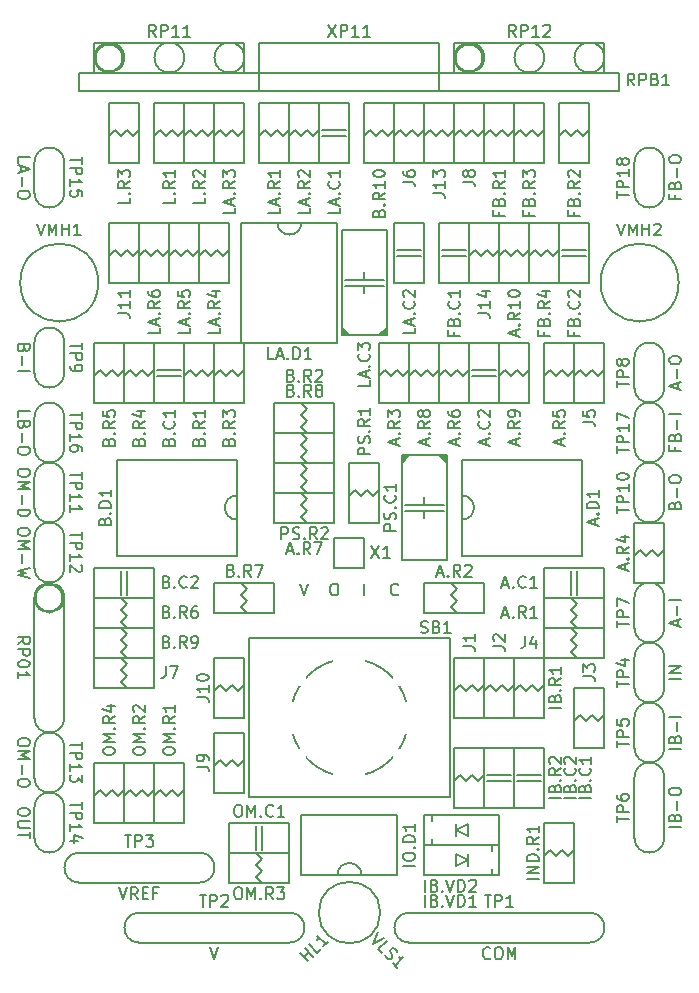
<source format=gbr>
G04 #@! TF.GenerationSoftware,KiCad,Pcbnew,5.1.12-84ad8e8a86~92~ubuntu20.04.1*
G04 #@! TF.CreationDate,2023-04-09T19:56:31+06:00*
G04 #@! TF.ProjectId,phaser_a_r1a,70686173-6572-45f6-915f-7231612e6b69,1A*
G04 #@! TF.SameCoordinates,Original*
G04 #@! TF.FileFunction,Legend,Top*
G04 #@! TF.FilePolarity,Positive*
%FSLAX46Y46*%
G04 Gerber Fmt 4.6, Leading zero omitted, Abs format (unit mm)*
G04 Created by KiCad (PCBNEW 5.1.12-84ad8e8a86~92~ubuntu20.04.1) date 2023-04-09 19:56:31*
%MOMM*%
%LPD*%
G01*
G04 APERTURE LIST*
%ADD10C,0.200000*%
%ADD11C,1.370000*%
%ADD12C,3.000000*%
%ADD13C,2.100000*%
%ADD14C,6.200000*%
G04 APERTURE END LIST*
D10*
X109529523Y-173712142D02*
X109481904Y-173759761D01*
X109339047Y-173807380D01*
X109243809Y-173807380D01*
X109100952Y-173759761D01*
X109005714Y-173664523D01*
X108958095Y-173569285D01*
X108910476Y-173378809D01*
X108910476Y-173235952D01*
X108958095Y-173045476D01*
X109005714Y-172950238D01*
X109100952Y-172855000D01*
X109243809Y-172807380D01*
X109339047Y-172807380D01*
X109481904Y-172855000D01*
X109529523Y-172902619D01*
X106680000Y-173807380D02*
X106680000Y-172807380D01*
X104044761Y-172807380D02*
X104235238Y-172807380D01*
X104330476Y-172855000D01*
X104425714Y-172950238D01*
X104473333Y-173140714D01*
X104473333Y-173474047D01*
X104425714Y-173664523D01*
X104330476Y-173759761D01*
X104235238Y-173807380D01*
X104044761Y-173807380D01*
X103949523Y-173759761D01*
X103854285Y-173664523D01*
X103806666Y-173474047D01*
X103806666Y-173140714D01*
X103854285Y-172950238D01*
X103949523Y-172855000D01*
X104044761Y-172807380D01*
X101266666Y-172807380D02*
X101600000Y-173807380D01*
X101933333Y-172807380D01*
X78740000Y-158750000D02*
X78740000Y-161290000D01*
X81280000Y-158750000D02*
X81280000Y-161290000D01*
X78740000Y-158750000D02*
G75*
G02*
X81280000Y-158750000I1270000J0D01*
G01*
X81280000Y-161290000D02*
G75*
G02*
X78740000Y-161290000I-1270000J0D01*
G01*
X118110000Y-192405000D02*
X118110000Y-194945000D01*
X112395000Y-194945000D02*
X112395000Y-194437000D01*
X111760000Y-194945000D02*
X111760000Y-192405000D01*
X118110000Y-194945000D02*
X111760000Y-194945000D01*
X118110000Y-192405000D02*
X111760000Y-192405000D01*
X114427000Y-193675000D02*
X115443000Y-194183000D01*
X115443000Y-193167000D02*
X114427000Y-193675000D01*
X115443000Y-194183000D02*
X115443000Y-193167000D01*
X114427000Y-194183000D02*
X114427000Y-193167000D01*
X112395000Y-192913000D02*
X112395000Y-192405000D01*
X111760000Y-197485000D02*
X111760000Y-194945000D01*
X117475000Y-194945000D02*
X117475000Y-195453000D01*
X118110000Y-194945000D02*
X118110000Y-197485000D01*
X111760000Y-194945000D02*
X118110000Y-194945000D01*
X111760000Y-197485000D02*
X118110000Y-197485000D01*
X115443000Y-196215000D02*
X114427000Y-195707000D01*
X114427000Y-196723000D02*
X115443000Y-196215000D01*
X114427000Y-195707000D02*
X114427000Y-196723000D01*
X115443000Y-195707000D02*
X115443000Y-196723000D01*
X117475000Y-196977000D02*
X117475000Y-197485000D01*
X95250000Y-142240000D02*
X92710000Y-142240000D01*
X95250000Y-147320000D02*
X92710000Y-147320000D01*
X95250000Y-142240000D02*
X95250000Y-147320000D01*
X92710000Y-142240000D02*
X92710000Y-147320000D01*
X93218000Y-144526000D02*
X92710000Y-145034000D01*
X93726000Y-145034000D02*
X93218000Y-144526000D01*
X94234000Y-144526000D02*
X93726000Y-145034000D01*
X94742000Y-145034000D02*
X95250000Y-144526000D01*
X94234000Y-144526000D02*
X94742000Y-145034000D01*
X118364000Y-134366000D02*
X118872000Y-134874000D01*
X118872000Y-134874000D02*
X119380000Y-134366000D01*
X118364000Y-134366000D02*
X117856000Y-134874000D01*
X117856000Y-134874000D02*
X117348000Y-134366000D01*
X117348000Y-134366000D02*
X116840000Y-134874000D01*
X116840000Y-132080000D02*
X116840000Y-137160000D01*
X119380000Y-132080000D02*
X119380000Y-137160000D01*
X119380000Y-137160000D02*
X116840000Y-137160000D01*
X119380000Y-132080000D02*
X116840000Y-132080000D01*
X86614000Y-134366000D02*
X87122000Y-134874000D01*
X87122000Y-134874000D02*
X87630000Y-134366000D01*
X86614000Y-134366000D02*
X86106000Y-134874000D01*
X86106000Y-134874000D02*
X85598000Y-134366000D01*
X85598000Y-134366000D02*
X85090000Y-134874000D01*
X85090000Y-132080000D02*
X85090000Y-137160000D01*
X87630000Y-132080000D02*
X87630000Y-137160000D01*
X87630000Y-137160000D02*
X85090000Y-137160000D01*
X87630000Y-132080000D02*
X85090000Y-132080000D01*
X92964000Y-134366000D02*
X93472000Y-134874000D01*
X93472000Y-134874000D02*
X93980000Y-134366000D01*
X92964000Y-134366000D02*
X92456000Y-134874000D01*
X92456000Y-134874000D02*
X91948000Y-134366000D01*
X91948000Y-134366000D02*
X91440000Y-134874000D01*
X91440000Y-132080000D02*
X91440000Y-137160000D01*
X93980000Y-132080000D02*
X93980000Y-137160000D01*
X93980000Y-137160000D02*
X91440000Y-137160000D01*
X93980000Y-132080000D02*
X91440000Y-132080000D01*
X78740000Y-173990000D02*
X78740000Y-184150000D01*
X81280000Y-173990000D02*
X81280000Y-184150000D01*
D11*
X80695000Y-173990000D02*
G75*
G03*
X80695000Y-173990000I-685000J0D01*
G01*
D10*
X81280000Y-184150000D02*
G75*
G02*
X78740000Y-184150000I-1270000J0D01*
G01*
X87630000Y-147320000D02*
X90170000Y-147320000D01*
X87630000Y-142240000D02*
X90170000Y-142240000D01*
X87630000Y-147320000D02*
X87630000Y-142240000D01*
X90170000Y-147320000D02*
X90170000Y-142240000D01*
X89662000Y-145034000D02*
X90170000Y-144526000D01*
X89154000Y-144526000D02*
X89662000Y-145034000D01*
X88646000Y-145034000D02*
X89154000Y-144526000D01*
X88138000Y-144526000D02*
X87630000Y-145034000D01*
X88646000Y-145034000D02*
X88138000Y-144526000D01*
X92710000Y-142240000D02*
X90170000Y-142240000D01*
X92710000Y-147320000D02*
X90170000Y-147320000D01*
X92710000Y-142240000D02*
X92710000Y-147320000D01*
X90170000Y-142240000D02*
X90170000Y-147320000D01*
X90678000Y-144526000D02*
X90170000Y-145034000D01*
X91186000Y-145034000D02*
X90678000Y-144526000D01*
X91694000Y-144526000D02*
X91186000Y-145034000D01*
X92202000Y-145034000D02*
X92710000Y-144526000D01*
X91694000Y-144526000D02*
X92202000Y-145034000D01*
X93980000Y-137160000D02*
X96520000Y-137160000D01*
X93980000Y-132080000D02*
X96520000Y-132080000D01*
X93980000Y-137160000D02*
X93980000Y-132080000D01*
X96520000Y-137160000D02*
X96520000Y-132080000D01*
X96012000Y-134874000D02*
X96520000Y-134366000D01*
X95504000Y-134366000D02*
X96012000Y-134874000D01*
X94996000Y-134874000D02*
X95504000Y-134366000D01*
X94488000Y-134366000D02*
X93980000Y-134874000D01*
X94996000Y-134874000D02*
X94488000Y-134366000D01*
X102870000Y-132080000D02*
X100330000Y-132080000D01*
X102870000Y-137160000D02*
X100330000Y-137160000D01*
X102870000Y-132080000D02*
X102870000Y-137160000D01*
X100330000Y-132080000D02*
X100330000Y-137160000D01*
X100838000Y-134366000D02*
X100330000Y-134874000D01*
X101346000Y-134874000D02*
X100838000Y-134366000D01*
X101854000Y-134366000D02*
X101346000Y-134874000D01*
X102362000Y-134874000D02*
X102870000Y-134366000D01*
X101854000Y-134366000D02*
X102362000Y-134874000D01*
X97790000Y-137160000D02*
X100330000Y-137160000D01*
X97790000Y-132080000D02*
X100330000Y-132080000D01*
X97790000Y-137160000D02*
X97790000Y-132080000D01*
X100330000Y-137160000D02*
X100330000Y-132080000D01*
X99822000Y-134874000D02*
X100330000Y-134366000D01*
X99314000Y-134366000D02*
X99822000Y-134874000D01*
X98806000Y-134874000D02*
X99314000Y-134366000D01*
X98298000Y-134366000D02*
X97790000Y-134874000D01*
X98806000Y-134874000D02*
X98298000Y-134366000D01*
G36*
X105410000Y-151765000D02*
G01*
X104775000Y-151765000D01*
X104775000Y-151130000D01*
X105410000Y-151765000D01*
G37*
X105410000Y-151765000D02*
X104775000Y-151765000D01*
X104775000Y-151130000D01*
X105410000Y-151765000D01*
G36*
X108585000Y-151130000D02*
G01*
X108585000Y-151765000D01*
X107950000Y-151765000D01*
X108585000Y-151130000D01*
G37*
X108585000Y-151130000D02*
X108585000Y-151765000D01*
X107950000Y-151765000D01*
X108585000Y-151130000D01*
X108585000Y-151765000D02*
X108585000Y-142875000D01*
X104775000Y-151765000D02*
X104775000Y-142875000D01*
X104775000Y-142875000D02*
X108585000Y-142875000D01*
X105029000Y-147066000D02*
X108331000Y-147066000D01*
X105029000Y-147574000D02*
X108331000Y-147574000D01*
X104775000Y-151765000D02*
X108585000Y-151765000D01*
X106680000Y-148209000D02*
X106680000Y-147574000D01*
X106680000Y-147066000D02*
X106680000Y-146431000D01*
X111760000Y-142240000D02*
X109220000Y-142240000D01*
X111760000Y-147320000D02*
X109220000Y-147320000D01*
X111506000Y-144526000D02*
X109474000Y-144526000D01*
X111506000Y-145034000D02*
X109474000Y-145034000D01*
X111760000Y-142240000D02*
X111760000Y-147320000D01*
X109220000Y-142240000D02*
X109220000Y-147320000D01*
X102870000Y-137160000D02*
X105410000Y-137160000D01*
X102870000Y-132080000D02*
X105410000Y-132080000D01*
X103124000Y-134874000D02*
X105156000Y-134874000D01*
X103124000Y-134366000D02*
X105156000Y-134366000D01*
X102870000Y-137160000D02*
X102870000Y-132080000D01*
X105410000Y-137160000D02*
X105410000Y-132080000D01*
X88900000Y-137160000D02*
X91440000Y-137160000D01*
X88900000Y-132080000D02*
X91440000Y-132080000D01*
X88900000Y-137160000D02*
X88900000Y-132080000D01*
X91440000Y-137160000D02*
X91440000Y-132080000D01*
X90932000Y-134874000D02*
X91440000Y-134366000D01*
X90424000Y-134366000D02*
X90932000Y-134874000D01*
X89916000Y-134874000D02*
X90424000Y-134366000D01*
X89408000Y-134366000D02*
X88900000Y-134874000D01*
X89916000Y-134874000D02*
X89408000Y-134366000D01*
X120650000Y-147320000D02*
X123190000Y-147320000D01*
X120650000Y-142240000D02*
X123190000Y-142240000D01*
X120650000Y-147320000D02*
X120650000Y-142240000D01*
X123190000Y-147320000D02*
X123190000Y-142240000D01*
X122682000Y-145034000D02*
X123190000Y-144526000D01*
X122174000Y-144526000D02*
X122682000Y-145034000D01*
X121666000Y-145034000D02*
X122174000Y-144526000D01*
X121158000Y-144526000D02*
X120650000Y-145034000D01*
X121666000Y-145034000D02*
X121158000Y-144526000D01*
X96520000Y-128270000D02*
G75*
G03*
X96520000Y-128270000I-1270000J0D01*
G01*
X91440000Y-128270000D02*
G75*
G03*
X91440000Y-128270000I-1270000J0D01*
G01*
X113030000Y-129540000D02*
X113030000Y-131140000D01*
X97790000Y-129540000D02*
X97790000Y-131140000D01*
X127000000Y-127000000D02*
X127000000Y-129540000D01*
X96520000Y-127000000D02*
X96520000Y-129540000D01*
X113030000Y-127000000D02*
X113030000Y-129540000D01*
X82550000Y-131140000D02*
X128270000Y-131140000D01*
X82550000Y-129540000D02*
X128270000Y-129540000D01*
X97790000Y-127000000D02*
X113030000Y-127000000D01*
X97790000Y-127000000D02*
X97790000Y-129540000D01*
X128270000Y-129540000D02*
X128270000Y-131140000D01*
X82550000Y-129540000D02*
X82550000Y-131140000D01*
X83820000Y-127000000D02*
X96520000Y-127000000D01*
X114300000Y-127000000D02*
X127000000Y-127000000D01*
D11*
X85775000Y-128270000D02*
G75*
G03*
X85775000Y-128270000I-685000J0D01*
G01*
X116255000Y-128270000D02*
G75*
G03*
X116255000Y-128270000I-685000J0D01*
G01*
D10*
X83820000Y-127000000D02*
X83820000Y-129540000D01*
X114300000Y-127000000D02*
X114300000Y-129540000D01*
X121920000Y-128270000D02*
G75*
G03*
X121920000Y-128270000I-1270000J0D01*
G01*
X127000000Y-128270000D02*
G75*
G03*
X127000000Y-128270000I-1270000J0D01*
G01*
X84142000Y-147320000D02*
G75*
G03*
X84142000Y-147320000I-3302000J0D01*
G01*
X133282000Y-147320000D02*
G75*
G03*
X133282000Y-147320000I-3302000J0D01*
G01*
X132080000Y-139700000D02*
X132080000Y-137160000D01*
X129540000Y-139700000D02*
X129540000Y-137160000D01*
X132080000Y-139700000D02*
G75*
G02*
X129540000Y-139700000I-1270000J0D01*
G01*
X129540000Y-137160000D02*
G75*
G02*
X132080000Y-137160000I1270000J0D01*
G01*
X132080000Y-161290000D02*
X132080000Y-158750000D01*
X129540000Y-161290000D02*
X129540000Y-158750000D01*
X132080000Y-161290000D02*
G75*
G02*
X129540000Y-161290000I-1270000J0D01*
G01*
X129540000Y-158750000D02*
G75*
G02*
X132080000Y-158750000I1270000J0D01*
G01*
X78740000Y-137160000D02*
X78740000Y-139700000D01*
X81280000Y-137160000D02*
X81280000Y-139700000D01*
X78740000Y-137160000D02*
G75*
G02*
X81280000Y-137160000I1270000J0D01*
G01*
X81280000Y-139700000D02*
G75*
G02*
X78740000Y-139700000I-1270000J0D01*
G01*
X78740000Y-191770000D02*
X78740000Y-194310000D01*
X81280000Y-191770000D02*
X81280000Y-194310000D01*
X78740000Y-191770000D02*
G75*
G02*
X81280000Y-191770000I1270000J0D01*
G01*
X81280000Y-194310000D02*
G75*
G02*
X78740000Y-194310000I-1270000J0D01*
G01*
X78740000Y-186690000D02*
X78740000Y-189230000D01*
X81280000Y-186690000D02*
X81280000Y-189230000D01*
X78740000Y-186690000D02*
G75*
G02*
X81280000Y-186690000I1270000J0D01*
G01*
X81280000Y-189230000D02*
G75*
G02*
X78740000Y-189230000I-1270000J0D01*
G01*
X78740000Y-168910000D02*
X78740000Y-171450000D01*
X81280000Y-168910000D02*
X81280000Y-171450000D01*
X78740000Y-168910000D02*
G75*
G02*
X81280000Y-168910000I1270000J0D01*
G01*
X81280000Y-171450000D02*
G75*
G02*
X78740000Y-171450000I-1270000J0D01*
G01*
X78740000Y-163830000D02*
X78740000Y-166370000D01*
X81280000Y-163830000D02*
X81280000Y-166370000D01*
X78740000Y-163830000D02*
G75*
G02*
X81280000Y-163830000I1270000J0D01*
G01*
X81280000Y-166370000D02*
G75*
G02*
X78740000Y-166370000I-1270000J0D01*
G01*
X129540000Y-166370000D02*
X129540000Y-163830000D01*
X132080000Y-166370000D02*
X132080000Y-163830000D01*
X129540000Y-163830000D02*
G75*
G02*
X132080000Y-163830000I1270000J0D01*
G01*
X132080000Y-166370000D02*
G75*
G02*
X129540000Y-166370000I-1270000J0D01*
G01*
X81280000Y-152400000D02*
X81280000Y-154940000D01*
X78740000Y-152400000D02*
X78740000Y-154940000D01*
X81280000Y-154940000D02*
G75*
G02*
X78740000Y-154940000I-1270000J0D01*
G01*
X78740000Y-152400000D02*
G75*
G02*
X81280000Y-152400000I1270000J0D01*
G01*
X132080000Y-156210000D02*
X132080000Y-153670000D01*
X129540000Y-156210000D02*
X129540000Y-153670000D01*
X132080000Y-156210000D02*
G75*
G02*
X129540000Y-156210000I-1270000J0D01*
G01*
X129540000Y-153670000D02*
G75*
G02*
X132080000Y-153670000I1270000J0D01*
G01*
X129540000Y-176530000D02*
X129540000Y-173990000D01*
X132080000Y-176530000D02*
X132080000Y-173990000D01*
X129540000Y-173990000D02*
G75*
G02*
X132080000Y-173990000I1270000J0D01*
G01*
X132080000Y-176530000D02*
G75*
G02*
X129540000Y-176530000I-1270000J0D01*
G01*
X129540000Y-194310000D02*
X129540000Y-189230000D01*
X132080000Y-194310000D02*
X132080000Y-189230000D01*
X129540000Y-189230000D02*
G75*
G02*
X132080000Y-189230000I1270000J0D01*
G01*
X132080000Y-194310000D02*
G75*
G02*
X129540000Y-194310000I-1270000J0D01*
G01*
X132080000Y-186690000D02*
X132080000Y-184150000D01*
X129540000Y-186690000D02*
X129540000Y-184150000D01*
X132080000Y-186690000D02*
G75*
G02*
X129540000Y-186690000I-1270000J0D01*
G01*
X129540000Y-184150000D02*
G75*
G02*
X132080000Y-184150000I1270000J0D01*
G01*
X132080000Y-181610000D02*
X132080000Y-179070000D01*
X129540000Y-181610000D02*
X129540000Y-179070000D01*
X132080000Y-181610000D02*
G75*
G02*
X129540000Y-181610000I-1270000J0D01*
G01*
X129540000Y-179070000D02*
G75*
G02*
X132080000Y-179070000I1270000J0D01*
G01*
X82550000Y-195580000D02*
X92710000Y-195580000D01*
X82550000Y-198120000D02*
X92710000Y-198120000D01*
X92710000Y-195580000D02*
G75*
G02*
X92710000Y-198120000I0J-1270000D01*
G01*
X82550000Y-198120000D02*
G75*
G02*
X82550000Y-195580000I0J1270000D01*
G01*
X87630000Y-200660000D02*
X100330000Y-200660000D01*
X87630000Y-203200000D02*
X100330000Y-203200000D01*
X100330000Y-200660000D02*
G75*
G02*
X100330000Y-203200000I0J-1270000D01*
G01*
X87630000Y-203200000D02*
G75*
G02*
X87630000Y-200660000I0J1270000D01*
G01*
X110490000Y-200660000D02*
X125730000Y-200660000D01*
X110490000Y-203200000D02*
X125730000Y-203200000D01*
X125730000Y-200660000D02*
G75*
G02*
X125730000Y-203200000I0J-1270000D01*
G01*
X110490000Y-203200000D02*
G75*
G02*
X110490000Y-200660000I0J1270000D01*
G01*
X99060000Y-162560000D02*
X99060000Y-165100000D01*
X104140000Y-162560000D02*
X104140000Y-165100000D01*
X99060000Y-162560000D02*
X104140000Y-162560000D01*
X99060000Y-165100000D02*
X104140000Y-165100000D01*
X101346000Y-164592000D02*
X101854000Y-165100000D01*
X101854000Y-164084000D02*
X101346000Y-164592000D01*
X101346000Y-163576000D02*
X101854000Y-164084000D01*
X101854000Y-163068000D02*
X101346000Y-162560000D01*
X101346000Y-163576000D02*
X101854000Y-163068000D01*
X106426000Y-165354000D02*
X105918000Y-164846000D01*
X105918000Y-164846000D02*
X105410000Y-165354000D01*
X106426000Y-165354000D02*
X106934000Y-164846000D01*
X106934000Y-164846000D02*
X107442000Y-165354000D01*
X107442000Y-165354000D02*
X107950000Y-164846000D01*
X107950000Y-167640000D02*
X107950000Y-162560000D01*
X105410000Y-167640000D02*
X105410000Y-162560000D01*
X105410000Y-162560000D02*
X107950000Y-162560000D01*
X105410000Y-167640000D02*
X107950000Y-167640000D01*
X111760000Y-166624000D02*
X111760000Y-167259000D01*
X111760000Y-165481000D02*
X111760000Y-166116000D01*
X113665000Y-161925000D02*
X109855000Y-161925000D01*
X113411000Y-166116000D02*
X110109000Y-166116000D01*
X113411000Y-166624000D02*
X110109000Y-166624000D01*
X113665000Y-170815000D02*
X109855000Y-170815000D01*
X113665000Y-161925000D02*
X113665000Y-170815000D01*
X109855000Y-161925000D02*
X109855000Y-170815000D01*
G36*
X109855000Y-162560000D02*
G01*
X109855000Y-161925000D01*
X110490000Y-161925000D01*
X109855000Y-162560000D01*
G37*
X109855000Y-162560000D02*
X109855000Y-161925000D01*
X110490000Y-161925000D01*
X109855000Y-162560000D01*
G36*
X113030000Y-161925000D02*
G01*
X113665000Y-161925000D01*
X113665000Y-162560000D01*
X113030000Y-161925000D01*
G37*
X113030000Y-161925000D02*
X113665000Y-161925000D01*
X113665000Y-162560000D01*
X113030000Y-161925000D01*
X83820000Y-193040000D02*
X86360000Y-193040000D01*
X83820000Y-187960000D02*
X86360000Y-187960000D01*
X83820000Y-193040000D02*
X83820000Y-187960000D01*
X86360000Y-193040000D02*
X86360000Y-187960000D01*
X85852000Y-190754000D02*
X86360000Y-190246000D01*
X85344000Y-190246000D02*
X85852000Y-190754000D01*
X84836000Y-190754000D02*
X85344000Y-190246000D01*
X84328000Y-190246000D02*
X83820000Y-190754000D01*
X84836000Y-190754000D02*
X84328000Y-190246000D01*
X95250000Y-195580000D02*
X95250000Y-198120000D01*
X100330000Y-195580000D02*
X100330000Y-198120000D01*
X95250000Y-195580000D02*
X100330000Y-195580000D01*
X95250000Y-198120000D02*
X100330000Y-198120000D01*
X97536000Y-197612000D02*
X98044000Y-198120000D01*
X98044000Y-197104000D02*
X97536000Y-197612000D01*
X97536000Y-196596000D02*
X98044000Y-197104000D01*
X98044000Y-196088000D02*
X97536000Y-195580000D01*
X97536000Y-196596000D02*
X98044000Y-196088000D01*
X88900000Y-187960000D02*
X86360000Y-187960000D01*
X88900000Y-193040000D02*
X86360000Y-193040000D01*
X88900000Y-187960000D02*
X88900000Y-193040000D01*
X86360000Y-187960000D02*
X86360000Y-193040000D01*
X86868000Y-190246000D02*
X86360000Y-190754000D01*
X87376000Y-190754000D02*
X86868000Y-190246000D01*
X87884000Y-190246000D02*
X87376000Y-190754000D01*
X88392000Y-190754000D02*
X88900000Y-190246000D01*
X87884000Y-190246000D02*
X88392000Y-190754000D01*
X88900000Y-193040000D02*
X91440000Y-193040000D01*
X88900000Y-187960000D02*
X91440000Y-187960000D01*
X88900000Y-193040000D02*
X88900000Y-187960000D01*
X91440000Y-193040000D02*
X91440000Y-187960000D01*
X90932000Y-190754000D02*
X91440000Y-190246000D01*
X90424000Y-190246000D02*
X90932000Y-190754000D01*
X89916000Y-190754000D02*
X90424000Y-190246000D01*
X89408000Y-190246000D02*
X88900000Y-190754000D01*
X89916000Y-190754000D02*
X89408000Y-190246000D01*
X100330000Y-195580000D02*
X100330000Y-193040000D01*
X95250000Y-195580000D02*
X95250000Y-193040000D01*
X98044000Y-195326000D02*
X98044000Y-193294000D01*
X97536000Y-195326000D02*
X97536000Y-193294000D01*
X100330000Y-195580000D02*
X95250000Y-195580000D01*
X100330000Y-193040000D02*
X95250000Y-193040000D01*
X96266000Y-142240000D02*
X96266000Y-152400000D01*
X104394000Y-152400000D02*
X96266000Y-152400000D01*
X104394000Y-142240000D02*
X104394000Y-152400000D01*
X96266000Y-142240000D02*
X104394000Y-142240000D01*
X99314000Y-142240000D02*
G75*
G03*
X101346000Y-142240000I1016000J0D01*
G01*
X118110000Y-142240000D02*
X115570000Y-142240000D01*
X118110000Y-147320000D02*
X115570000Y-147320000D01*
X118110000Y-142240000D02*
X118110000Y-147320000D01*
X115570000Y-142240000D02*
X115570000Y-147320000D01*
X116078000Y-144526000D02*
X115570000Y-145034000D01*
X116586000Y-145034000D02*
X116078000Y-144526000D01*
X117094000Y-144526000D02*
X116586000Y-145034000D01*
X117602000Y-145034000D02*
X118110000Y-144526000D01*
X117094000Y-144526000D02*
X117602000Y-145034000D01*
X114300000Y-132080000D02*
X111760000Y-132080000D01*
X114300000Y-137160000D02*
X111760000Y-137160000D01*
X114300000Y-132080000D02*
X114300000Y-137160000D01*
X111760000Y-132080000D02*
X111760000Y-137160000D01*
X112268000Y-134366000D02*
X111760000Y-134874000D01*
X112776000Y-134874000D02*
X112268000Y-134366000D01*
X113284000Y-134366000D02*
X112776000Y-134874000D01*
X113792000Y-134874000D02*
X114300000Y-134366000D01*
X113284000Y-134366000D02*
X113792000Y-134874000D01*
X86614000Y-144526000D02*
X87122000Y-145034000D01*
X87122000Y-145034000D02*
X87630000Y-144526000D01*
X86614000Y-144526000D02*
X86106000Y-145034000D01*
X86106000Y-145034000D02*
X85598000Y-144526000D01*
X85598000Y-144526000D02*
X85090000Y-145034000D01*
X85090000Y-142240000D02*
X85090000Y-147320000D01*
X87630000Y-142240000D02*
X87630000Y-147320000D01*
X87630000Y-147320000D02*
X85090000Y-147320000D01*
X87630000Y-142240000D02*
X85090000Y-142240000D01*
X95504000Y-181356000D02*
X96012000Y-181864000D01*
X96012000Y-181864000D02*
X96520000Y-181356000D01*
X95504000Y-181356000D02*
X94996000Y-181864000D01*
X94996000Y-181864000D02*
X94488000Y-181356000D01*
X94488000Y-181356000D02*
X93980000Y-181864000D01*
X93980000Y-179070000D02*
X93980000Y-184150000D01*
X96520000Y-179070000D02*
X96520000Y-184150000D01*
X96520000Y-184150000D02*
X93980000Y-184150000D01*
X96520000Y-179070000D02*
X93980000Y-179070000D01*
X93980000Y-190500000D02*
X96520000Y-190500000D01*
X93980000Y-185420000D02*
X96520000Y-185420000D01*
X93980000Y-190500000D02*
X93980000Y-185420000D01*
X96520000Y-190500000D02*
X96520000Y-185420000D01*
X96012000Y-188214000D02*
X96520000Y-187706000D01*
X95504000Y-187706000D02*
X96012000Y-188214000D01*
X94996000Y-188214000D02*
X95504000Y-187706000D01*
X94488000Y-187706000D02*
X93980000Y-188214000D01*
X94996000Y-188214000D02*
X94488000Y-187706000D01*
X116840000Y-132080000D02*
X114300000Y-132080000D01*
X116840000Y-137160000D02*
X114300000Y-137160000D01*
X116840000Y-132080000D02*
X116840000Y-137160000D01*
X114300000Y-132080000D02*
X114300000Y-137160000D01*
X114808000Y-134366000D02*
X114300000Y-134874000D01*
X115316000Y-134874000D02*
X114808000Y-134366000D01*
X115824000Y-134366000D02*
X115316000Y-134874000D01*
X116332000Y-134874000D02*
X116840000Y-134366000D01*
X115824000Y-134366000D02*
X116332000Y-134874000D01*
X88900000Y-181610000D02*
X88900000Y-179070000D01*
X83820000Y-181610000D02*
X83820000Y-179070000D01*
X88900000Y-181610000D02*
X83820000Y-181610000D01*
X88900000Y-179070000D02*
X83820000Y-179070000D01*
X86614000Y-179578000D02*
X86106000Y-179070000D01*
X86106000Y-180086000D02*
X86614000Y-179578000D01*
X86614000Y-180594000D02*
X86106000Y-180086000D01*
X86106000Y-181102000D02*
X86614000Y-181610000D01*
X86614000Y-180594000D02*
X86106000Y-181102000D01*
X109220000Y-137160000D02*
X111760000Y-137160000D01*
X109220000Y-132080000D02*
X111760000Y-132080000D01*
X109220000Y-137160000D02*
X109220000Y-132080000D01*
X111760000Y-137160000D02*
X111760000Y-132080000D01*
X111252000Y-134874000D02*
X111760000Y-134366000D01*
X110744000Y-134366000D02*
X111252000Y-134874000D01*
X110236000Y-134874000D02*
X110744000Y-134366000D01*
X109728000Y-134366000D02*
X109220000Y-134874000D01*
X110236000Y-134874000D02*
X109728000Y-134366000D01*
X124460000Y-157480000D02*
X127000000Y-157480000D01*
X124460000Y-152400000D02*
X127000000Y-152400000D01*
X124460000Y-157480000D02*
X124460000Y-152400000D01*
X127000000Y-157480000D02*
X127000000Y-152400000D01*
X126492000Y-155194000D02*
X127000000Y-154686000D01*
X125984000Y-154686000D02*
X126492000Y-155194000D01*
X125476000Y-155194000D02*
X125984000Y-154686000D01*
X124968000Y-154686000D02*
X124460000Y-155194000D01*
X125476000Y-155194000D02*
X124968000Y-154686000D01*
X121920000Y-176530000D02*
X121920000Y-179070000D01*
X127000000Y-176530000D02*
X127000000Y-179070000D01*
X121920000Y-176530000D02*
X127000000Y-176530000D01*
X121920000Y-179070000D02*
X127000000Y-179070000D01*
X124206000Y-178562000D02*
X124714000Y-179070000D01*
X124714000Y-178054000D02*
X124206000Y-178562000D01*
X124206000Y-177546000D02*
X124714000Y-178054000D01*
X124714000Y-177038000D02*
X124206000Y-176530000D01*
X124206000Y-177546000D02*
X124714000Y-177038000D01*
X124460000Y-186690000D02*
X127000000Y-186690000D01*
X124460000Y-181610000D02*
X127000000Y-181610000D01*
X124460000Y-186690000D02*
X124460000Y-181610000D01*
X127000000Y-186690000D02*
X127000000Y-181610000D01*
X126492000Y-184404000D02*
X127000000Y-183896000D01*
X125984000Y-183896000D02*
X126492000Y-184404000D01*
X125476000Y-184404000D02*
X125984000Y-183896000D01*
X124968000Y-183896000D02*
X124460000Y-184404000D01*
X125476000Y-184404000D02*
X124968000Y-183896000D01*
X116840000Y-184150000D02*
X119380000Y-184150000D01*
X116840000Y-179070000D02*
X119380000Y-179070000D01*
X116840000Y-184150000D02*
X116840000Y-179070000D01*
X119380000Y-184150000D02*
X119380000Y-179070000D01*
X118872000Y-181864000D02*
X119380000Y-181356000D01*
X118364000Y-181356000D02*
X118872000Y-181864000D01*
X117856000Y-181864000D02*
X118364000Y-181356000D01*
X117348000Y-181356000D02*
X116840000Y-181864000D01*
X117856000Y-181864000D02*
X117348000Y-181356000D01*
X116840000Y-179070000D02*
X114300000Y-179070000D01*
X116840000Y-184150000D02*
X114300000Y-184150000D01*
X116840000Y-179070000D02*
X116840000Y-184150000D01*
X114300000Y-179070000D02*
X114300000Y-184150000D01*
X114808000Y-181356000D02*
X114300000Y-181864000D01*
X115316000Y-181864000D02*
X114808000Y-181356000D01*
X115824000Y-181356000D02*
X115316000Y-181864000D01*
X116332000Y-181864000D02*
X116840000Y-181356000D01*
X115824000Y-181356000D02*
X116332000Y-181864000D01*
X109474000Y-197485000D02*
X109474000Y-192405000D01*
X101346000Y-192405000D02*
X109474000Y-192405000D01*
X101346000Y-197485000D02*
X101346000Y-192405000D01*
X109474000Y-197485000D02*
X101346000Y-197485000D01*
X106426000Y-197485000D02*
G75*
G03*
X104394000Y-197485000I-1016000J0D01*
G01*
X124460000Y-193040000D02*
X121920000Y-193040000D01*
X124460000Y-198120000D02*
X121920000Y-198120000D01*
X124460000Y-193040000D02*
X124460000Y-198120000D01*
X121920000Y-193040000D02*
X121920000Y-198120000D01*
X122428000Y-195326000D02*
X121920000Y-195834000D01*
X122936000Y-195834000D02*
X122428000Y-195326000D01*
X123444000Y-195326000D02*
X122936000Y-195834000D01*
X123952000Y-195834000D02*
X124460000Y-195326000D01*
X123444000Y-195326000D02*
X123952000Y-195834000D01*
X115824000Y-188976000D02*
X116332000Y-189484000D01*
X116332000Y-189484000D02*
X116840000Y-188976000D01*
X115824000Y-188976000D02*
X115316000Y-189484000D01*
X115316000Y-189484000D02*
X114808000Y-188976000D01*
X114808000Y-188976000D02*
X114300000Y-189484000D01*
X114300000Y-186690000D02*
X114300000Y-191770000D01*
X116840000Y-186690000D02*
X116840000Y-191770000D01*
X116840000Y-191770000D02*
X114300000Y-191770000D01*
X116840000Y-186690000D02*
X114300000Y-186690000D01*
X121920000Y-179070000D02*
X119380000Y-179070000D01*
X121920000Y-184150000D02*
X119380000Y-184150000D01*
X121920000Y-179070000D02*
X121920000Y-184150000D01*
X119380000Y-179070000D02*
X119380000Y-184150000D01*
X119888000Y-181356000D02*
X119380000Y-181864000D01*
X120396000Y-181864000D02*
X119888000Y-181356000D01*
X120904000Y-181356000D02*
X120396000Y-181864000D01*
X121412000Y-181864000D02*
X121920000Y-181356000D01*
X120904000Y-181356000D02*
X121412000Y-181864000D01*
X119380000Y-186690000D02*
X116840000Y-186690000D01*
X119380000Y-191770000D02*
X116840000Y-191770000D01*
X119126000Y-188976000D02*
X117094000Y-188976000D01*
X119126000Y-189484000D02*
X117094000Y-189484000D01*
X119380000Y-186690000D02*
X119380000Y-191770000D01*
X116840000Y-186690000D02*
X116840000Y-191770000D01*
X121920000Y-186690000D02*
X119380000Y-186690000D01*
X121920000Y-191770000D02*
X119380000Y-191770000D01*
X121666000Y-188976000D02*
X119634000Y-188976000D01*
X121666000Y-189484000D02*
X119634000Y-189484000D01*
X121920000Y-186690000D02*
X121920000Y-191770000D01*
X119380000Y-186690000D02*
X119380000Y-191770000D01*
X120396000Y-134874000D02*
X119888000Y-134366000D01*
X119888000Y-134366000D02*
X119380000Y-134874000D01*
X120396000Y-134874000D02*
X120904000Y-134366000D01*
X120904000Y-134366000D02*
X121412000Y-134874000D01*
X121412000Y-134874000D02*
X121920000Y-134366000D01*
X121920000Y-137160000D02*
X121920000Y-132080000D01*
X119380000Y-137160000D02*
X119380000Y-132080000D01*
X119380000Y-132080000D02*
X121920000Y-132080000D01*
X119380000Y-137160000D02*
X121920000Y-137160000D01*
X123190000Y-137160000D02*
X125730000Y-137160000D01*
X123190000Y-132080000D02*
X125730000Y-132080000D01*
X123190000Y-137160000D02*
X123190000Y-132080000D01*
X125730000Y-137160000D02*
X125730000Y-132080000D01*
X125222000Y-134874000D02*
X125730000Y-134366000D01*
X124714000Y-134366000D02*
X125222000Y-134874000D01*
X124206000Y-134874000D02*
X124714000Y-134366000D01*
X123698000Y-134366000D02*
X123190000Y-134874000D01*
X124206000Y-134874000D02*
X123698000Y-134366000D01*
X125730000Y-142240000D02*
X123190000Y-142240000D01*
X125730000Y-147320000D02*
X123190000Y-147320000D01*
X125476000Y-144526000D02*
X123444000Y-144526000D01*
X125476000Y-145034000D02*
X123444000Y-145034000D01*
X125730000Y-142240000D02*
X125730000Y-147320000D01*
X123190000Y-142240000D02*
X123190000Y-147320000D01*
X113030000Y-147320000D02*
X115570000Y-147320000D01*
X113030000Y-142240000D02*
X115570000Y-142240000D01*
X113284000Y-145034000D02*
X115316000Y-145034000D01*
X113284000Y-144526000D02*
X115316000Y-144526000D01*
X113030000Y-147320000D02*
X113030000Y-142240000D01*
X115570000Y-147320000D02*
X115570000Y-142240000D01*
X106680000Y-137160000D02*
X109220000Y-137160000D01*
X106680000Y-132080000D02*
X109220000Y-132080000D01*
X106680000Y-137160000D02*
X106680000Y-132080000D01*
X109220000Y-137160000D02*
X109220000Y-132080000D01*
X108712000Y-134874000D02*
X109220000Y-134366000D01*
X108204000Y-134366000D02*
X108712000Y-134874000D01*
X107696000Y-134874000D02*
X108204000Y-134366000D01*
X107188000Y-134366000D02*
X106680000Y-134874000D01*
X107696000Y-134874000D02*
X107188000Y-134366000D01*
X88900000Y-179070000D02*
X88900000Y-176530000D01*
X83820000Y-179070000D02*
X83820000Y-176530000D01*
X88900000Y-179070000D02*
X83820000Y-179070000D01*
X88900000Y-176530000D02*
X83820000Y-176530000D01*
X86614000Y-177038000D02*
X86106000Y-176530000D01*
X86106000Y-177546000D02*
X86614000Y-177038000D01*
X86614000Y-178054000D02*
X86106000Y-177546000D01*
X86106000Y-178562000D02*
X86614000Y-179070000D01*
X86614000Y-178054000D02*
X86106000Y-178562000D01*
X104140000Y-162560000D02*
X104140000Y-160020000D01*
X99060000Y-162560000D02*
X99060000Y-160020000D01*
X104140000Y-162560000D02*
X99060000Y-162560000D01*
X104140000Y-160020000D02*
X99060000Y-160020000D01*
X101854000Y-160528000D02*
X101346000Y-160020000D01*
X101346000Y-161036000D02*
X101854000Y-160528000D01*
X101854000Y-161544000D02*
X101346000Y-161036000D01*
X101346000Y-162052000D02*
X101854000Y-162560000D01*
X101854000Y-161544000D02*
X101346000Y-162052000D01*
X93980000Y-172720000D02*
X93980000Y-175260000D01*
X99060000Y-172720000D02*
X99060000Y-175260000D01*
X93980000Y-172720000D02*
X99060000Y-172720000D01*
X93980000Y-175260000D02*
X99060000Y-175260000D01*
X96266000Y-174752000D02*
X96774000Y-175260000D01*
X96774000Y-174244000D02*
X96266000Y-174752000D01*
X96266000Y-173736000D02*
X96774000Y-174244000D01*
X96774000Y-173228000D02*
X96266000Y-172720000D01*
X96266000Y-173736000D02*
X96774000Y-173228000D01*
X83820000Y-173990000D02*
X83820000Y-176530000D01*
X88900000Y-173990000D02*
X88900000Y-176530000D01*
X83820000Y-173990000D02*
X88900000Y-173990000D01*
X83820000Y-176530000D02*
X88900000Y-176530000D01*
X86106000Y-176022000D02*
X86614000Y-176530000D01*
X86614000Y-175514000D02*
X86106000Y-176022000D01*
X86106000Y-175006000D02*
X86614000Y-175514000D01*
X86614000Y-174498000D02*
X86106000Y-173990000D01*
X86106000Y-175006000D02*
X86614000Y-174498000D01*
X83820000Y-157480000D02*
X86360000Y-157480000D01*
X83820000Y-152400000D02*
X86360000Y-152400000D01*
X83820000Y-157480000D02*
X83820000Y-152400000D01*
X86360000Y-157480000D02*
X86360000Y-152400000D01*
X85852000Y-155194000D02*
X86360000Y-154686000D01*
X85344000Y-154686000D02*
X85852000Y-155194000D01*
X84836000Y-155194000D02*
X85344000Y-154686000D01*
X84328000Y-154686000D02*
X83820000Y-155194000D01*
X84836000Y-155194000D02*
X84328000Y-154686000D01*
X88900000Y-152400000D02*
X86360000Y-152400000D01*
X88900000Y-157480000D02*
X86360000Y-157480000D01*
X88900000Y-152400000D02*
X88900000Y-157480000D01*
X86360000Y-152400000D02*
X86360000Y-157480000D01*
X86868000Y-154686000D02*
X86360000Y-155194000D01*
X87376000Y-155194000D02*
X86868000Y-154686000D01*
X87884000Y-154686000D02*
X87376000Y-155194000D01*
X88392000Y-155194000D02*
X88900000Y-154686000D01*
X87884000Y-154686000D02*
X88392000Y-155194000D01*
X96520000Y-152400000D02*
X93980000Y-152400000D01*
X96520000Y-157480000D02*
X93980000Y-157480000D01*
X96520000Y-152400000D02*
X96520000Y-157480000D01*
X93980000Y-152400000D02*
X93980000Y-157480000D01*
X94488000Y-154686000D02*
X93980000Y-155194000D01*
X94996000Y-155194000D02*
X94488000Y-154686000D01*
X95504000Y-154686000D02*
X94996000Y-155194000D01*
X96012000Y-155194000D02*
X96520000Y-154686000D01*
X95504000Y-154686000D02*
X96012000Y-155194000D01*
X101346000Y-158496000D02*
X101854000Y-157988000D01*
X101854000Y-157988000D02*
X101346000Y-157480000D01*
X101346000Y-158496000D02*
X101854000Y-159004000D01*
X101854000Y-159004000D02*
X101346000Y-159512000D01*
X101346000Y-159512000D02*
X101854000Y-160020000D01*
X99060000Y-160020000D02*
X104140000Y-160020000D01*
X99060000Y-157480000D02*
X104140000Y-157480000D01*
X104140000Y-157480000D02*
X104140000Y-160020000D01*
X99060000Y-157480000D02*
X99060000Y-160020000D01*
X93980000Y-152400000D02*
X91440000Y-152400000D01*
X93980000Y-157480000D02*
X91440000Y-157480000D01*
X93980000Y-152400000D02*
X93980000Y-157480000D01*
X91440000Y-152400000D02*
X91440000Y-157480000D01*
X91948000Y-154686000D02*
X91440000Y-155194000D01*
X92456000Y-155194000D02*
X91948000Y-154686000D01*
X92964000Y-154686000D02*
X92456000Y-155194000D01*
X93472000Y-155194000D02*
X93980000Y-154686000D01*
X92964000Y-154686000D02*
X93472000Y-155194000D01*
X95885000Y-162306000D02*
X85725000Y-162306000D01*
X85725000Y-170434000D02*
X85725000Y-162306000D01*
X95885000Y-170434000D02*
X85725000Y-170434000D01*
X95885000Y-162306000D02*
X95885000Y-170434000D01*
X95885000Y-165354000D02*
G75*
G03*
X95885000Y-167386000I0J-1016000D01*
G01*
X83820000Y-171450000D02*
X83820000Y-173990000D01*
X88900000Y-171450000D02*
X88900000Y-173990000D01*
X86106000Y-171704000D02*
X86106000Y-173736000D01*
X86614000Y-171704000D02*
X86614000Y-173736000D01*
X83820000Y-171450000D02*
X88900000Y-171450000D01*
X83820000Y-173990000D02*
X88900000Y-173990000D01*
X91440000Y-152400000D02*
X88900000Y-152400000D01*
X91440000Y-157480000D02*
X88900000Y-157480000D01*
X91186000Y-154686000D02*
X89154000Y-154686000D01*
X91186000Y-155194000D02*
X89154000Y-155194000D01*
X91440000Y-152400000D02*
X91440000Y-157480000D01*
X88900000Y-152400000D02*
X88900000Y-157480000D01*
X119126000Y-145034000D02*
X118618000Y-144526000D01*
X118618000Y-144526000D02*
X118110000Y-145034000D01*
X119126000Y-145034000D02*
X119634000Y-144526000D01*
X119634000Y-144526000D02*
X120142000Y-145034000D01*
X120142000Y-145034000D02*
X120650000Y-144526000D01*
X120650000Y-147320000D02*
X120650000Y-142240000D01*
X118110000Y-147320000D02*
X118110000Y-142240000D01*
X118110000Y-142240000D02*
X120650000Y-142240000D01*
X118110000Y-147320000D02*
X120650000Y-147320000D01*
X119634000Y-154686000D02*
X120142000Y-155194000D01*
X120142000Y-155194000D02*
X120650000Y-154686000D01*
X119634000Y-154686000D02*
X119126000Y-155194000D01*
X119126000Y-155194000D02*
X118618000Y-154686000D01*
X118618000Y-154686000D02*
X118110000Y-155194000D01*
X118110000Y-152400000D02*
X118110000Y-157480000D01*
X120650000Y-152400000D02*
X120650000Y-157480000D01*
X120650000Y-157480000D02*
X118110000Y-157480000D01*
X120650000Y-152400000D02*
X118110000Y-152400000D01*
X113030000Y-152400000D02*
X110490000Y-152400000D01*
X113030000Y-157480000D02*
X110490000Y-157480000D01*
X113030000Y-152400000D02*
X113030000Y-157480000D01*
X110490000Y-152400000D02*
X110490000Y-157480000D01*
X110998000Y-154686000D02*
X110490000Y-155194000D01*
X111506000Y-155194000D02*
X110998000Y-154686000D01*
X112014000Y-154686000D02*
X111506000Y-155194000D01*
X112522000Y-155194000D02*
X113030000Y-154686000D01*
X112014000Y-154686000D02*
X112522000Y-155194000D01*
X104140000Y-167640000D02*
X104140000Y-165100000D01*
X99060000Y-167640000D02*
X99060000Y-165100000D01*
X104140000Y-167640000D02*
X99060000Y-167640000D01*
X104140000Y-165100000D02*
X99060000Y-165100000D01*
X101854000Y-165608000D02*
X101346000Y-165100000D01*
X101346000Y-166116000D02*
X101854000Y-165608000D01*
X101854000Y-166624000D02*
X101346000Y-166116000D01*
X101346000Y-167132000D02*
X101854000Y-167640000D01*
X101854000Y-166624000D02*
X101346000Y-167132000D01*
X115570000Y-152400000D02*
X113030000Y-152400000D01*
X115570000Y-157480000D02*
X113030000Y-157480000D01*
X115570000Y-152400000D02*
X115570000Y-157480000D01*
X113030000Y-152400000D02*
X113030000Y-157480000D01*
X113538000Y-154686000D02*
X113030000Y-155194000D01*
X114046000Y-155194000D02*
X113538000Y-154686000D01*
X114554000Y-154686000D02*
X114046000Y-155194000D01*
X115062000Y-155194000D02*
X115570000Y-154686000D01*
X114554000Y-154686000D02*
X115062000Y-155194000D01*
X123444000Y-154686000D02*
X123952000Y-155194000D01*
X123952000Y-155194000D02*
X124460000Y-154686000D01*
X123444000Y-154686000D02*
X122936000Y-155194000D01*
X122936000Y-155194000D02*
X122428000Y-154686000D01*
X122428000Y-154686000D02*
X121920000Y-155194000D01*
X121920000Y-152400000D02*
X121920000Y-157480000D01*
X124460000Y-152400000D02*
X124460000Y-157480000D01*
X124460000Y-157480000D02*
X121920000Y-157480000D01*
X124460000Y-152400000D02*
X121920000Y-152400000D01*
X129540000Y-172720000D02*
X132080000Y-172720000D01*
X129540000Y-167640000D02*
X132080000Y-167640000D01*
X129540000Y-172720000D02*
X129540000Y-167640000D01*
X132080000Y-172720000D02*
X132080000Y-167640000D01*
X131572000Y-170434000D02*
X132080000Y-169926000D01*
X131064000Y-169926000D02*
X131572000Y-170434000D01*
X130556000Y-170434000D02*
X131064000Y-169926000D01*
X130048000Y-169926000D02*
X129540000Y-170434000D01*
X130556000Y-170434000D02*
X130048000Y-169926000D01*
X110490000Y-152400000D02*
X107950000Y-152400000D01*
X110490000Y-157480000D02*
X107950000Y-157480000D01*
X110490000Y-152400000D02*
X110490000Y-157480000D01*
X107950000Y-152400000D02*
X107950000Y-157480000D01*
X108458000Y-154686000D02*
X107950000Y-155194000D01*
X108966000Y-155194000D02*
X108458000Y-154686000D01*
X109474000Y-154686000D02*
X108966000Y-155194000D01*
X109982000Y-155194000D02*
X110490000Y-154686000D01*
X109474000Y-154686000D02*
X109982000Y-155194000D01*
X116840000Y-175260000D02*
X116840000Y-172720000D01*
X111760000Y-175260000D02*
X111760000Y-172720000D01*
X116840000Y-175260000D02*
X111760000Y-175260000D01*
X116840000Y-172720000D02*
X111760000Y-172720000D01*
X114554000Y-173228000D02*
X114046000Y-172720000D01*
X114046000Y-173736000D02*
X114554000Y-173228000D01*
X114554000Y-174244000D02*
X114046000Y-173736000D01*
X114046000Y-174752000D02*
X114554000Y-175260000D01*
X114554000Y-174244000D02*
X114046000Y-174752000D01*
X127000000Y-176530000D02*
X127000000Y-173990000D01*
X121920000Y-176530000D02*
X121920000Y-173990000D01*
X127000000Y-176530000D02*
X121920000Y-176530000D01*
X127000000Y-173990000D02*
X121920000Y-173990000D01*
X124714000Y-174498000D02*
X124206000Y-173990000D01*
X124206000Y-175006000D02*
X124714000Y-174498000D01*
X124714000Y-175514000D02*
X124206000Y-175006000D01*
X124206000Y-176022000D02*
X124714000Y-176530000D01*
X124714000Y-175514000D02*
X124206000Y-176022000D01*
X114935000Y-170434000D02*
X114935000Y-162306000D01*
X114935000Y-162306000D02*
X125095000Y-162306000D01*
X125095000Y-162306000D02*
X125095000Y-170434000D01*
X114935000Y-170434000D02*
X125095000Y-170434000D01*
X114935000Y-167386000D02*
G75*
G03*
X114935000Y-165354000I0J1016000D01*
G01*
X118110000Y-152400000D02*
X115570000Y-152400000D01*
X118110000Y-157480000D02*
X115570000Y-157480000D01*
X117856000Y-154686000D02*
X115824000Y-154686000D01*
X117856000Y-155194000D02*
X115824000Y-155194000D01*
X118110000Y-152400000D02*
X118110000Y-157480000D01*
X115570000Y-152400000D02*
X115570000Y-157480000D01*
X127000000Y-173990000D02*
X127000000Y-171450000D01*
X121920000Y-173990000D02*
X121920000Y-171450000D01*
X124714000Y-173736000D02*
X124714000Y-171704000D01*
X124206000Y-173736000D02*
X124206000Y-171704000D01*
X127000000Y-173990000D02*
X121920000Y-173990000D01*
X127000000Y-171450000D02*
X121920000Y-171450000D01*
X108010000Y-200660000D02*
G75*
G03*
X108010000Y-200660000I-2600000J0D01*
G01*
X104140000Y-168910000D02*
X106680000Y-168910000D01*
X104140000Y-171450000D02*
X106680000Y-171450000D01*
X104140000Y-168910000D02*
X104140000Y-171450000D01*
X106680000Y-168910000D02*
X106680000Y-171450000D01*
X110410000Y-184150000D02*
G75*
G03*
X110410000Y-184150000I-5000000J0D01*
G01*
X96910000Y-177400000D02*
X113910000Y-177400000D01*
X96910000Y-190900000D02*
X113910000Y-190900000D01*
X96910000Y-177400000D02*
X96910000Y-190900000D01*
X113910000Y-177400000D02*
X113910000Y-190900000D01*
X82780119Y-158281904D02*
X82780119Y-158853333D01*
X81780119Y-158567619D02*
X82780119Y-158567619D01*
X81780119Y-159186666D02*
X82780119Y-159186666D01*
X82780119Y-159567619D01*
X82732500Y-159662857D01*
X82684880Y-159710476D01*
X82589642Y-159758095D01*
X82446785Y-159758095D01*
X82351547Y-159710476D01*
X82303928Y-159662857D01*
X82256309Y-159567619D01*
X82256309Y-159186666D01*
X81780119Y-160710476D02*
X81780119Y-160139047D01*
X81780119Y-160424761D02*
X82780119Y-160424761D01*
X82637261Y-160329523D01*
X82542023Y-160234285D01*
X82494404Y-160139047D01*
X82780119Y-161567619D02*
X82780119Y-161377142D01*
X82732500Y-161281904D01*
X82684880Y-161234285D01*
X82542023Y-161139047D01*
X82351547Y-161091428D01*
X81970595Y-161091428D01*
X81875357Y-161139047D01*
X81827738Y-161186666D01*
X81780119Y-161281904D01*
X81780119Y-161472380D01*
X81827738Y-161567619D01*
X81875357Y-161615238D01*
X81970595Y-161662857D01*
X82208690Y-161662857D01*
X82303928Y-161615238D01*
X82351547Y-161567619D01*
X82399166Y-161472380D01*
X82399166Y-161281904D01*
X82351547Y-161186666D01*
X82303928Y-161139047D01*
X82208690Y-161091428D01*
X77335119Y-158686666D02*
X77335119Y-158210476D01*
X78335119Y-158210476D01*
X77858928Y-159353333D02*
X77811309Y-159496190D01*
X77763690Y-159543809D01*
X77668452Y-159591428D01*
X77525595Y-159591428D01*
X77430357Y-159543809D01*
X77382738Y-159496190D01*
X77335119Y-159400952D01*
X77335119Y-159020000D01*
X78335119Y-159020000D01*
X78335119Y-159353333D01*
X78287500Y-159448571D01*
X78239880Y-159496190D01*
X78144642Y-159543809D01*
X78049404Y-159543809D01*
X77954166Y-159496190D01*
X77906547Y-159448571D01*
X77858928Y-159353333D01*
X77858928Y-159020000D01*
X77716071Y-160020000D02*
X77716071Y-160781904D01*
X78335119Y-161448571D02*
X78335119Y-161639047D01*
X78287500Y-161734285D01*
X78192261Y-161829523D01*
X78001785Y-161877142D01*
X77668452Y-161877142D01*
X77477976Y-161829523D01*
X77382738Y-161734285D01*
X77335119Y-161639047D01*
X77335119Y-161448571D01*
X77382738Y-161353333D01*
X77477976Y-161258095D01*
X77668452Y-161210476D01*
X78001785Y-161210476D01*
X78192261Y-161258095D01*
X78287500Y-161353333D01*
X78335119Y-161448571D01*
X111810595Y-198889880D02*
X111810595Y-197889880D01*
X112620119Y-198366071D02*
X112762976Y-198413690D01*
X112810595Y-198461309D01*
X112858214Y-198556547D01*
X112858214Y-198699404D01*
X112810595Y-198794642D01*
X112762976Y-198842261D01*
X112667738Y-198889880D01*
X112286785Y-198889880D01*
X112286785Y-197889880D01*
X112620119Y-197889880D01*
X112715357Y-197937500D01*
X112762976Y-197985119D01*
X112810595Y-198080357D01*
X112810595Y-198175595D01*
X112762976Y-198270833D01*
X112715357Y-198318452D01*
X112620119Y-198366071D01*
X112286785Y-198366071D01*
X113286785Y-198794642D02*
X113334404Y-198842261D01*
X113286785Y-198889880D01*
X113239166Y-198842261D01*
X113286785Y-198794642D01*
X113286785Y-198889880D01*
X113620119Y-197889880D02*
X113953452Y-198889880D01*
X114286785Y-197889880D01*
X114620119Y-198889880D02*
X114620119Y-197889880D01*
X114858214Y-197889880D01*
X115001071Y-197937500D01*
X115096309Y-198032738D01*
X115143928Y-198127976D01*
X115191547Y-198318452D01*
X115191547Y-198461309D01*
X115143928Y-198651785D01*
X115096309Y-198747023D01*
X115001071Y-198842261D01*
X114858214Y-198889880D01*
X114620119Y-198889880D01*
X115572500Y-197985119D02*
X115620119Y-197937500D01*
X115715357Y-197889880D01*
X115953452Y-197889880D01*
X116048690Y-197937500D01*
X116096309Y-197985119D01*
X116143928Y-198080357D01*
X116143928Y-198175595D01*
X116096309Y-198318452D01*
X115524880Y-198889880D01*
X116143928Y-198889880D01*
X111810595Y-200159880D02*
X111810595Y-199159880D01*
X112620119Y-199636071D02*
X112762976Y-199683690D01*
X112810595Y-199731309D01*
X112858214Y-199826547D01*
X112858214Y-199969404D01*
X112810595Y-200064642D01*
X112762976Y-200112261D01*
X112667738Y-200159880D01*
X112286785Y-200159880D01*
X112286785Y-199159880D01*
X112620119Y-199159880D01*
X112715357Y-199207500D01*
X112762976Y-199255119D01*
X112810595Y-199350357D01*
X112810595Y-199445595D01*
X112762976Y-199540833D01*
X112715357Y-199588452D01*
X112620119Y-199636071D01*
X112286785Y-199636071D01*
X113286785Y-200064642D02*
X113334404Y-200112261D01*
X113286785Y-200159880D01*
X113239166Y-200112261D01*
X113286785Y-200064642D01*
X113286785Y-200159880D01*
X113620119Y-199159880D02*
X113953452Y-200159880D01*
X114286785Y-199159880D01*
X114620119Y-200159880D02*
X114620119Y-199159880D01*
X114858214Y-199159880D01*
X115001071Y-199207500D01*
X115096309Y-199302738D01*
X115143928Y-199397976D01*
X115191547Y-199588452D01*
X115191547Y-199731309D01*
X115143928Y-199921785D01*
X115096309Y-200017023D01*
X115001071Y-200112261D01*
X114858214Y-200159880D01*
X114620119Y-200159880D01*
X116143928Y-200159880D02*
X115572500Y-200159880D01*
X115858214Y-200159880D02*
X115858214Y-199159880D01*
X115762976Y-199302738D01*
X115667738Y-199397976D01*
X115572500Y-199445595D01*
X94432380Y-151148452D02*
X94432380Y-151624642D01*
X93432380Y-151624642D01*
X94146666Y-150862738D02*
X94146666Y-150386547D01*
X94432380Y-150957976D02*
X93432380Y-150624642D01*
X94432380Y-150291309D01*
X94337142Y-149957976D02*
X94384761Y-149910357D01*
X94432380Y-149957976D01*
X94384761Y-150005595D01*
X94337142Y-149957976D01*
X94432380Y-149957976D01*
X94432380Y-148910357D02*
X93956190Y-149243690D01*
X94432380Y-149481785D02*
X93432380Y-149481785D01*
X93432380Y-149100833D01*
X93480000Y-149005595D01*
X93527619Y-148957976D01*
X93622857Y-148910357D01*
X93765714Y-148910357D01*
X93860952Y-148957976D01*
X93908571Y-149005595D01*
X93956190Y-149100833D01*
X93956190Y-149481785D01*
X93765714Y-148053214D02*
X94432380Y-148053214D01*
X93384761Y-148291309D02*
X94099047Y-148529404D01*
X94099047Y-147910357D01*
X118038571Y-141321785D02*
X118038571Y-141655119D01*
X118562380Y-141655119D02*
X117562380Y-141655119D01*
X117562380Y-141178928D01*
X118038571Y-140464642D02*
X118086190Y-140321785D01*
X118133809Y-140274166D01*
X118229047Y-140226547D01*
X118371904Y-140226547D01*
X118467142Y-140274166D01*
X118514761Y-140321785D01*
X118562380Y-140417023D01*
X118562380Y-140797976D01*
X117562380Y-140797976D01*
X117562380Y-140464642D01*
X117610000Y-140369404D01*
X117657619Y-140321785D01*
X117752857Y-140274166D01*
X117848095Y-140274166D01*
X117943333Y-140321785D01*
X117990952Y-140369404D01*
X118038571Y-140464642D01*
X118038571Y-140797976D01*
X118467142Y-139797976D02*
X118514761Y-139750357D01*
X118562380Y-139797976D01*
X118514761Y-139845595D01*
X118467142Y-139797976D01*
X118562380Y-139797976D01*
X118562380Y-138750357D02*
X118086190Y-139083690D01*
X118562380Y-139321785D02*
X117562380Y-139321785D01*
X117562380Y-138940833D01*
X117610000Y-138845595D01*
X117657619Y-138797976D01*
X117752857Y-138750357D01*
X117895714Y-138750357D01*
X117990952Y-138797976D01*
X118038571Y-138845595D01*
X118086190Y-138940833D01*
X118086190Y-139321785D01*
X118562380Y-137797976D02*
X118562380Y-138369404D01*
X118562380Y-138083690D02*
X117562380Y-138083690D01*
X117705238Y-138178928D01*
X117800476Y-138274166D01*
X117848095Y-138369404D01*
X86812380Y-140131309D02*
X86812380Y-140607500D01*
X85812380Y-140607500D01*
X86717142Y-139797976D02*
X86764761Y-139750357D01*
X86812380Y-139797976D01*
X86764761Y-139845595D01*
X86717142Y-139797976D01*
X86812380Y-139797976D01*
X86812380Y-138750357D02*
X86336190Y-139083690D01*
X86812380Y-139321785D02*
X85812380Y-139321785D01*
X85812380Y-138940833D01*
X85860000Y-138845595D01*
X85907619Y-138797976D01*
X86002857Y-138750357D01*
X86145714Y-138750357D01*
X86240952Y-138797976D01*
X86288571Y-138845595D01*
X86336190Y-138940833D01*
X86336190Y-139321785D01*
X85812380Y-138417023D02*
X85812380Y-137797976D01*
X86193333Y-138131309D01*
X86193333Y-137988452D01*
X86240952Y-137893214D01*
X86288571Y-137845595D01*
X86383809Y-137797976D01*
X86621904Y-137797976D01*
X86717142Y-137845595D01*
X86764761Y-137893214D01*
X86812380Y-137988452D01*
X86812380Y-138274166D01*
X86764761Y-138369404D01*
X86717142Y-138417023D01*
X93162380Y-140131309D02*
X93162380Y-140607500D01*
X92162380Y-140607500D01*
X93067142Y-139797976D02*
X93114761Y-139750357D01*
X93162380Y-139797976D01*
X93114761Y-139845595D01*
X93067142Y-139797976D01*
X93162380Y-139797976D01*
X93162380Y-138750357D02*
X92686190Y-139083690D01*
X93162380Y-139321785D02*
X92162380Y-139321785D01*
X92162380Y-138940833D01*
X92210000Y-138845595D01*
X92257619Y-138797976D01*
X92352857Y-138750357D01*
X92495714Y-138750357D01*
X92590952Y-138797976D01*
X92638571Y-138845595D01*
X92686190Y-138940833D01*
X92686190Y-139321785D01*
X92257619Y-138369404D02*
X92210000Y-138321785D01*
X92162380Y-138226547D01*
X92162380Y-137988452D01*
X92210000Y-137893214D01*
X92257619Y-137845595D01*
X92352857Y-137797976D01*
X92448095Y-137797976D01*
X92590952Y-137845595D01*
X93162380Y-138417023D01*
X93162380Y-137797976D01*
X77335119Y-177927142D02*
X77811309Y-177593809D01*
X77335119Y-177355714D02*
X78335119Y-177355714D01*
X78335119Y-177736666D01*
X78287500Y-177831904D01*
X78239880Y-177879523D01*
X78144642Y-177927142D01*
X78001785Y-177927142D01*
X77906547Y-177879523D01*
X77858928Y-177831904D01*
X77811309Y-177736666D01*
X77811309Y-177355714D01*
X77335119Y-178355714D02*
X78335119Y-178355714D01*
X78335119Y-178736666D01*
X78287500Y-178831904D01*
X78239880Y-178879523D01*
X78144642Y-178927142D01*
X78001785Y-178927142D01*
X77906547Y-178879523D01*
X77858928Y-178831904D01*
X77811309Y-178736666D01*
X77811309Y-178355714D01*
X78335119Y-179546190D02*
X78335119Y-179641428D01*
X78287500Y-179736666D01*
X78239880Y-179784285D01*
X78144642Y-179831904D01*
X77954166Y-179879523D01*
X77716071Y-179879523D01*
X77525595Y-179831904D01*
X77430357Y-179784285D01*
X77382738Y-179736666D01*
X77335119Y-179641428D01*
X77335119Y-179546190D01*
X77382738Y-179450952D01*
X77430357Y-179403333D01*
X77525595Y-179355714D01*
X77716071Y-179308095D01*
X77954166Y-179308095D01*
X78144642Y-179355714D01*
X78239880Y-179403333D01*
X78287500Y-179450952D01*
X78335119Y-179546190D01*
X77335119Y-180831904D02*
X77335119Y-180260476D01*
X77335119Y-180546190D02*
X78335119Y-180546190D01*
X78192261Y-180450952D01*
X78097023Y-180355714D01*
X78049404Y-180260476D01*
X89352380Y-151148452D02*
X89352380Y-151624642D01*
X88352380Y-151624642D01*
X89066666Y-150862738D02*
X89066666Y-150386547D01*
X89352380Y-150957976D02*
X88352380Y-150624642D01*
X89352380Y-150291309D01*
X89257142Y-149957976D02*
X89304761Y-149910357D01*
X89352380Y-149957976D01*
X89304761Y-150005595D01*
X89257142Y-149957976D01*
X89352380Y-149957976D01*
X89352380Y-148910357D02*
X88876190Y-149243690D01*
X89352380Y-149481785D02*
X88352380Y-149481785D01*
X88352380Y-149100833D01*
X88400000Y-149005595D01*
X88447619Y-148957976D01*
X88542857Y-148910357D01*
X88685714Y-148910357D01*
X88780952Y-148957976D01*
X88828571Y-149005595D01*
X88876190Y-149100833D01*
X88876190Y-149481785D01*
X88352380Y-148053214D02*
X88352380Y-148243690D01*
X88400000Y-148338928D01*
X88447619Y-148386547D01*
X88590476Y-148481785D01*
X88780952Y-148529404D01*
X89161904Y-148529404D01*
X89257142Y-148481785D01*
X89304761Y-148434166D01*
X89352380Y-148338928D01*
X89352380Y-148148452D01*
X89304761Y-148053214D01*
X89257142Y-148005595D01*
X89161904Y-147957976D01*
X88923809Y-147957976D01*
X88828571Y-148005595D01*
X88780952Y-148053214D01*
X88733333Y-148148452D01*
X88733333Y-148338928D01*
X88780952Y-148434166D01*
X88828571Y-148481785D01*
X88923809Y-148529404D01*
X91892380Y-151148452D02*
X91892380Y-151624642D01*
X90892380Y-151624642D01*
X91606666Y-150862738D02*
X91606666Y-150386547D01*
X91892380Y-150957976D02*
X90892380Y-150624642D01*
X91892380Y-150291309D01*
X91797142Y-149957976D02*
X91844761Y-149910357D01*
X91892380Y-149957976D01*
X91844761Y-150005595D01*
X91797142Y-149957976D01*
X91892380Y-149957976D01*
X91892380Y-148910357D02*
X91416190Y-149243690D01*
X91892380Y-149481785D02*
X90892380Y-149481785D01*
X90892380Y-149100833D01*
X90940000Y-149005595D01*
X90987619Y-148957976D01*
X91082857Y-148910357D01*
X91225714Y-148910357D01*
X91320952Y-148957976D01*
X91368571Y-149005595D01*
X91416190Y-149100833D01*
X91416190Y-149481785D01*
X90892380Y-148005595D02*
X90892380Y-148481785D01*
X91368571Y-148529404D01*
X91320952Y-148481785D01*
X91273333Y-148386547D01*
X91273333Y-148148452D01*
X91320952Y-148053214D01*
X91368571Y-148005595D01*
X91463809Y-147957976D01*
X91701904Y-147957976D01*
X91797142Y-148005595D01*
X91844761Y-148053214D01*
X91892380Y-148148452D01*
X91892380Y-148386547D01*
X91844761Y-148481785D01*
X91797142Y-148529404D01*
X95702380Y-140988452D02*
X95702380Y-141464642D01*
X94702380Y-141464642D01*
X95416666Y-140702738D02*
X95416666Y-140226547D01*
X95702380Y-140797976D02*
X94702380Y-140464642D01*
X95702380Y-140131309D01*
X95607142Y-139797976D02*
X95654761Y-139750357D01*
X95702380Y-139797976D01*
X95654761Y-139845595D01*
X95607142Y-139797976D01*
X95702380Y-139797976D01*
X95702380Y-138750357D02*
X95226190Y-139083690D01*
X95702380Y-139321785D02*
X94702380Y-139321785D01*
X94702380Y-138940833D01*
X94750000Y-138845595D01*
X94797619Y-138797976D01*
X94892857Y-138750357D01*
X95035714Y-138750357D01*
X95130952Y-138797976D01*
X95178571Y-138845595D01*
X95226190Y-138940833D01*
X95226190Y-139321785D01*
X94702380Y-138417023D02*
X94702380Y-137797976D01*
X95083333Y-138131309D01*
X95083333Y-137988452D01*
X95130952Y-137893214D01*
X95178571Y-137845595D01*
X95273809Y-137797976D01*
X95511904Y-137797976D01*
X95607142Y-137845595D01*
X95654761Y-137893214D01*
X95702380Y-137988452D01*
X95702380Y-138274166D01*
X95654761Y-138369404D01*
X95607142Y-138417023D01*
X102052380Y-140988452D02*
X102052380Y-141464642D01*
X101052380Y-141464642D01*
X101766666Y-140702738D02*
X101766666Y-140226547D01*
X102052380Y-140797976D02*
X101052380Y-140464642D01*
X102052380Y-140131309D01*
X101957142Y-139797976D02*
X102004761Y-139750357D01*
X102052380Y-139797976D01*
X102004761Y-139845595D01*
X101957142Y-139797976D01*
X102052380Y-139797976D01*
X102052380Y-138750357D02*
X101576190Y-139083690D01*
X102052380Y-139321785D02*
X101052380Y-139321785D01*
X101052380Y-138940833D01*
X101100000Y-138845595D01*
X101147619Y-138797976D01*
X101242857Y-138750357D01*
X101385714Y-138750357D01*
X101480952Y-138797976D01*
X101528571Y-138845595D01*
X101576190Y-138940833D01*
X101576190Y-139321785D01*
X101147619Y-138369404D02*
X101100000Y-138321785D01*
X101052380Y-138226547D01*
X101052380Y-137988452D01*
X101100000Y-137893214D01*
X101147619Y-137845595D01*
X101242857Y-137797976D01*
X101338095Y-137797976D01*
X101480952Y-137845595D01*
X102052380Y-138417023D01*
X102052380Y-137797976D01*
X99512380Y-140988452D02*
X99512380Y-141464642D01*
X98512380Y-141464642D01*
X99226666Y-140702738D02*
X99226666Y-140226547D01*
X99512380Y-140797976D02*
X98512380Y-140464642D01*
X99512380Y-140131309D01*
X99417142Y-139797976D02*
X99464761Y-139750357D01*
X99512380Y-139797976D01*
X99464761Y-139845595D01*
X99417142Y-139797976D01*
X99512380Y-139797976D01*
X99512380Y-138750357D02*
X99036190Y-139083690D01*
X99512380Y-139321785D02*
X98512380Y-139321785D01*
X98512380Y-138940833D01*
X98560000Y-138845595D01*
X98607619Y-138797976D01*
X98702857Y-138750357D01*
X98845714Y-138750357D01*
X98940952Y-138797976D01*
X98988571Y-138845595D01*
X99036190Y-138940833D01*
X99036190Y-139321785D01*
X99512380Y-137797976D02*
X99512380Y-138369404D01*
X99512380Y-138083690D02*
X98512380Y-138083690D01*
X98655238Y-138178928D01*
X98750476Y-138274166D01*
X98798095Y-138369404D01*
X107132380Y-155593452D02*
X107132380Y-156069642D01*
X106132380Y-156069642D01*
X106846666Y-155307738D02*
X106846666Y-154831547D01*
X107132380Y-155402976D02*
X106132380Y-155069642D01*
X107132380Y-154736309D01*
X107037142Y-154402976D02*
X107084761Y-154355357D01*
X107132380Y-154402976D01*
X107084761Y-154450595D01*
X107037142Y-154402976D01*
X107132380Y-154402976D01*
X107037142Y-153355357D02*
X107084761Y-153402976D01*
X107132380Y-153545833D01*
X107132380Y-153641071D01*
X107084761Y-153783928D01*
X106989523Y-153879166D01*
X106894285Y-153926785D01*
X106703809Y-153974404D01*
X106560952Y-153974404D01*
X106370476Y-153926785D01*
X106275238Y-153879166D01*
X106180000Y-153783928D01*
X106132380Y-153641071D01*
X106132380Y-153545833D01*
X106180000Y-153402976D01*
X106227619Y-153355357D01*
X106132380Y-153022023D02*
X106132380Y-152402976D01*
X106513333Y-152736309D01*
X106513333Y-152593452D01*
X106560952Y-152498214D01*
X106608571Y-152450595D01*
X106703809Y-152402976D01*
X106941904Y-152402976D01*
X107037142Y-152450595D01*
X107084761Y-152498214D01*
X107132380Y-152593452D01*
X107132380Y-152879166D01*
X107084761Y-152974404D01*
X107037142Y-153022023D01*
X110942380Y-151148452D02*
X110942380Y-151624642D01*
X109942380Y-151624642D01*
X110656666Y-150862738D02*
X110656666Y-150386547D01*
X110942380Y-150957976D02*
X109942380Y-150624642D01*
X110942380Y-150291309D01*
X110847142Y-149957976D02*
X110894761Y-149910357D01*
X110942380Y-149957976D01*
X110894761Y-150005595D01*
X110847142Y-149957976D01*
X110942380Y-149957976D01*
X110847142Y-148910357D02*
X110894761Y-148957976D01*
X110942380Y-149100833D01*
X110942380Y-149196071D01*
X110894761Y-149338928D01*
X110799523Y-149434166D01*
X110704285Y-149481785D01*
X110513809Y-149529404D01*
X110370952Y-149529404D01*
X110180476Y-149481785D01*
X110085238Y-149434166D01*
X109990000Y-149338928D01*
X109942380Y-149196071D01*
X109942380Y-149100833D01*
X109990000Y-148957976D01*
X110037619Y-148910357D01*
X110037619Y-148529404D02*
X109990000Y-148481785D01*
X109942380Y-148386547D01*
X109942380Y-148148452D01*
X109990000Y-148053214D01*
X110037619Y-148005595D01*
X110132857Y-147957976D01*
X110228095Y-147957976D01*
X110370952Y-148005595D01*
X110942380Y-148577023D01*
X110942380Y-147957976D01*
X104592380Y-140988452D02*
X104592380Y-141464642D01*
X103592380Y-141464642D01*
X104306666Y-140702738D02*
X104306666Y-140226547D01*
X104592380Y-140797976D02*
X103592380Y-140464642D01*
X104592380Y-140131309D01*
X104497142Y-139797976D02*
X104544761Y-139750357D01*
X104592380Y-139797976D01*
X104544761Y-139845595D01*
X104497142Y-139797976D01*
X104592380Y-139797976D01*
X104497142Y-138750357D02*
X104544761Y-138797976D01*
X104592380Y-138940833D01*
X104592380Y-139036071D01*
X104544761Y-139178928D01*
X104449523Y-139274166D01*
X104354285Y-139321785D01*
X104163809Y-139369404D01*
X104020952Y-139369404D01*
X103830476Y-139321785D01*
X103735238Y-139274166D01*
X103640000Y-139178928D01*
X103592380Y-139036071D01*
X103592380Y-138940833D01*
X103640000Y-138797976D01*
X103687619Y-138750357D01*
X104592380Y-137797976D02*
X104592380Y-138369404D01*
X104592380Y-138083690D02*
X103592380Y-138083690D01*
X103735238Y-138178928D01*
X103830476Y-138274166D01*
X103878095Y-138369404D01*
X90622380Y-140131309D02*
X90622380Y-140607500D01*
X89622380Y-140607500D01*
X90527142Y-139797976D02*
X90574761Y-139750357D01*
X90622380Y-139797976D01*
X90574761Y-139845595D01*
X90527142Y-139797976D01*
X90622380Y-139797976D01*
X90622380Y-138750357D02*
X90146190Y-139083690D01*
X90622380Y-139321785D02*
X89622380Y-139321785D01*
X89622380Y-138940833D01*
X89670000Y-138845595D01*
X89717619Y-138797976D01*
X89812857Y-138750357D01*
X89955714Y-138750357D01*
X90050952Y-138797976D01*
X90098571Y-138845595D01*
X90146190Y-138940833D01*
X90146190Y-139321785D01*
X90622380Y-137797976D02*
X90622380Y-138369404D01*
X90622380Y-138083690D02*
X89622380Y-138083690D01*
X89765238Y-138178928D01*
X89860476Y-138274166D01*
X89908095Y-138369404D01*
X121848571Y-151481785D02*
X121848571Y-151815119D01*
X122372380Y-151815119D02*
X121372380Y-151815119D01*
X121372380Y-151338928D01*
X121848571Y-150624642D02*
X121896190Y-150481785D01*
X121943809Y-150434166D01*
X122039047Y-150386547D01*
X122181904Y-150386547D01*
X122277142Y-150434166D01*
X122324761Y-150481785D01*
X122372380Y-150577023D01*
X122372380Y-150957976D01*
X121372380Y-150957976D01*
X121372380Y-150624642D01*
X121420000Y-150529404D01*
X121467619Y-150481785D01*
X121562857Y-150434166D01*
X121658095Y-150434166D01*
X121753333Y-150481785D01*
X121800952Y-150529404D01*
X121848571Y-150624642D01*
X121848571Y-150957976D01*
X122277142Y-149957976D02*
X122324761Y-149910357D01*
X122372380Y-149957976D01*
X122324761Y-150005595D01*
X122277142Y-149957976D01*
X122372380Y-149957976D01*
X122372380Y-148910357D02*
X121896190Y-149243690D01*
X122372380Y-149481785D02*
X121372380Y-149481785D01*
X121372380Y-149100833D01*
X121420000Y-149005595D01*
X121467619Y-148957976D01*
X121562857Y-148910357D01*
X121705714Y-148910357D01*
X121800952Y-148957976D01*
X121848571Y-149005595D01*
X121896190Y-149100833D01*
X121896190Y-149481785D01*
X121705714Y-148053214D02*
X122372380Y-148053214D01*
X121324761Y-148291309D02*
X122039047Y-148529404D01*
X122039047Y-147910357D01*
X129527023Y-130627380D02*
X129193690Y-130151190D01*
X128955595Y-130627380D02*
X128955595Y-129627380D01*
X129336547Y-129627380D01*
X129431785Y-129675000D01*
X129479404Y-129722619D01*
X129527023Y-129817857D01*
X129527023Y-129960714D01*
X129479404Y-130055952D01*
X129431785Y-130103571D01*
X129336547Y-130151190D01*
X128955595Y-130151190D01*
X129955595Y-130627380D02*
X129955595Y-129627380D01*
X130336547Y-129627380D01*
X130431785Y-129675000D01*
X130479404Y-129722619D01*
X130527023Y-129817857D01*
X130527023Y-129960714D01*
X130479404Y-130055952D01*
X130431785Y-130103571D01*
X130336547Y-130151190D01*
X129955595Y-130151190D01*
X131288928Y-130103571D02*
X131431785Y-130151190D01*
X131479404Y-130198809D01*
X131527023Y-130294047D01*
X131527023Y-130436904D01*
X131479404Y-130532142D01*
X131431785Y-130579761D01*
X131336547Y-130627380D01*
X130955595Y-130627380D01*
X130955595Y-129627380D01*
X131288928Y-129627380D01*
X131384166Y-129675000D01*
X131431785Y-129722619D01*
X131479404Y-129817857D01*
X131479404Y-129913095D01*
X131431785Y-130008333D01*
X131384166Y-130055952D01*
X131288928Y-130103571D01*
X130955595Y-130103571D01*
X132479404Y-130627380D02*
X131907976Y-130627380D01*
X132193690Y-130627380D02*
X132193690Y-129627380D01*
X132098452Y-129770238D01*
X132003214Y-129865476D01*
X131907976Y-129913095D01*
X103624285Y-125499880D02*
X104290952Y-126499880D01*
X104290952Y-125499880D02*
X103624285Y-126499880D01*
X104671904Y-126499880D02*
X104671904Y-125499880D01*
X105052857Y-125499880D01*
X105148095Y-125547500D01*
X105195714Y-125595119D01*
X105243333Y-125690357D01*
X105243333Y-125833214D01*
X105195714Y-125928452D01*
X105148095Y-125976071D01*
X105052857Y-126023690D01*
X104671904Y-126023690D01*
X106195714Y-126499880D02*
X105624285Y-126499880D01*
X105910000Y-126499880D02*
X105910000Y-125499880D01*
X105814761Y-125642738D01*
X105719523Y-125737976D01*
X105624285Y-125785595D01*
X107148095Y-126499880D02*
X106576666Y-126499880D01*
X106862380Y-126499880D02*
X106862380Y-125499880D01*
X106767142Y-125642738D01*
X106671904Y-125737976D01*
X106576666Y-125785595D01*
X89027142Y-126499880D02*
X88693809Y-126023690D01*
X88455714Y-126499880D02*
X88455714Y-125499880D01*
X88836666Y-125499880D01*
X88931904Y-125547500D01*
X88979523Y-125595119D01*
X89027142Y-125690357D01*
X89027142Y-125833214D01*
X88979523Y-125928452D01*
X88931904Y-125976071D01*
X88836666Y-126023690D01*
X88455714Y-126023690D01*
X89455714Y-126499880D02*
X89455714Y-125499880D01*
X89836666Y-125499880D01*
X89931904Y-125547500D01*
X89979523Y-125595119D01*
X90027142Y-125690357D01*
X90027142Y-125833214D01*
X89979523Y-125928452D01*
X89931904Y-125976071D01*
X89836666Y-126023690D01*
X89455714Y-126023690D01*
X90979523Y-126499880D02*
X90408095Y-126499880D01*
X90693809Y-126499880D02*
X90693809Y-125499880D01*
X90598571Y-125642738D01*
X90503333Y-125737976D01*
X90408095Y-125785595D01*
X91931904Y-126499880D02*
X91360476Y-126499880D01*
X91646190Y-126499880D02*
X91646190Y-125499880D01*
X91550952Y-125642738D01*
X91455714Y-125737976D01*
X91360476Y-125785595D01*
X119507142Y-126499880D02*
X119173809Y-126023690D01*
X118935714Y-126499880D02*
X118935714Y-125499880D01*
X119316666Y-125499880D01*
X119411904Y-125547500D01*
X119459523Y-125595119D01*
X119507142Y-125690357D01*
X119507142Y-125833214D01*
X119459523Y-125928452D01*
X119411904Y-125976071D01*
X119316666Y-126023690D01*
X118935714Y-126023690D01*
X119935714Y-126499880D02*
X119935714Y-125499880D01*
X120316666Y-125499880D01*
X120411904Y-125547500D01*
X120459523Y-125595119D01*
X120507142Y-125690357D01*
X120507142Y-125833214D01*
X120459523Y-125928452D01*
X120411904Y-125976071D01*
X120316666Y-126023690D01*
X119935714Y-126023690D01*
X121459523Y-126499880D02*
X120888095Y-126499880D01*
X121173809Y-126499880D02*
X121173809Y-125499880D01*
X121078571Y-125642738D01*
X120983333Y-125737976D01*
X120888095Y-125785595D01*
X121840476Y-125595119D02*
X121888095Y-125547500D01*
X121983333Y-125499880D01*
X122221428Y-125499880D01*
X122316666Y-125547500D01*
X122364285Y-125595119D01*
X122411904Y-125690357D01*
X122411904Y-125785595D01*
X122364285Y-125928452D01*
X121792857Y-126499880D01*
X122411904Y-126499880D01*
X78935238Y-142327380D02*
X79268571Y-143327380D01*
X79601904Y-142327380D01*
X79935238Y-143327380D02*
X79935238Y-142327380D01*
X80268571Y-143041666D01*
X80601904Y-142327380D01*
X80601904Y-143327380D01*
X81078095Y-143327380D02*
X81078095Y-142327380D01*
X81078095Y-142803571D02*
X81649523Y-142803571D01*
X81649523Y-143327380D02*
X81649523Y-142327380D01*
X82649523Y-143327380D02*
X82078095Y-143327380D01*
X82363809Y-143327380D02*
X82363809Y-142327380D01*
X82268571Y-142470238D01*
X82173333Y-142565476D01*
X82078095Y-142613095D01*
X128075238Y-142327380D02*
X128408571Y-143327380D01*
X128741904Y-142327380D01*
X129075238Y-143327380D02*
X129075238Y-142327380D01*
X129408571Y-143041666D01*
X129741904Y-142327380D01*
X129741904Y-143327380D01*
X130218095Y-143327380D02*
X130218095Y-142327380D01*
X130218095Y-142803571D02*
X130789523Y-142803571D01*
X130789523Y-143327380D02*
X130789523Y-142327380D01*
X131218095Y-142422619D02*
X131265714Y-142375000D01*
X131360952Y-142327380D01*
X131599047Y-142327380D01*
X131694285Y-142375000D01*
X131741904Y-142422619D01*
X131789523Y-142517857D01*
X131789523Y-142613095D01*
X131741904Y-142755952D01*
X131170476Y-143327380D01*
X131789523Y-143327380D01*
X128039880Y-140168095D02*
X128039880Y-139596666D01*
X129039880Y-139882380D02*
X128039880Y-139882380D01*
X129039880Y-139263333D02*
X128039880Y-139263333D01*
X128039880Y-138882380D01*
X128087500Y-138787142D01*
X128135119Y-138739523D01*
X128230357Y-138691904D01*
X128373214Y-138691904D01*
X128468452Y-138739523D01*
X128516071Y-138787142D01*
X128563690Y-138882380D01*
X128563690Y-139263333D01*
X129039880Y-137739523D02*
X129039880Y-138310952D01*
X129039880Y-138025238D02*
X128039880Y-138025238D01*
X128182738Y-138120476D01*
X128277976Y-138215714D01*
X128325595Y-138310952D01*
X128468452Y-137168095D02*
X128420833Y-137263333D01*
X128373214Y-137310952D01*
X128277976Y-137358571D01*
X128230357Y-137358571D01*
X128135119Y-137310952D01*
X128087500Y-137263333D01*
X128039880Y-137168095D01*
X128039880Y-136977619D01*
X128087500Y-136882380D01*
X128135119Y-136834761D01*
X128230357Y-136787142D01*
X128277976Y-136787142D01*
X128373214Y-136834761D01*
X128420833Y-136882380D01*
X128468452Y-136977619D01*
X128468452Y-137168095D01*
X128516071Y-137263333D01*
X128563690Y-137310952D01*
X128658928Y-137358571D01*
X128849404Y-137358571D01*
X128944642Y-137310952D01*
X128992261Y-137263333D01*
X129039880Y-137168095D01*
X129039880Y-136977619D01*
X128992261Y-136882380D01*
X128944642Y-136834761D01*
X128849404Y-136787142D01*
X128658928Y-136787142D01*
X128563690Y-136834761D01*
X128516071Y-136882380D01*
X128468452Y-136977619D01*
X132961071Y-139930000D02*
X132961071Y-140263333D01*
X133484880Y-140263333D02*
X132484880Y-140263333D01*
X132484880Y-139787142D01*
X132961071Y-139072857D02*
X133008690Y-138930000D01*
X133056309Y-138882380D01*
X133151547Y-138834761D01*
X133294404Y-138834761D01*
X133389642Y-138882380D01*
X133437261Y-138930000D01*
X133484880Y-139025238D01*
X133484880Y-139406190D01*
X132484880Y-139406190D01*
X132484880Y-139072857D01*
X132532500Y-138977619D01*
X132580119Y-138930000D01*
X132675357Y-138882380D01*
X132770595Y-138882380D01*
X132865833Y-138930000D01*
X132913452Y-138977619D01*
X132961071Y-139072857D01*
X132961071Y-139406190D01*
X133103928Y-138406190D02*
X133103928Y-137644285D01*
X132484880Y-136977619D02*
X132484880Y-136787142D01*
X132532500Y-136691904D01*
X132627738Y-136596666D01*
X132818214Y-136549047D01*
X133151547Y-136549047D01*
X133342023Y-136596666D01*
X133437261Y-136691904D01*
X133484880Y-136787142D01*
X133484880Y-136977619D01*
X133437261Y-137072857D01*
X133342023Y-137168095D01*
X133151547Y-137215714D01*
X132818214Y-137215714D01*
X132627738Y-137168095D01*
X132532500Y-137072857D01*
X132484880Y-136977619D01*
X128039880Y-161758095D02*
X128039880Y-161186666D01*
X129039880Y-161472380D02*
X128039880Y-161472380D01*
X129039880Y-160853333D02*
X128039880Y-160853333D01*
X128039880Y-160472380D01*
X128087500Y-160377142D01*
X128135119Y-160329523D01*
X128230357Y-160281904D01*
X128373214Y-160281904D01*
X128468452Y-160329523D01*
X128516071Y-160377142D01*
X128563690Y-160472380D01*
X128563690Y-160853333D01*
X129039880Y-159329523D02*
X129039880Y-159900952D01*
X129039880Y-159615238D02*
X128039880Y-159615238D01*
X128182738Y-159710476D01*
X128277976Y-159805714D01*
X128325595Y-159900952D01*
X128039880Y-158996190D02*
X128039880Y-158329523D01*
X129039880Y-158758095D01*
X132961071Y-161234285D02*
X132961071Y-161567619D01*
X133484880Y-161567619D02*
X132484880Y-161567619D01*
X132484880Y-161091428D01*
X132961071Y-160377142D02*
X133008690Y-160234285D01*
X133056309Y-160186666D01*
X133151547Y-160139047D01*
X133294404Y-160139047D01*
X133389642Y-160186666D01*
X133437261Y-160234285D01*
X133484880Y-160329523D01*
X133484880Y-160710476D01*
X132484880Y-160710476D01*
X132484880Y-160377142D01*
X132532500Y-160281904D01*
X132580119Y-160234285D01*
X132675357Y-160186666D01*
X132770595Y-160186666D01*
X132865833Y-160234285D01*
X132913452Y-160281904D01*
X132961071Y-160377142D01*
X132961071Y-160710476D01*
X133103928Y-159710476D02*
X133103928Y-158948571D01*
X133484880Y-158472380D02*
X132484880Y-158472380D01*
X82780119Y-136691904D02*
X82780119Y-137263333D01*
X81780119Y-136977619D02*
X82780119Y-136977619D01*
X81780119Y-137596666D02*
X82780119Y-137596666D01*
X82780119Y-137977619D01*
X82732500Y-138072857D01*
X82684880Y-138120476D01*
X82589642Y-138168095D01*
X82446785Y-138168095D01*
X82351547Y-138120476D01*
X82303928Y-138072857D01*
X82256309Y-137977619D01*
X82256309Y-137596666D01*
X81780119Y-139120476D02*
X81780119Y-138549047D01*
X81780119Y-138834761D02*
X82780119Y-138834761D01*
X82637261Y-138739523D01*
X82542023Y-138644285D01*
X82494404Y-138549047D01*
X82780119Y-140025238D02*
X82780119Y-139549047D01*
X82303928Y-139501428D01*
X82351547Y-139549047D01*
X82399166Y-139644285D01*
X82399166Y-139882380D01*
X82351547Y-139977619D01*
X82303928Y-140025238D01*
X82208690Y-140072857D01*
X81970595Y-140072857D01*
X81875357Y-140025238D01*
X81827738Y-139977619D01*
X81780119Y-139882380D01*
X81780119Y-139644285D01*
X81827738Y-139549047D01*
X81875357Y-139501428D01*
X77335119Y-137168095D02*
X77335119Y-136691904D01*
X78335119Y-136691904D01*
X77620833Y-137453809D02*
X77620833Y-137930000D01*
X77335119Y-137358571D02*
X78335119Y-137691904D01*
X77335119Y-138025238D01*
X77716071Y-138358571D02*
X77716071Y-139120476D01*
X78335119Y-139787142D02*
X78335119Y-139977619D01*
X78287500Y-140072857D01*
X78192261Y-140168095D01*
X78001785Y-140215714D01*
X77668452Y-140215714D01*
X77477976Y-140168095D01*
X77382738Y-140072857D01*
X77335119Y-139977619D01*
X77335119Y-139787142D01*
X77382738Y-139691904D01*
X77477976Y-139596666D01*
X77668452Y-139549047D01*
X78001785Y-139549047D01*
X78192261Y-139596666D01*
X78287500Y-139691904D01*
X78335119Y-139787142D01*
X82780119Y-191301904D02*
X82780119Y-191873333D01*
X81780119Y-191587619D02*
X82780119Y-191587619D01*
X81780119Y-192206666D02*
X82780119Y-192206666D01*
X82780119Y-192587619D01*
X82732500Y-192682857D01*
X82684880Y-192730476D01*
X82589642Y-192778095D01*
X82446785Y-192778095D01*
X82351547Y-192730476D01*
X82303928Y-192682857D01*
X82256309Y-192587619D01*
X82256309Y-192206666D01*
X81780119Y-193730476D02*
X81780119Y-193159047D01*
X81780119Y-193444761D02*
X82780119Y-193444761D01*
X82637261Y-193349523D01*
X82542023Y-193254285D01*
X82494404Y-193159047D01*
X82446785Y-194587619D02*
X81780119Y-194587619D01*
X82827738Y-194349523D02*
X82113452Y-194111428D01*
X82113452Y-194730476D01*
X78335119Y-192040000D02*
X78335119Y-192230476D01*
X78287500Y-192325714D01*
X78192261Y-192420952D01*
X78001785Y-192468571D01*
X77668452Y-192468571D01*
X77477976Y-192420952D01*
X77382738Y-192325714D01*
X77335119Y-192230476D01*
X77335119Y-192040000D01*
X77382738Y-191944761D01*
X77477976Y-191849523D01*
X77668452Y-191801904D01*
X78001785Y-191801904D01*
X78192261Y-191849523D01*
X78287500Y-191944761D01*
X78335119Y-192040000D01*
X78335119Y-192897142D02*
X77525595Y-192897142D01*
X77430357Y-192944761D01*
X77382738Y-192992380D01*
X77335119Y-193087619D01*
X77335119Y-193278095D01*
X77382738Y-193373333D01*
X77430357Y-193420952D01*
X77525595Y-193468571D01*
X78335119Y-193468571D01*
X78335119Y-193801904D02*
X78335119Y-194373333D01*
X77335119Y-194087619D02*
X78335119Y-194087619D01*
X82780119Y-186221904D02*
X82780119Y-186793333D01*
X81780119Y-186507619D02*
X82780119Y-186507619D01*
X81780119Y-187126666D02*
X82780119Y-187126666D01*
X82780119Y-187507619D01*
X82732500Y-187602857D01*
X82684880Y-187650476D01*
X82589642Y-187698095D01*
X82446785Y-187698095D01*
X82351547Y-187650476D01*
X82303928Y-187602857D01*
X82256309Y-187507619D01*
X82256309Y-187126666D01*
X81780119Y-188650476D02*
X81780119Y-188079047D01*
X81780119Y-188364761D02*
X82780119Y-188364761D01*
X82637261Y-188269523D01*
X82542023Y-188174285D01*
X82494404Y-188079047D01*
X82780119Y-188983809D02*
X82780119Y-189602857D01*
X82399166Y-189269523D01*
X82399166Y-189412380D01*
X82351547Y-189507619D01*
X82303928Y-189555238D01*
X82208690Y-189602857D01*
X81970595Y-189602857D01*
X81875357Y-189555238D01*
X81827738Y-189507619D01*
X81780119Y-189412380D01*
X81780119Y-189126666D01*
X81827738Y-189031428D01*
X81875357Y-188983809D01*
X78335119Y-186150476D02*
X78335119Y-186340952D01*
X78287500Y-186436190D01*
X78192261Y-186531428D01*
X78001785Y-186579047D01*
X77668452Y-186579047D01*
X77477976Y-186531428D01*
X77382738Y-186436190D01*
X77335119Y-186340952D01*
X77335119Y-186150476D01*
X77382738Y-186055238D01*
X77477976Y-185960000D01*
X77668452Y-185912380D01*
X78001785Y-185912380D01*
X78192261Y-185960000D01*
X78287500Y-186055238D01*
X78335119Y-186150476D01*
X77335119Y-187007619D02*
X78335119Y-187007619D01*
X77620833Y-187340952D01*
X78335119Y-187674285D01*
X77335119Y-187674285D01*
X77716071Y-188150476D02*
X77716071Y-188912380D01*
X78335119Y-189579047D02*
X78335119Y-189769523D01*
X78287500Y-189864761D01*
X78192261Y-189960000D01*
X78001785Y-190007619D01*
X77668452Y-190007619D01*
X77477976Y-189960000D01*
X77382738Y-189864761D01*
X77335119Y-189769523D01*
X77335119Y-189579047D01*
X77382738Y-189483809D01*
X77477976Y-189388571D01*
X77668452Y-189340952D01*
X78001785Y-189340952D01*
X78192261Y-189388571D01*
X78287500Y-189483809D01*
X78335119Y-189579047D01*
X82780119Y-168441904D02*
X82780119Y-169013333D01*
X81780119Y-168727619D02*
X82780119Y-168727619D01*
X81780119Y-169346666D02*
X82780119Y-169346666D01*
X82780119Y-169727619D01*
X82732500Y-169822857D01*
X82684880Y-169870476D01*
X82589642Y-169918095D01*
X82446785Y-169918095D01*
X82351547Y-169870476D01*
X82303928Y-169822857D01*
X82256309Y-169727619D01*
X82256309Y-169346666D01*
X81780119Y-170870476D02*
X81780119Y-170299047D01*
X81780119Y-170584761D02*
X82780119Y-170584761D01*
X82637261Y-170489523D01*
X82542023Y-170394285D01*
X82494404Y-170299047D01*
X82684880Y-171251428D02*
X82732500Y-171299047D01*
X82780119Y-171394285D01*
X82780119Y-171632380D01*
X82732500Y-171727619D01*
X82684880Y-171775238D01*
X82589642Y-171822857D01*
X82494404Y-171822857D01*
X82351547Y-171775238D01*
X81780119Y-171203809D01*
X81780119Y-171822857D01*
X78335119Y-168322857D02*
X78335119Y-168513333D01*
X78287500Y-168608571D01*
X78192261Y-168703809D01*
X78001785Y-168751428D01*
X77668452Y-168751428D01*
X77477976Y-168703809D01*
X77382738Y-168608571D01*
X77335119Y-168513333D01*
X77335119Y-168322857D01*
X77382738Y-168227619D01*
X77477976Y-168132380D01*
X77668452Y-168084761D01*
X78001785Y-168084761D01*
X78192261Y-168132380D01*
X78287500Y-168227619D01*
X78335119Y-168322857D01*
X77335119Y-169180000D02*
X78335119Y-169180000D01*
X77620833Y-169513333D01*
X78335119Y-169846666D01*
X77335119Y-169846666D01*
X77716071Y-170322857D02*
X77716071Y-171084761D01*
X78335119Y-171465714D02*
X77335119Y-171703809D01*
X78049404Y-171894285D01*
X77335119Y-172084761D01*
X78335119Y-172322857D01*
X82780119Y-163361904D02*
X82780119Y-163933333D01*
X81780119Y-163647619D02*
X82780119Y-163647619D01*
X81780119Y-164266666D02*
X82780119Y-164266666D01*
X82780119Y-164647619D01*
X82732500Y-164742857D01*
X82684880Y-164790476D01*
X82589642Y-164838095D01*
X82446785Y-164838095D01*
X82351547Y-164790476D01*
X82303928Y-164742857D01*
X82256309Y-164647619D01*
X82256309Y-164266666D01*
X81780119Y-165790476D02*
X81780119Y-165219047D01*
X81780119Y-165504761D02*
X82780119Y-165504761D01*
X82637261Y-165409523D01*
X82542023Y-165314285D01*
X82494404Y-165219047D01*
X81780119Y-166742857D02*
X81780119Y-166171428D01*
X81780119Y-166457142D02*
X82780119Y-166457142D01*
X82637261Y-166361904D01*
X82542023Y-166266666D01*
X82494404Y-166171428D01*
X78335119Y-163314285D02*
X78335119Y-163504761D01*
X78287500Y-163600000D01*
X78192261Y-163695238D01*
X78001785Y-163742857D01*
X77668452Y-163742857D01*
X77477976Y-163695238D01*
X77382738Y-163600000D01*
X77335119Y-163504761D01*
X77335119Y-163314285D01*
X77382738Y-163219047D01*
X77477976Y-163123809D01*
X77668452Y-163076190D01*
X78001785Y-163076190D01*
X78192261Y-163123809D01*
X78287500Y-163219047D01*
X78335119Y-163314285D01*
X77335119Y-164171428D02*
X78335119Y-164171428D01*
X77620833Y-164504761D01*
X78335119Y-164838095D01*
X77335119Y-164838095D01*
X77716071Y-165314285D02*
X77716071Y-166076190D01*
X77335119Y-166552380D02*
X78335119Y-166552380D01*
X78335119Y-166790476D01*
X78287500Y-166933333D01*
X78192261Y-167028571D01*
X78097023Y-167076190D01*
X77906547Y-167123809D01*
X77763690Y-167123809D01*
X77573214Y-167076190D01*
X77477976Y-167028571D01*
X77382738Y-166933333D01*
X77335119Y-166790476D01*
X77335119Y-166552380D01*
X128039880Y-166838095D02*
X128039880Y-166266666D01*
X129039880Y-166552380D02*
X128039880Y-166552380D01*
X129039880Y-165933333D02*
X128039880Y-165933333D01*
X128039880Y-165552380D01*
X128087500Y-165457142D01*
X128135119Y-165409523D01*
X128230357Y-165361904D01*
X128373214Y-165361904D01*
X128468452Y-165409523D01*
X128516071Y-165457142D01*
X128563690Y-165552380D01*
X128563690Y-165933333D01*
X129039880Y-164409523D02*
X129039880Y-164980952D01*
X129039880Y-164695238D02*
X128039880Y-164695238D01*
X128182738Y-164790476D01*
X128277976Y-164885714D01*
X128325595Y-164980952D01*
X128039880Y-163790476D02*
X128039880Y-163695238D01*
X128087500Y-163600000D01*
X128135119Y-163552380D01*
X128230357Y-163504761D01*
X128420833Y-163457142D01*
X128658928Y-163457142D01*
X128849404Y-163504761D01*
X128944642Y-163552380D01*
X128992261Y-163600000D01*
X129039880Y-163695238D01*
X129039880Y-163790476D01*
X128992261Y-163885714D01*
X128944642Y-163933333D01*
X128849404Y-163980952D01*
X128658928Y-164028571D01*
X128420833Y-164028571D01*
X128230357Y-163980952D01*
X128135119Y-163933333D01*
X128087500Y-163885714D01*
X128039880Y-163790476D01*
X132961071Y-166171428D02*
X133008690Y-166028571D01*
X133056309Y-165980952D01*
X133151547Y-165933333D01*
X133294404Y-165933333D01*
X133389642Y-165980952D01*
X133437261Y-166028571D01*
X133484880Y-166123809D01*
X133484880Y-166504761D01*
X132484880Y-166504761D01*
X132484880Y-166171428D01*
X132532500Y-166076190D01*
X132580119Y-166028571D01*
X132675357Y-165980952D01*
X132770595Y-165980952D01*
X132865833Y-166028571D01*
X132913452Y-166076190D01*
X132961071Y-166171428D01*
X132961071Y-166504761D01*
X133103928Y-165504761D02*
X133103928Y-164742857D01*
X132484880Y-164076190D02*
X132484880Y-163885714D01*
X132532500Y-163790476D01*
X132627738Y-163695238D01*
X132818214Y-163647619D01*
X133151547Y-163647619D01*
X133342023Y-163695238D01*
X133437261Y-163790476D01*
X133484880Y-163885714D01*
X133484880Y-164076190D01*
X133437261Y-164171428D01*
X133342023Y-164266666D01*
X133151547Y-164314285D01*
X132818214Y-164314285D01*
X132627738Y-164266666D01*
X132532500Y-164171428D01*
X132484880Y-164076190D01*
X82780119Y-152408095D02*
X82780119Y-152979523D01*
X81780119Y-152693809D02*
X82780119Y-152693809D01*
X81780119Y-153312857D02*
X82780119Y-153312857D01*
X82780119Y-153693809D01*
X82732500Y-153789047D01*
X82684880Y-153836666D01*
X82589642Y-153884285D01*
X82446785Y-153884285D01*
X82351547Y-153836666D01*
X82303928Y-153789047D01*
X82256309Y-153693809D01*
X82256309Y-153312857D01*
X81780119Y-154360476D02*
X81780119Y-154550952D01*
X81827738Y-154646190D01*
X81875357Y-154693809D01*
X82018214Y-154789047D01*
X82208690Y-154836666D01*
X82589642Y-154836666D01*
X82684880Y-154789047D01*
X82732500Y-154741428D01*
X82780119Y-154646190D01*
X82780119Y-154455714D01*
X82732500Y-154360476D01*
X82684880Y-154312857D01*
X82589642Y-154265238D01*
X82351547Y-154265238D01*
X82256309Y-154312857D01*
X82208690Y-154360476D01*
X82161071Y-154455714D01*
X82161071Y-154646190D01*
X82208690Y-154741428D01*
X82256309Y-154789047D01*
X82351547Y-154836666D01*
X77858928Y-152884285D02*
X77811309Y-153027142D01*
X77763690Y-153074761D01*
X77668452Y-153122380D01*
X77525595Y-153122380D01*
X77430357Y-153074761D01*
X77382738Y-153027142D01*
X77335119Y-152931904D01*
X77335119Y-152550952D01*
X78335119Y-152550952D01*
X78335119Y-152884285D01*
X78287500Y-152979523D01*
X78239880Y-153027142D01*
X78144642Y-153074761D01*
X78049404Y-153074761D01*
X77954166Y-153027142D01*
X77906547Y-152979523D01*
X77858928Y-152884285D01*
X77858928Y-152550952D01*
X77716071Y-153550952D02*
X77716071Y-154312857D01*
X77335119Y-154789047D02*
X78335119Y-154789047D01*
X128039880Y-156201904D02*
X128039880Y-155630476D01*
X129039880Y-155916190D02*
X128039880Y-155916190D01*
X129039880Y-155297142D02*
X128039880Y-155297142D01*
X128039880Y-154916190D01*
X128087500Y-154820952D01*
X128135119Y-154773333D01*
X128230357Y-154725714D01*
X128373214Y-154725714D01*
X128468452Y-154773333D01*
X128516071Y-154820952D01*
X128563690Y-154916190D01*
X128563690Y-155297142D01*
X128468452Y-154154285D02*
X128420833Y-154249523D01*
X128373214Y-154297142D01*
X128277976Y-154344761D01*
X128230357Y-154344761D01*
X128135119Y-154297142D01*
X128087500Y-154249523D01*
X128039880Y-154154285D01*
X128039880Y-153963809D01*
X128087500Y-153868571D01*
X128135119Y-153820952D01*
X128230357Y-153773333D01*
X128277976Y-153773333D01*
X128373214Y-153820952D01*
X128420833Y-153868571D01*
X128468452Y-153963809D01*
X128468452Y-154154285D01*
X128516071Y-154249523D01*
X128563690Y-154297142D01*
X128658928Y-154344761D01*
X128849404Y-154344761D01*
X128944642Y-154297142D01*
X128992261Y-154249523D01*
X129039880Y-154154285D01*
X129039880Y-153963809D01*
X128992261Y-153868571D01*
X128944642Y-153820952D01*
X128849404Y-153773333D01*
X128658928Y-153773333D01*
X128563690Y-153820952D01*
X128516071Y-153868571D01*
X128468452Y-153963809D01*
X133199166Y-156320952D02*
X133199166Y-155844761D01*
X133484880Y-156416190D02*
X132484880Y-156082857D01*
X133484880Y-155749523D01*
X133103928Y-155416190D02*
X133103928Y-154654285D01*
X132484880Y-153987619D02*
X132484880Y-153797142D01*
X132532500Y-153701904D01*
X132627738Y-153606666D01*
X132818214Y-153559047D01*
X133151547Y-153559047D01*
X133342023Y-153606666D01*
X133437261Y-153701904D01*
X133484880Y-153797142D01*
X133484880Y-153987619D01*
X133437261Y-154082857D01*
X133342023Y-154178095D01*
X133151547Y-154225714D01*
X132818214Y-154225714D01*
X132627738Y-154178095D01*
X132532500Y-154082857D01*
X132484880Y-153987619D01*
X128039880Y-176521904D02*
X128039880Y-175950476D01*
X129039880Y-176236190D02*
X128039880Y-176236190D01*
X129039880Y-175617142D02*
X128039880Y-175617142D01*
X128039880Y-175236190D01*
X128087500Y-175140952D01*
X128135119Y-175093333D01*
X128230357Y-175045714D01*
X128373214Y-175045714D01*
X128468452Y-175093333D01*
X128516071Y-175140952D01*
X128563690Y-175236190D01*
X128563690Y-175617142D01*
X128039880Y-174712380D02*
X128039880Y-174045714D01*
X129039880Y-174474285D01*
X133199166Y-176355238D02*
X133199166Y-175879047D01*
X133484880Y-176450476D02*
X132484880Y-176117142D01*
X133484880Y-175783809D01*
X133103928Y-175450476D02*
X133103928Y-174688571D01*
X133484880Y-174212380D02*
X132484880Y-174212380D01*
X128039880Y-193031904D02*
X128039880Y-192460476D01*
X129039880Y-192746190D02*
X128039880Y-192746190D01*
X129039880Y-192127142D02*
X128039880Y-192127142D01*
X128039880Y-191746190D01*
X128087500Y-191650952D01*
X128135119Y-191603333D01*
X128230357Y-191555714D01*
X128373214Y-191555714D01*
X128468452Y-191603333D01*
X128516071Y-191650952D01*
X128563690Y-191746190D01*
X128563690Y-192127142D01*
X128039880Y-190698571D02*
X128039880Y-190889047D01*
X128087500Y-190984285D01*
X128135119Y-191031904D01*
X128277976Y-191127142D01*
X128468452Y-191174761D01*
X128849404Y-191174761D01*
X128944642Y-191127142D01*
X128992261Y-191079523D01*
X129039880Y-190984285D01*
X129039880Y-190793809D01*
X128992261Y-190698571D01*
X128944642Y-190650952D01*
X128849404Y-190603333D01*
X128611309Y-190603333D01*
X128516071Y-190650952D01*
X128468452Y-190698571D01*
X128420833Y-190793809D01*
X128420833Y-190984285D01*
X128468452Y-191079523D01*
X128516071Y-191127142D01*
X128611309Y-191174761D01*
X133484880Y-193412857D02*
X132484880Y-193412857D01*
X132961071Y-192603333D02*
X133008690Y-192460476D01*
X133056309Y-192412857D01*
X133151547Y-192365238D01*
X133294404Y-192365238D01*
X133389642Y-192412857D01*
X133437261Y-192460476D01*
X133484880Y-192555714D01*
X133484880Y-192936666D01*
X132484880Y-192936666D01*
X132484880Y-192603333D01*
X132532500Y-192508095D01*
X132580119Y-192460476D01*
X132675357Y-192412857D01*
X132770595Y-192412857D01*
X132865833Y-192460476D01*
X132913452Y-192508095D01*
X132961071Y-192603333D01*
X132961071Y-192936666D01*
X133103928Y-191936666D02*
X133103928Y-191174761D01*
X132484880Y-190508095D02*
X132484880Y-190317619D01*
X132532500Y-190222380D01*
X132627738Y-190127142D01*
X132818214Y-190079523D01*
X133151547Y-190079523D01*
X133342023Y-190127142D01*
X133437261Y-190222380D01*
X133484880Y-190317619D01*
X133484880Y-190508095D01*
X133437261Y-190603333D01*
X133342023Y-190698571D01*
X133151547Y-190746190D01*
X132818214Y-190746190D01*
X132627738Y-190698571D01*
X132532500Y-190603333D01*
X132484880Y-190508095D01*
X128039880Y-186681904D02*
X128039880Y-186110476D01*
X129039880Y-186396190D02*
X128039880Y-186396190D01*
X129039880Y-185777142D02*
X128039880Y-185777142D01*
X128039880Y-185396190D01*
X128087500Y-185300952D01*
X128135119Y-185253333D01*
X128230357Y-185205714D01*
X128373214Y-185205714D01*
X128468452Y-185253333D01*
X128516071Y-185300952D01*
X128563690Y-185396190D01*
X128563690Y-185777142D01*
X128039880Y-184300952D02*
X128039880Y-184777142D01*
X128516071Y-184824761D01*
X128468452Y-184777142D01*
X128420833Y-184681904D01*
X128420833Y-184443809D01*
X128468452Y-184348571D01*
X128516071Y-184300952D01*
X128611309Y-184253333D01*
X128849404Y-184253333D01*
X128944642Y-184300952D01*
X128992261Y-184348571D01*
X129039880Y-184443809D01*
X129039880Y-184681904D01*
X128992261Y-184777142D01*
X128944642Y-184824761D01*
X133484880Y-186777142D02*
X132484880Y-186777142D01*
X132961071Y-185967619D02*
X133008690Y-185824761D01*
X133056309Y-185777142D01*
X133151547Y-185729523D01*
X133294404Y-185729523D01*
X133389642Y-185777142D01*
X133437261Y-185824761D01*
X133484880Y-185920000D01*
X133484880Y-186300952D01*
X132484880Y-186300952D01*
X132484880Y-185967619D01*
X132532500Y-185872380D01*
X132580119Y-185824761D01*
X132675357Y-185777142D01*
X132770595Y-185777142D01*
X132865833Y-185824761D01*
X132913452Y-185872380D01*
X132961071Y-185967619D01*
X132961071Y-186300952D01*
X133103928Y-185300952D02*
X133103928Y-184539047D01*
X133484880Y-184062857D02*
X132484880Y-184062857D01*
X128039880Y-181601904D02*
X128039880Y-181030476D01*
X129039880Y-181316190D02*
X128039880Y-181316190D01*
X129039880Y-180697142D02*
X128039880Y-180697142D01*
X128039880Y-180316190D01*
X128087500Y-180220952D01*
X128135119Y-180173333D01*
X128230357Y-180125714D01*
X128373214Y-180125714D01*
X128468452Y-180173333D01*
X128516071Y-180220952D01*
X128563690Y-180316190D01*
X128563690Y-180697142D01*
X128373214Y-179268571D02*
X129039880Y-179268571D01*
X127992261Y-179506666D02*
X128706547Y-179744761D01*
X128706547Y-179125714D01*
X133484880Y-180863809D02*
X132484880Y-180863809D01*
X133484880Y-180387619D02*
X132484880Y-180387619D01*
X133484880Y-179816190D01*
X132484880Y-179816190D01*
X86368095Y-194079880D02*
X86939523Y-194079880D01*
X86653809Y-195079880D02*
X86653809Y-194079880D01*
X87272857Y-195079880D02*
X87272857Y-194079880D01*
X87653809Y-194079880D01*
X87749047Y-194127500D01*
X87796666Y-194175119D01*
X87844285Y-194270357D01*
X87844285Y-194413214D01*
X87796666Y-194508452D01*
X87749047Y-194556071D01*
X87653809Y-194603690D01*
X87272857Y-194603690D01*
X88177619Y-194079880D02*
X88796666Y-194079880D01*
X88463333Y-194460833D01*
X88606190Y-194460833D01*
X88701428Y-194508452D01*
X88749047Y-194556071D01*
X88796666Y-194651309D01*
X88796666Y-194889404D01*
X88749047Y-194984642D01*
X88701428Y-195032261D01*
X88606190Y-195079880D01*
X88320476Y-195079880D01*
X88225238Y-195032261D01*
X88177619Y-194984642D01*
X85915714Y-198524880D02*
X86249047Y-199524880D01*
X86582380Y-198524880D01*
X87487142Y-199524880D02*
X87153809Y-199048690D01*
X86915714Y-199524880D02*
X86915714Y-198524880D01*
X87296666Y-198524880D01*
X87391904Y-198572500D01*
X87439523Y-198620119D01*
X87487142Y-198715357D01*
X87487142Y-198858214D01*
X87439523Y-198953452D01*
X87391904Y-199001071D01*
X87296666Y-199048690D01*
X86915714Y-199048690D01*
X87915714Y-199001071D02*
X88249047Y-199001071D01*
X88391904Y-199524880D02*
X87915714Y-199524880D01*
X87915714Y-198524880D01*
X88391904Y-198524880D01*
X89153809Y-199001071D02*
X88820476Y-199001071D01*
X88820476Y-199524880D02*
X88820476Y-198524880D01*
X89296666Y-198524880D01*
X92718095Y-199159880D02*
X93289523Y-199159880D01*
X93003809Y-200159880D02*
X93003809Y-199159880D01*
X93622857Y-200159880D02*
X93622857Y-199159880D01*
X94003809Y-199159880D01*
X94099047Y-199207500D01*
X94146666Y-199255119D01*
X94194285Y-199350357D01*
X94194285Y-199493214D01*
X94146666Y-199588452D01*
X94099047Y-199636071D01*
X94003809Y-199683690D01*
X93622857Y-199683690D01*
X94575238Y-199255119D02*
X94622857Y-199207500D01*
X94718095Y-199159880D01*
X94956190Y-199159880D01*
X95051428Y-199207500D01*
X95099047Y-199255119D01*
X95146666Y-199350357D01*
X95146666Y-199445595D01*
X95099047Y-199588452D01*
X94527619Y-200159880D01*
X95146666Y-200159880D01*
X93646666Y-203604880D02*
X93980000Y-204604880D01*
X94313333Y-203604880D01*
X116848095Y-199159880D02*
X117419523Y-199159880D01*
X117133809Y-200159880D02*
X117133809Y-199159880D01*
X117752857Y-200159880D02*
X117752857Y-199159880D01*
X118133809Y-199159880D01*
X118229047Y-199207500D01*
X118276666Y-199255119D01*
X118324285Y-199350357D01*
X118324285Y-199493214D01*
X118276666Y-199588452D01*
X118229047Y-199636071D01*
X118133809Y-199683690D01*
X117752857Y-199683690D01*
X119276666Y-200159880D02*
X118705238Y-200159880D01*
X118990952Y-200159880D02*
X118990952Y-199159880D01*
X118895714Y-199302738D01*
X118800476Y-199397976D01*
X118705238Y-199445595D01*
X117324285Y-204509642D02*
X117276666Y-204557261D01*
X117133809Y-204604880D01*
X117038571Y-204604880D01*
X116895714Y-204557261D01*
X116800476Y-204462023D01*
X116752857Y-204366785D01*
X116705238Y-204176309D01*
X116705238Y-204033452D01*
X116752857Y-203842976D01*
X116800476Y-203747738D01*
X116895714Y-203652500D01*
X117038571Y-203604880D01*
X117133809Y-203604880D01*
X117276666Y-203652500D01*
X117324285Y-203700119D01*
X117943333Y-203604880D02*
X118133809Y-203604880D01*
X118229047Y-203652500D01*
X118324285Y-203747738D01*
X118371904Y-203938214D01*
X118371904Y-204271547D01*
X118324285Y-204462023D01*
X118229047Y-204557261D01*
X118133809Y-204604880D01*
X117943333Y-204604880D01*
X117848095Y-204557261D01*
X117752857Y-204462023D01*
X117705238Y-204271547D01*
X117705238Y-203938214D01*
X117752857Y-203747738D01*
X117848095Y-203652500D01*
X117943333Y-203604880D01*
X118800476Y-204604880D02*
X118800476Y-203604880D01*
X119133809Y-204319166D01*
X119467142Y-203604880D01*
X119467142Y-204604880D01*
X99647619Y-169044880D02*
X99647619Y-168044880D01*
X100028571Y-168044880D01*
X100123809Y-168092500D01*
X100171428Y-168140119D01*
X100219047Y-168235357D01*
X100219047Y-168378214D01*
X100171428Y-168473452D01*
X100123809Y-168521071D01*
X100028571Y-168568690D01*
X99647619Y-168568690D01*
X100600000Y-168997261D02*
X100742857Y-169044880D01*
X100980952Y-169044880D01*
X101076190Y-168997261D01*
X101123809Y-168949642D01*
X101171428Y-168854404D01*
X101171428Y-168759166D01*
X101123809Y-168663928D01*
X101076190Y-168616309D01*
X100980952Y-168568690D01*
X100790476Y-168521071D01*
X100695238Y-168473452D01*
X100647619Y-168425833D01*
X100600000Y-168330595D01*
X100600000Y-168235357D01*
X100647619Y-168140119D01*
X100695238Y-168092500D01*
X100790476Y-168044880D01*
X101028571Y-168044880D01*
X101171428Y-168092500D01*
X101600000Y-168949642D02*
X101647619Y-168997261D01*
X101600000Y-169044880D01*
X101552380Y-168997261D01*
X101600000Y-168949642D01*
X101600000Y-169044880D01*
X102647619Y-169044880D02*
X102314285Y-168568690D01*
X102076190Y-169044880D02*
X102076190Y-168044880D01*
X102457142Y-168044880D01*
X102552380Y-168092500D01*
X102600000Y-168140119D01*
X102647619Y-168235357D01*
X102647619Y-168378214D01*
X102600000Y-168473452D01*
X102552380Y-168521071D01*
X102457142Y-168568690D01*
X102076190Y-168568690D01*
X103028571Y-168140119D02*
X103076190Y-168092500D01*
X103171428Y-168044880D01*
X103409523Y-168044880D01*
X103504761Y-168092500D01*
X103552380Y-168140119D01*
X103600000Y-168235357D01*
X103600000Y-168330595D01*
X103552380Y-168473452D01*
X102980952Y-169044880D01*
X103600000Y-169044880D01*
X107132380Y-161874404D02*
X106132380Y-161874404D01*
X106132380Y-161493452D01*
X106180000Y-161398214D01*
X106227619Y-161350595D01*
X106322857Y-161302976D01*
X106465714Y-161302976D01*
X106560952Y-161350595D01*
X106608571Y-161398214D01*
X106656190Y-161493452D01*
X106656190Y-161874404D01*
X107084761Y-160922023D02*
X107132380Y-160779166D01*
X107132380Y-160541071D01*
X107084761Y-160445833D01*
X107037142Y-160398214D01*
X106941904Y-160350595D01*
X106846666Y-160350595D01*
X106751428Y-160398214D01*
X106703809Y-160445833D01*
X106656190Y-160541071D01*
X106608571Y-160731547D01*
X106560952Y-160826785D01*
X106513333Y-160874404D01*
X106418095Y-160922023D01*
X106322857Y-160922023D01*
X106227619Y-160874404D01*
X106180000Y-160826785D01*
X106132380Y-160731547D01*
X106132380Y-160493452D01*
X106180000Y-160350595D01*
X107037142Y-159922023D02*
X107084761Y-159874404D01*
X107132380Y-159922023D01*
X107084761Y-159969642D01*
X107037142Y-159922023D01*
X107132380Y-159922023D01*
X107132380Y-158874404D02*
X106656190Y-159207738D01*
X107132380Y-159445833D02*
X106132380Y-159445833D01*
X106132380Y-159064880D01*
X106180000Y-158969642D01*
X106227619Y-158922023D01*
X106322857Y-158874404D01*
X106465714Y-158874404D01*
X106560952Y-158922023D01*
X106608571Y-158969642D01*
X106656190Y-159064880D01*
X106656190Y-159445833D01*
X107132380Y-157922023D02*
X107132380Y-158493452D01*
X107132380Y-158207738D02*
X106132380Y-158207738D01*
X106275238Y-158302976D01*
X106370476Y-158398214D01*
X106418095Y-158493452D01*
X109354880Y-168322380D02*
X108354880Y-168322380D01*
X108354880Y-167941428D01*
X108402500Y-167846190D01*
X108450119Y-167798571D01*
X108545357Y-167750952D01*
X108688214Y-167750952D01*
X108783452Y-167798571D01*
X108831071Y-167846190D01*
X108878690Y-167941428D01*
X108878690Y-168322380D01*
X109307261Y-167370000D02*
X109354880Y-167227142D01*
X109354880Y-166989047D01*
X109307261Y-166893809D01*
X109259642Y-166846190D01*
X109164404Y-166798571D01*
X109069166Y-166798571D01*
X108973928Y-166846190D01*
X108926309Y-166893809D01*
X108878690Y-166989047D01*
X108831071Y-167179523D01*
X108783452Y-167274761D01*
X108735833Y-167322380D01*
X108640595Y-167370000D01*
X108545357Y-167370000D01*
X108450119Y-167322380D01*
X108402500Y-167274761D01*
X108354880Y-167179523D01*
X108354880Y-166941428D01*
X108402500Y-166798571D01*
X109259642Y-166370000D02*
X109307261Y-166322380D01*
X109354880Y-166370000D01*
X109307261Y-166417619D01*
X109259642Y-166370000D01*
X109354880Y-166370000D01*
X109259642Y-165322380D02*
X109307261Y-165370000D01*
X109354880Y-165512857D01*
X109354880Y-165608095D01*
X109307261Y-165750952D01*
X109212023Y-165846190D01*
X109116785Y-165893809D01*
X108926309Y-165941428D01*
X108783452Y-165941428D01*
X108592976Y-165893809D01*
X108497738Y-165846190D01*
X108402500Y-165750952D01*
X108354880Y-165608095D01*
X108354880Y-165512857D01*
X108402500Y-165370000D01*
X108450119Y-165322380D01*
X109354880Y-164370000D02*
X109354880Y-164941428D01*
X109354880Y-164655714D02*
X108354880Y-164655714D01*
X108497738Y-164750952D01*
X108592976Y-164846190D01*
X108640595Y-164941428D01*
X84542380Y-187083928D02*
X84542380Y-186893452D01*
X84590000Y-186798214D01*
X84685238Y-186702976D01*
X84875714Y-186655357D01*
X85209047Y-186655357D01*
X85399523Y-186702976D01*
X85494761Y-186798214D01*
X85542380Y-186893452D01*
X85542380Y-187083928D01*
X85494761Y-187179166D01*
X85399523Y-187274404D01*
X85209047Y-187322023D01*
X84875714Y-187322023D01*
X84685238Y-187274404D01*
X84590000Y-187179166D01*
X84542380Y-187083928D01*
X85542380Y-186226785D02*
X84542380Y-186226785D01*
X85256666Y-185893452D01*
X84542380Y-185560119D01*
X85542380Y-185560119D01*
X85447142Y-185083928D02*
X85494761Y-185036309D01*
X85542380Y-185083928D01*
X85494761Y-185131547D01*
X85447142Y-185083928D01*
X85542380Y-185083928D01*
X85542380Y-184036309D02*
X85066190Y-184369642D01*
X85542380Y-184607738D02*
X84542380Y-184607738D01*
X84542380Y-184226785D01*
X84590000Y-184131547D01*
X84637619Y-184083928D01*
X84732857Y-184036309D01*
X84875714Y-184036309D01*
X84970952Y-184083928D01*
X85018571Y-184131547D01*
X85066190Y-184226785D01*
X85066190Y-184607738D01*
X84875714Y-183179166D02*
X85542380Y-183179166D01*
X84494761Y-183417261D02*
X85209047Y-183655357D01*
X85209047Y-183036309D01*
X95909047Y-198524880D02*
X96099523Y-198524880D01*
X96194761Y-198572500D01*
X96290000Y-198667738D01*
X96337619Y-198858214D01*
X96337619Y-199191547D01*
X96290000Y-199382023D01*
X96194761Y-199477261D01*
X96099523Y-199524880D01*
X95909047Y-199524880D01*
X95813809Y-199477261D01*
X95718571Y-199382023D01*
X95670952Y-199191547D01*
X95670952Y-198858214D01*
X95718571Y-198667738D01*
X95813809Y-198572500D01*
X95909047Y-198524880D01*
X96766190Y-199524880D02*
X96766190Y-198524880D01*
X97099523Y-199239166D01*
X97432857Y-198524880D01*
X97432857Y-199524880D01*
X97909047Y-199429642D02*
X97956666Y-199477261D01*
X97909047Y-199524880D01*
X97861428Y-199477261D01*
X97909047Y-199429642D01*
X97909047Y-199524880D01*
X98956666Y-199524880D02*
X98623333Y-199048690D01*
X98385238Y-199524880D02*
X98385238Y-198524880D01*
X98766190Y-198524880D01*
X98861428Y-198572500D01*
X98909047Y-198620119D01*
X98956666Y-198715357D01*
X98956666Y-198858214D01*
X98909047Y-198953452D01*
X98861428Y-199001071D01*
X98766190Y-199048690D01*
X98385238Y-199048690D01*
X99290000Y-198524880D02*
X99909047Y-198524880D01*
X99575714Y-198905833D01*
X99718571Y-198905833D01*
X99813809Y-198953452D01*
X99861428Y-199001071D01*
X99909047Y-199096309D01*
X99909047Y-199334404D01*
X99861428Y-199429642D01*
X99813809Y-199477261D01*
X99718571Y-199524880D01*
X99432857Y-199524880D01*
X99337619Y-199477261D01*
X99290000Y-199429642D01*
X87082380Y-187083928D02*
X87082380Y-186893452D01*
X87130000Y-186798214D01*
X87225238Y-186702976D01*
X87415714Y-186655357D01*
X87749047Y-186655357D01*
X87939523Y-186702976D01*
X88034761Y-186798214D01*
X88082380Y-186893452D01*
X88082380Y-187083928D01*
X88034761Y-187179166D01*
X87939523Y-187274404D01*
X87749047Y-187322023D01*
X87415714Y-187322023D01*
X87225238Y-187274404D01*
X87130000Y-187179166D01*
X87082380Y-187083928D01*
X88082380Y-186226785D02*
X87082380Y-186226785D01*
X87796666Y-185893452D01*
X87082380Y-185560119D01*
X88082380Y-185560119D01*
X87987142Y-185083928D02*
X88034761Y-185036309D01*
X88082380Y-185083928D01*
X88034761Y-185131547D01*
X87987142Y-185083928D01*
X88082380Y-185083928D01*
X88082380Y-184036309D02*
X87606190Y-184369642D01*
X88082380Y-184607738D02*
X87082380Y-184607738D01*
X87082380Y-184226785D01*
X87130000Y-184131547D01*
X87177619Y-184083928D01*
X87272857Y-184036309D01*
X87415714Y-184036309D01*
X87510952Y-184083928D01*
X87558571Y-184131547D01*
X87606190Y-184226785D01*
X87606190Y-184607738D01*
X87177619Y-183655357D02*
X87130000Y-183607738D01*
X87082380Y-183512500D01*
X87082380Y-183274404D01*
X87130000Y-183179166D01*
X87177619Y-183131547D01*
X87272857Y-183083928D01*
X87368095Y-183083928D01*
X87510952Y-183131547D01*
X88082380Y-183702976D01*
X88082380Y-183083928D01*
X89622380Y-187083928D02*
X89622380Y-186893452D01*
X89670000Y-186798214D01*
X89765238Y-186702976D01*
X89955714Y-186655357D01*
X90289047Y-186655357D01*
X90479523Y-186702976D01*
X90574761Y-186798214D01*
X90622380Y-186893452D01*
X90622380Y-187083928D01*
X90574761Y-187179166D01*
X90479523Y-187274404D01*
X90289047Y-187322023D01*
X89955714Y-187322023D01*
X89765238Y-187274404D01*
X89670000Y-187179166D01*
X89622380Y-187083928D01*
X90622380Y-186226785D02*
X89622380Y-186226785D01*
X90336666Y-185893452D01*
X89622380Y-185560119D01*
X90622380Y-185560119D01*
X90527142Y-185083928D02*
X90574761Y-185036309D01*
X90622380Y-185083928D01*
X90574761Y-185131547D01*
X90527142Y-185083928D01*
X90622380Y-185083928D01*
X90622380Y-184036309D02*
X90146190Y-184369642D01*
X90622380Y-184607738D02*
X89622380Y-184607738D01*
X89622380Y-184226785D01*
X89670000Y-184131547D01*
X89717619Y-184083928D01*
X89812857Y-184036309D01*
X89955714Y-184036309D01*
X90050952Y-184083928D01*
X90098571Y-184131547D01*
X90146190Y-184226785D01*
X90146190Y-184607738D01*
X90622380Y-183083928D02*
X90622380Y-183655357D01*
X90622380Y-183369642D02*
X89622380Y-183369642D01*
X89765238Y-183464880D01*
X89860476Y-183560119D01*
X89908095Y-183655357D01*
X95909047Y-191539880D02*
X96099523Y-191539880D01*
X96194761Y-191587500D01*
X96290000Y-191682738D01*
X96337619Y-191873214D01*
X96337619Y-192206547D01*
X96290000Y-192397023D01*
X96194761Y-192492261D01*
X96099523Y-192539880D01*
X95909047Y-192539880D01*
X95813809Y-192492261D01*
X95718571Y-192397023D01*
X95670952Y-192206547D01*
X95670952Y-191873214D01*
X95718571Y-191682738D01*
X95813809Y-191587500D01*
X95909047Y-191539880D01*
X96766190Y-192539880D02*
X96766190Y-191539880D01*
X97099523Y-192254166D01*
X97432857Y-191539880D01*
X97432857Y-192539880D01*
X97909047Y-192444642D02*
X97956666Y-192492261D01*
X97909047Y-192539880D01*
X97861428Y-192492261D01*
X97909047Y-192444642D01*
X97909047Y-192539880D01*
X98956666Y-192444642D02*
X98909047Y-192492261D01*
X98766190Y-192539880D01*
X98670952Y-192539880D01*
X98528095Y-192492261D01*
X98432857Y-192397023D01*
X98385238Y-192301785D01*
X98337619Y-192111309D01*
X98337619Y-191968452D01*
X98385238Y-191777976D01*
X98432857Y-191682738D01*
X98528095Y-191587500D01*
X98670952Y-191539880D01*
X98766190Y-191539880D01*
X98909047Y-191587500D01*
X98956666Y-191635119D01*
X99909047Y-192539880D02*
X99337619Y-192539880D01*
X99623333Y-192539880D02*
X99623333Y-191539880D01*
X99528095Y-191682738D01*
X99432857Y-191777976D01*
X99337619Y-191825595D01*
X98996666Y-153804880D02*
X98520476Y-153804880D01*
X98520476Y-152804880D01*
X99282380Y-153519166D02*
X99758571Y-153519166D01*
X99187142Y-153804880D02*
X99520476Y-152804880D01*
X99853809Y-153804880D01*
X100187142Y-153709642D02*
X100234761Y-153757261D01*
X100187142Y-153804880D01*
X100139523Y-153757261D01*
X100187142Y-153709642D01*
X100187142Y-153804880D01*
X100663333Y-153804880D02*
X100663333Y-152804880D01*
X100901428Y-152804880D01*
X101044285Y-152852500D01*
X101139523Y-152947738D01*
X101187142Y-153042976D01*
X101234761Y-153233452D01*
X101234761Y-153376309D01*
X101187142Y-153566785D01*
X101139523Y-153662023D01*
X101044285Y-153757261D01*
X100901428Y-153804880D01*
X100663333Y-153804880D01*
X102187142Y-153804880D02*
X101615714Y-153804880D01*
X101901428Y-153804880D02*
X101901428Y-152804880D01*
X101806190Y-152947738D01*
X101710952Y-153042976D01*
X101615714Y-153090595D01*
X116292380Y-149910357D02*
X117006666Y-149910357D01*
X117149523Y-149957976D01*
X117244761Y-150053214D01*
X117292380Y-150196071D01*
X117292380Y-150291309D01*
X117292380Y-148910357D02*
X117292380Y-149481785D01*
X117292380Y-149196071D02*
X116292380Y-149196071D01*
X116435238Y-149291309D01*
X116530476Y-149386547D01*
X116578095Y-149481785D01*
X116625714Y-148053214D02*
X117292380Y-148053214D01*
X116244761Y-148291309D02*
X116959047Y-148529404D01*
X116959047Y-147910357D01*
X112482380Y-139750357D02*
X113196666Y-139750357D01*
X113339523Y-139797976D01*
X113434761Y-139893214D01*
X113482380Y-140036071D01*
X113482380Y-140131309D01*
X113482380Y-138750357D02*
X113482380Y-139321785D01*
X113482380Y-139036071D02*
X112482380Y-139036071D01*
X112625238Y-139131309D01*
X112720476Y-139226547D01*
X112768095Y-139321785D01*
X112482380Y-138417023D02*
X112482380Y-137797976D01*
X112863333Y-138131309D01*
X112863333Y-137988452D01*
X112910952Y-137893214D01*
X112958571Y-137845595D01*
X113053809Y-137797976D01*
X113291904Y-137797976D01*
X113387142Y-137845595D01*
X113434761Y-137893214D01*
X113482380Y-137988452D01*
X113482380Y-138274166D01*
X113434761Y-138369404D01*
X113387142Y-138417023D01*
X85812380Y-149910357D02*
X86526666Y-149910357D01*
X86669523Y-149957976D01*
X86764761Y-150053214D01*
X86812380Y-150196071D01*
X86812380Y-150291309D01*
X86812380Y-148910357D02*
X86812380Y-149481785D01*
X86812380Y-149196071D02*
X85812380Y-149196071D01*
X85955238Y-149291309D01*
X86050476Y-149386547D01*
X86098095Y-149481785D01*
X86812380Y-147957976D02*
X86812380Y-148529404D01*
X86812380Y-148243690D02*
X85812380Y-148243690D01*
X85955238Y-148338928D01*
X86050476Y-148434166D01*
X86098095Y-148529404D01*
X92479880Y-182419523D02*
X93194166Y-182419523D01*
X93337023Y-182467142D01*
X93432261Y-182562380D01*
X93479880Y-182705238D01*
X93479880Y-182800476D01*
X93479880Y-181419523D02*
X93479880Y-181990952D01*
X93479880Y-181705238D02*
X92479880Y-181705238D01*
X92622738Y-181800476D01*
X92717976Y-181895714D01*
X92765595Y-181990952D01*
X92479880Y-180800476D02*
X92479880Y-180705238D01*
X92527500Y-180610000D01*
X92575119Y-180562380D01*
X92670357Y-180514761D01*
X92860833Y-180467142D01*
X93098928Y-180467142D01*
X93289404Y-180514761D01*
X93384642Y-180562380D01*
X93432261Y-180610000D01*
X93479880Y-180705238D01*
X93479880Y-180800476D01*
X93432261Y-180895714D01*
X93384642Y-180943333D01*
X93289404Y-180990952D01*
X93098928Y-181038571D01*
X92860833Y-181038571D01*
X92670357Y-180990952D01*
X92575119Y-180943333D01*
X92527500Y-180895714D01*
X92479880Y-180800476D01*
X92479880Y-188293333D02*
X93194166Y-188293333D01*
X93337023Y-188340952D01*
X93432261Y-188436190D01*
X93479880Y-188579047D01*
X93479880Y-188674285D01*
X93479880Y-187769523D02*
X93479880Y-187579047D01*
X93432261Y-187483809D01*
X93384642Y-187436190D01*
X93241785Y-187340952D01*
X93051309Y-187293333D01*
X92670357Y-187293333D01*
X92575119Y-187340952D01*
X92527500Y-187388571D01*
X92479880Y-187483809D01*
X92479880Y-187674285D01*
X92527500Y-187769523D01*
X92575119Y-187817142D01*
X92670357Y-187864761D01*
X92908452Y-187864761D01*
X93003690Y-187817142D01*
X93051309Y-187769523D01*
X93098928Y-187674285D01*
X93098928Y-187483809D01*
X93051309Y-187388571D01*
X93003690Y-187340952D01*
X92908452Y-187293333D01*
X115022380Y-138797976D02*
X115736666Y-138797976D01*
X115879523Y-138845595D01*
X115974761Y-138940833D01*
X116022380Y-139083690D01*
X116022380Y-139178928D01*
X115450952Y-138178928D02*
X115403333Y-138274166D01*
X115355714Y-138321785D01*
X115260476Y-138369404D01*
X115212857Y-138369404D01*
X115117619Y-138321785D01*
X115070000Y-138274166D01*
X115022380Y-138178928D01*
X115022380Y-137988452D01*
X115070000Y-137893214D01*
X115117619Y-137845595D01*
X115212857Y-137797976D01*
X115260476Y-137797976D01*
X115355714Y-137845595D01*
X115403333Y-137893214D01*
X115450952Y-137988452D01*
X115450952Y-138178928D01*
X115498571Y-138274166D01*
X115546190Y-138321785D01*
X115641428Y-138369404D01*
X115831904Y-138369404D01*
X115927142Y-138321785D01*
X115974761Y-138274166D01*
X116022380Y-138178928D01*
X116022380Y-137988452D01*
X115974761Y-137893214D01*
X115927142Y-137845595D01*
X115831904Y-137797976D01*
X115641428Y-137797976D01*
X115546190Y-137845595D01*
X115498571Y-137893214D01*
X115450952Y-137988452D01*
X89871309Y-179792380D02*
X89871309Y-180506666D01*
X89823690Y-180649523D01*
X89728452Y-180744761D01*
X89585595Y-180792380D01*
X89490357Y-180792380D01*
X90252261Y-179792380D02*
X90918928Y-179792380D01*
X90490357Y-180792380D01*
X109942380Y-138797976D02*
X110656666Y-138797976D01*
X110799523Y-138845595D01*
X110894761Y-138940833D01*
X110942380Y-139083690D01*
X110942380Y-139178928D01*
X109942380Y-137893214D02*
X109942380Y-138083690D01*
X109990000Y-138178928D01*
X110037619Y-138226547D01*
X110180476Y-138321785D01*
X110370952Y-138369404D01*
X110751904Y-138369404D01*
X110847142Y-138321785D01*
X110894761Y-138274166D01*
X110942380Y-138178928D01*
X110942380Y-137988452D01*
X110894761Y-137893214D01*
X110847142Y-137845595D01*
X110751904Y-137797976D01*
X110513809Y-137797976D01*
X110418571Y-137845595D01*
X110370952Y-137893214D01*
X110323333Y-137988452D01*
X110323333Y-138178928D01*
X110370952Y-138274166D01*
X110418571Y-138321785D01*
X110513809Y-138369404D01*
X125182380Y-159117976D02*
X125896666Y-159117976D01*
X126039523Y-159165595D01*
X126134761Y-159260833D01*
X126182380Y-159403690D01*
X126182380Y-159498928D01*
X125182380Y-158165595D02*
X125182380Y-158641785D01*
X125658571Y-158689404D01*
X125610952Y-158641785D01*
X125563333Y-158546547D01*
X125563333Y-158308452D01*
X125610952Y-158213214D01*
X125658571Y-158165595D01*
X125753809Y-158117976D01*
X125991904Y-158117976D01*
X126087142Y-158165595D01*
X126134761Y-158213214D01*
X126182380Y-158308452D01*
X126182380Y-158546547D01*
X126134761Y-158641785D01*
X126087142Y-158689404D01*
X120282023Y-177252380D02*
X120282023Y-177966666D01*
X120234404Y-178109523D01*
X120139166Y-178204761D01*
X119996309Y-178252380D01*
X119901071Y-178252380D01*
X121186785Y-177585714D02*
X121186785Y-178252380D01*
X120948690Y-177204761D02*
X120710595Y-177919047D01*
X121329642Y-177919047D01*
X125182380Y-180638690D02*
X125896666Y-180638690D01*
X126039523Y-180686309D01*
X126134761Y-180781547D01*
X126182380Y-180924404D01*
X126182380Y-181019642D01*
X125182380Y-180257738D02*
X125182380Y-179638690D01*
X125563333Y-179972023D01*
X125563333Y-179829166D01*
X125610952Y-179733928D01*
X125658571Y-179686309D01*
X125753809Y-179638690D01*
X125991904Y-179638690D01*
X126087142Y-179686309D01*
X126134761Y-179733928D01*
X126182380Y-179829166D01*
X126182380Y-180114880D01*
X126134761Y-180210119D01*
X126087142Y-180257738D01*
X117562380Y-178098690D02*
X118276666Y-178098690D01*
X118419523Y-178146309D01*
X118514761Y-178241547D01*
X118562380Y-178384404D01*
X118562380Y-178479642D01*
X117657619Y-177670119D02*
X117610000Y-177622500D01*
X117562380Y-177527261D01*
X117562380Y-177289166D01*
X117610000Y-177193928D01*
X117657619Y-177146309D01*
X117752857Y-177098690D01*
X117848095Y-177098690D01*
X117990952Y-177146309D01*
X118562380Y-177717738D01*
X118562380Y-177098690D01*
X115022380Y-178098690D02*
X115736666Y-178098690D01*
X115879523Y-178146309D01*
X115974761Y-178241547D01*
X116022380Y-178384404D01*
X116022380Y-178479642D01*
X116022380Y-177098690D02*
X116022380Y-177670119D01*
X116022380Y-177384404D02*
X115022380Y-177384404D01*
X115165238Y-177479642D01*
X115260476Y-177574880D01*
X115308095Y-177670119D01*
X110942380Y-196683095D02*
X109942380Y-196683095D01*
X109942380Y-196016428D02*
X109942380Y-195825952D01*
X109990000Y-195730714D01*
X110085238Y-195635476D01*
X110275714Y-195587857D01*
X110609047Y-195587857D01*
X110799523Y-195635476D01*
X110894761Y-195730714D01*
X110942380Y-195825952D01*
X110942380Y-196016428D01*
X110894761Y-196111666D01*
X110799523Y-196206904D01*
X110609047Y-196254523D01*
X110275714Y-196254523D01*
X110085238Y-196206904D01*
X109990000Y-196111666D01*
X109942380Y-196016428D01*
X110847142Y-195159285D02*
X110894761Y-195111666D01*
X110942380Y-195159285D01*
X110894761Y-195206904D01*
X110847142Y-195159285D01*
X110942380Y-195159285D01*
X110942380Y-194683095D02*
X109942380Y-194683095D01*
X109942380Y-194445000D01*
X109990000Y-194302142D01*
X110085238Y-194206904D01*
X110180476Y-194159285D01*
X110370952Y-194111666D01*
X110513809Y-194111666D01*
X110704285Y-194159285D01*
X110799523Y-194206904D01*
X110894761Y-194302142D01*
X110942380Y-194445000D01*
X110942380Y-194683095D01*
X110942380Y-193159285D02*
X110942380Y-193730714D01*
X110942380Y-193445000D02*
X109942380Y-193445000D01*
X110085238Y-193540238D01*
X110180476Y-193635476D01*
X110228095Y-193730714D01*
X121419880Y-197818095D02*
X120419880Y-197818095D01*
X121419880Y-197341904D02*
X120419880Y-197341904D01*
X121419880Y-196770476D01*
X120419880Y-196770476D01*
X121419880Y-196294285D02*
X120419880Y-196294285D01*
X120419880Y-196056190D01*
X120467500Y-195913333D01*
X120562738Y-195818095D01*
X120657976Y-195770476D01*
X120848452Y-195722857D01*
X120991309Y-195722857D01*
X121181785Y-195770476D01*
X121277023Y-195818095D01*
X121372261Y-195913333D01*
X121419880Y-196056190D01*
X121419880Y-196294285D01*
X121324642Y-195294285D02*
X121372261Y-195246666D01*
X121419880Y-195294285D01*
X121372261Y-195341904D01*
X121324642Y-195294285D01*
X121419880Y-195294285D01*
X121419880Y-194246666D02*
X120943690Y-194580000D01*
X121419880Y-194818095D02*
X120419880Y-194818095D01*
X120419880Y-194437142D01*
X120467500Y-194341904D01*
X120515119Y-194294285D01*
X120610357Y-194246666D01*
X120753214Y-194246666D01*
X120848452Y-194294285D01*
X120896071Y-194341904D01*
X120943690Y-194437142D01*
X120943690Y-194818095D01*
X121419880Y-193294285D02*
X121419880Y-193865714D01*
X121419880Y-193580000D02*
X120419880Y-193580000D01*
X120562738Y-193675238D01*
X120657976Y-193770476D01*
X120705595Y-193865714D01*
X123324880Y-190944285D02*
X122324880Y-190944285D01*
X122801071Y-190134761D02*
X122848690Y-189991904D01*
X122896309Y-189944285D01*
X122991547Y-189896666D01*
X123134404Y-189896666D01*
X123229642Y-189944285D01*
X123277261Y-189991904D01*
X123324880Y-190087142D01*
X123324880Y-190468095D01*
X122324880Y-190468095D01*
X122324880Y-190134761D01*
X122372500Y-190039523D01*
X122420119Y-189991904D01*
X122515357Y-189944285D01*
X122610595Y-189944285D01*
X122705833Y-189991904D01*
X122753452Y-190039523D01*
X122801071Y-190134761D01*
X122801071Y-190468095D01*
X123229642Y-189468095D02*
X123277261Y-189420476D01*
X123324880Y-189468095D01*
X123277261Y-189515714D01*
X123229642Y-189468095D01*
X123324880Y-189468095D01*
X123324880Y-188420476D02*
X122848690Y-188753809D01*
X123324880Y-188991904D02*
X122324880Y-188991904D01*
X122324880Y-188610952D01*
X122372500Y-188515714D01*
X122420119Y-188468095D01*
X122515357Y-188420476D01*
X122658214Y-188420476D01*
X122753452Y-188468095D01*
X122801071Y-188515714D01*
X122848690Y-188610952D01*
X122848690Y-188991904D01*
X122420119Y-188039523D02*
X122372500Y-187991904D01*
X122324880Y-187896666D01*
X122324880Y-187658571D01*
X122372500Y-187563333D01*
X122420119Y-187515714D01*
X122515357Y-187468095D01*
X122610595Y-187468095D01*
X122753452Y-187515714D01*
X123324880Y-188087142D01*
X123324880Y-187468095D01*
X123324880Y-183324285D02*
X122324880Y-183324285D01*
X122801071Y-182514761D02*
X122848690Y-182371904D01*
X122896309Y-182324285D01*
X122991547Y-182276666D01*
X123134404Y-182276666D01*
X123229642Y-182324285D01*
X123277261Y-182371904D01*
X123324880Y-182467142D01*
X123324880Y-182848095D01*
X122324880Y-182848095D01*
X122324880Y-182514761D01*
X122372500Y-182419523D01*
X122420119Y-182371904D01*
X122515357Y-182324285D01*
X122610595Y-182324285D01*
X122705833Y-182371904D01*
X122753452Y-182419523D01*
X122801071Y-182514761D01*
X122801071Y-182848095D01*
X123229642Y-181848095D02*
X123277261Y-181800476D01*
X123324880Y-181848095D01*
X123277261Y-181895714D01*
X123229642Y-181848095D01*
X123324880Y-181848095D01*
X123324880Y-180800476D02*
X122848690Y-181133809D01*
X123324880Y-181371904D02*
X122324880Y-181371904D01*
X122324880Y-180990952D01*
X122372500Y-180895714D01*
X122420119Y-180848095D01*
X122515357Y-180800476D01*
X122658214Y-180800476D01*
X122753452Y-180848095D01*
X122801071Y-180895714D01*
X122848690Y-180990952D01*
X122848690Y-181371904D01*
X123324880Y-179848095D02*
X123324880Y-180419523D01*
X123324880Y-180133809D02*
X122324880Y-180133809D01*
X122467738Y-180229047D01*
X122562976Y-180324285D01*
X122610595Y-180419523D01*
X124594880Y-190944285D02*
X123594880Y-190944285D01*
X124071071Y-190134761D02*
X124118690Y-189991904D01*
X124166309Y-189944285D01*
X124261547Y-189896666D01*
X124404404Y-189896666D01*
X124499642Y-189944285D01*
X124547261Y-189991904D01*
X124594880Y-190087142D01*
X124594880Y-190468095D01*
X123594880Y-190468095D01*
X123594880Y-190134761D01*
X123642500Y-190039523D01*
X123690119Y-189991904D01*
X123785357Y-189944285D01*
X123880595Y-189944285D01*
X123975833Y-189991904D01*
X124023452Y-190039523D01*
X124071071Y-190134761D01*
X124071071Y-190468095D01*
X124499642Y-189468095D02*
X124547261Y-189420476D01*
X124594880Y-189468095D01*
X124547261Y-189515714D01*
X124499642Y-189468095D01*
X124594880Y-189468095D01*
X124499642Y-188420476D02*
X124547261Y-188468095D01*
X124594880Y-188610952D01*
X124594880Y-188706190D01*
X124547261Y-188849047D01*
X124452023Y-188944285D01*
X124356785Y-188991904D01*
X124166309Y-189039523D01*
X124023452Y-189039523D01*
X123832976Y-188991904D01*
X123737738Y-188944285D01*
X123642500Y-188849047D01*
X123594880Y-188706190D01*
X123594880Y-188610952D01*
X123642500Y-188468095D01*
X123690119Y-188420476D01*
X123690119Y-188039523D02*
X123642500Y-187991904D01*
X123594880Y-187896666D01*
X123594880Y-187658571D01*
X123642500Y-187563333D01*
X123690119Y-187515714D01*
X123785357Y-187468095D01*
X123880595Y-187468095D01*
X124023452Y-187515714D01*
X124594880Y-188087142D01*
X124594880Y-187468095D01*
X125864880Y-190944285D02*
X124864880Y-190944285D01*
X125341071Y-190134761D02*
X125388690Y-189991904D01*
X125436309Y-189944285D01*
X125531547Y-189896666D01*
X125674404Y-189896666D01*
X125769642Y-189944285D01*
X125817261Y-189991904D01*
X125864880Y-190087142D01*
X125864880Y-190468095D01*
X124864880Y-190468095D01*
X124864880Y-190134761D01*
X124912500Y-190039523D01*
X124960119Y-189991904D01*
X125055357Y-189944285D01*
X125150595Y-189944285D01*
X125245833Y-189991904D01*
X125293452Y-190039523D01*
X125341071Y-190134761D01*
X125341071Y-190468095D01*
X125769642Y-189468095D02*
X125817261Y-189420476D01*
X125864880Y-189468095D01*
X125817261Y-189515714D01*
X125769642Y-189468095D01*
X125864880Y-189468095D01*
X125769642Y-188420476D02*
X125817261Y-188468095D01*
X125864880Y-188610952D01*
X125864880Y-188706190D01*
X125817261Y-188849047D01*
X125722023Y-188944285D01*
X125626785Y-188991904D01*
X125436309Y-189039523D01*
X125293452Y-189039523D01*
X125102976Y-188991904D01*
X125007738Y-188944285D01*
X124912500Y-188849047D01*
X124864880Y-188706190D01*
X124864880Y-188610952D01*
X124912500Y-188468095D01*
X124960119Y-188420476D01*
X125864880Y-187468095D02*
X125864880Y-188039523D01*
X125864880Y-187753809D02*
X124864880Y-187753809D01*
X125007738Y-187849047D01*
X125102976Y-187944285D01*
X125150595Y-188039523D01*
X120578571Y-141321785D02*
X120578571Y-141655119D01*
X121102380Y-141655119D02*
X120102380Y-141655119D01*
X120102380Y-141178928D01*
X120578571Y-140464642D02*
X120626190Y-140321785D01*
X120673809Y-140274166D01*
X120769047Y-140226547D01*
X120911904Y-140226547D01*
X121007142Y-140274166D01*
X121054761Y-140321785D01*
X121102380Y-140417023D01*
X121102380Y-140797976D01*
X120102380Y-140797976D01*
X120102380Y-140464642D01*
X120150000Y-140369404D01*
X120197619Y-140321785D01*
X120292857Y-140274166D01*
X120388095Y-140274166D01*
X120483333Y-140321785D01*
X120530952Y-140369404D01*
X120578571Y-140464642D01*
X120578571Y-140797976D01*
X121007142Y-139797976D02*
X121054761Y-139750357D01*
X121102380Y-139797976D01*
X121054761Y-139845595D01*
X121007142Y-139797976D01*
X121102380Y-139797976D01*
X121102380Y-138750357D02*
X120626190Y-139083690D01*
X121102380Y-139321785D02*
X120102380Y-139321785D01*
X120102380Y-138940833D01*
X120150000Y-138845595D01*
X120197619Y-138797976D01*
X120292857Y-138750357D01*
X120435714Y-138750357D01*
X120530952Y-138797976D01*
X120578571Y-138845595D01*
X120626190Y-138940833D01*
X120626190Y-139321785D01*
X120102380Y-138417023D02*
X120102380Y-137797976D01*
X120483333Y-138131309D01*
X120483333Y-137988452D01*
X120530952Y-137893214D01*
X120578571Y-137845595D01*
X120673809Y-137797976D01*
X120911904Y-137797976D01*
X121007142Y-137845595D01*
X121054761Y-137893214D01*
X121102380Y-137988452D01*
X121102380Y-138274166D01*
X121054761Y-138369404D01*
X121007142Y-138417023D01*
X124388571Y-141321785D02*
X124388571Y-141655119D01*
X124912380Y-141655119D02*
X123912380Y-141655119D01*
X123912380Y-141178928D01*
X124388571Y-140464642D02*
X124436190Y-140321785D01*
X124483809Y-140274166D01*
X124579047Y-140226547D01*
X124721904Y-140226547D01*
X124817142Y-140274166D01*
X124864761Y-140321785D01*
X124912380Y-140417023D01*
X124912380Y-140797976D01*
X123912380Y-140797976D01*
X123912380Y-140464642D01*
X123960000Y-140369404D01*
X124007619Y-140321785D01*
X124102857Y-140274166D01*
X124198095Y-140274166D01*
X124293333Y-140321785D01*
X124340952Y-140369404D01*
X124388571Y-140464642D01*
X124388571Y-140797976D01*
X124817142Y-139797976D02*
X124864761Y-139750357D01*
X124912380Y-139797976D01*
X124864761Y-139845595D01*
X124817142Y-139797976D01*
X124912380Y-139797976D01*
X124912380Y-138750357D02*
X124436190Y-139083690D01*
X124912380Y-139321785D02*
X123912380Y-139321785D01*
X123912380Y-138940833D01*
X123960000Y-138845595D01*
X124007619Y-138797976D01*
X124102857Y-138750357D01*
X124245714Y-138750357D01*
X124340952Y-138797976D01*
X124388571Y-138845595D01*
X124436190Y-138940833D01*
X124436190Y-139321785D01*
X124007619Y-138369404D02*
X123960000Y-138321785D01*
X123912380Y-138226547D01*
X123912380Y-137988452D01*
X123960000Y-137893214D01*
X124007619Y-137845595D01*
X124102857Y-137797976D01*
X124198095Y-137797976D01*
X124340952Y-137845595D01*
X124912380Y-138417023D01*
X124912380Y-137797976D01*
X124388571Y-151481785D02*
X124388571Y-151815119D01*
X124912380Y-151815119D02*
X123912380Y-151815119D01*
X123912380Y-151338928D01*
X124388571Y-150624642D02*
X124436190Y-150481785D01*
X124483809Y-150434166D01*
X124579047Y-150386547D01*
X124721904Y-150386547D01*
X124817142Y-150434166D01*
X124864761Y-150481785D01*
X124912380Y-150577023D01*
X124912380Y-150957976D01*
X123912380Y-150957976D01*
X123912380Y-150624642D01*
X123960000Y-150529404D01*
X124007619Y-150481785D01*
X124102857Y-150434166D01*
X124198095Y-150434166D01*
X124293333Y-150481785D01*
X124340952Y-150529404D01*
X124388571Y-150624642D01*
X124388571Y-150957976D01*
X124817142Y-149957976D02*
X124864761Y-149910357D01*
X124912380Y-149957976D01*
X124864761Y-150005595D01*
X124817142Y-149957976D01*
X124912380Y-149957976D01*
X124817142Y-148910357D02*
X124864761Y-148957976D01*
X124912380Y-149100833D01*
X124912380Y-149196071D01*
X124864761Y-149338928D01*
X124769523Y-149434166D01*
X124674285Y-149481785D01*
X124483809Y-149529404D01*
X124340952Y-149529404D01*
X124150476Y-149481785D01*
X124055238Y-149434166D01*
X123960000Y-149338928D01*
X123912380Y-149196071D01*
X123912380Y-149100833D01*
X123960000Y-148957976D01*
X124007619Y-148910357D01*
X124007619Y-148529404D02*
X123960000Y-148481785D01*
X123912380Y-148386547D01*
X123912380Y-148148452D01*
X123960000Y-148053214D01*
X124007619Y-148005595D01*
X124102857Y-147957976D01*
X124198095Y-147957976D01*
X124340952Y-148005595D01*
X124912380Y-148577023D01*
X124912380Y-147957976D01*
X114228571Y-151481785D02*
X114228571Y-151815119D01*
X114752380Y-151815119D02*
X113752380Y-151815119D01*
X113752380Y-151338928D01*
X114228571Y-150624642D02*
X114276190Y-150481785D01*
X114323809Y-150434166D01*
X114419047Y-150386547D01*
X114561904Y-150386547D01*
X114657142Y-150434166D01*
X114704761Y-150481785D01*
X114752380Y-150577023D01*
X114752380Y-150957976D01*
X113752380Y-150957976D01*
X113752380Y-150624642D01*
X113800000Y-150529404D01*
X113847619Y-150481785D01*
X113942857Y-150434166D01*
X114038095Y-150434166D01*
X114133333Y-150481785D01*
X114180952Y-150529404D01*
X114228571Y-150624642D01*
X114228571Y-150957976D01*
X114657142Y-149957976D02*
X114704761Y-149910357D01*
X114752380Y-149957976D01*
X114704761Y-150005595D01*
X114657142Y-149957976D01*
X114752380Y-149957976D01*
X114657142Y-148910357D02*
X114704761Y-148957976D01*
X114752380Y-149100833D01*
X114752380Y-149196071D01*
X114704761Y-149338928D01*
X114609523Y-149434166D01*
X114514285Y-149481785D01*
X114323809Y-149529404D01*
X114180952Y-149529404D01*
X113990476Y-149481785D01*
X113895238Y-149434166D01*
X113800000Y-149338928D01*
X113752380Y-149196071D01*
X113752380Y-149100833D01*
X113800000Y-148957976D01*
X113847619Y-148910357D01*
X114752380Y-147957976D02*
X114752380Y-148529404D01*
X114752380Y-148243690D02*
X113752380Y-148243690D01*
X113895238Y-148338928D01*
X113990476Y-148434166D01*
X114038095Y-148529404D01*
X107878571Y-141417023D02*
X107926190Y-141274166D01*
X107973809Y-141226547D01*
X108069047Y-141178928D01*
X108211904Y-141178928D01*
X108307142Y-141226547D01*
X108354761Y-141274166D01*
X108402380Y-141369404D01*
X108402380Y-141750357D01*
X107402380Y-141750357D01*
X107402380Y-141417023D01*
X107450000Y-141321785D01*
X107497619Y-141274166D01*
X107592857Y-141226547D01*
X107688095Y-141226547D01*
X107783333Y-141274166D01*
X107830952Y-141321785D01*
X107878571Y-141417023D01*
X107878571Y-141750357D01*
X108307142Y-140750357D02*
X108354761Y-140702738D01*
X108402380Y-140750357D01*
X108354761Y-140797976D01*
X108307142Y-140750357D01*
X108402380Y-140750357D01*
X108402380Y-139702738D02*
X107926190Y-140036071D01*
X108402380Y-140274166D02*
X107402380Y-140274166D01*
X107402380Y-139893214D01*
X107450000Y-139797976D01*
X107497619Y-139750357D01*
X107592857Y-139702738D01*
X107735714Y-139702738D01*
X107830952Y-139750357D01*
X107878571Y-139797976D01*
X107926190Y-139893214D01*
X107926190Y-140274166D01*
X108402380Y-138750357D02*
X108402380Y-139321785D01*
X108402380Y-139036071D02*
X107402380Y-139036071D01*
X107545238Y-139131309D01*
X107640476Y-139226547D01*
X107688095Y-139321785D01*
X107402380Y-138131309D02*
X107402380Y-138036071D01*
X107450000Y-137940833D01*
X107497619Y-137893214D01*
X107592857Y-137845595D01*
X107783333Y-137797976D01*
X108021428Y-137797976D01*
X108211904Y-137845595D01*
X108307142Y-137893214D01*
X108354761Y-137940833D01*
X108402380Y-138036071D01*
X108402380Y-138131309D01*
X108354761Y-138226547D01*
X108307142Y-138274166D01*
X108211904Y-138321785D01*
X108021428Y-138369404D01*
X107783333Y-138369404D01*
X107592857Y-138321785D01*
X107497619Y-138274166D01*
X107450000Y-138226547D01*
X107402380Y-138131309D01*
X89918928Y-177728571D02*
X90061785Y-177776190D01*
X90109404Y-177823809D01*
X90157023Y-177919047D01*
X90157023Y-178061904D01*
X90109404Y-178157142D01*
X90061785Y-178204761D01*
X89966547Y-178252380D01*
X89585595Y-178252380D01*
X89585595Y-177252380D01*
X89918928Y-177252380D01*
X90014166Y-177300000D01*
X90061785Y-177347619D01*
X90109404Y-177442857D01*
X90109404Y-177538095D01*
X90061785Y-177633333D01*
X90014166Y-177680952D01*
X89918928Y-177728571D01*
X89585595Y-177728571D01*
X90585595Y-178157142D02*
X90633214Y-178204761D01*
X90585595Y-178252380D01*
X90537976Y-178204761D01*
X90585595Y-178157142D01*
X90585595Y-178252380D01*
X91633214Y-178252380D02*
X91299880Y-177776190D01*
X91061785Y-178252380D02*
X91061785Y-177252380D01*
X91442738Y-177252380D01*
X91537976Y-177300000D01*
X91585595Y-177347619D01*
X91633214Y-177442857D01*
X91633214Y-177585714D01*
X91585595Y-177680952D01*
X91537976Y-177728571D01*
X91442738Y-177776190D01*
X91061785Y-177776190D01*
X92109404Y-178252380D02*
X92299880Y-178252380D01*
X92395119Y-178204761D01*
X92442738Y-178157142D01*
X92537976Y-178014285D01*
X92585595Y-177823809D01*
X92585595Y-177442857D01*
X92537976Y-177347619D01*
X92490357Y-177300000D01*
X92395119Y-177252380D01*
X92204642Y-177252380D01*
X92109404Y-177300000D01*
X92061785Y-177347619D01*
X92014166Y-177442857D01*
X92014166Y-177680952D01*
X92061785Y-177776190D01*
X92109404Y-177823809D01*
X92204642Y-177871428D01*
X92395119Y-177871428D01*
X92490357Y-177823809D01*
X92537976Y-177776190D01*
X92585595Y-177680952D01*
X100457142Y-156456071D02*
X100600000Y-156503690D01*
X100647619Y-156551309D01*
X100695238Y-156646547D01*
X100695238Y-156789404D01*
X100647619Y-156884642D01*
X100600000Y-156932261D01*
X100504761Y-156979880D01*
X100123809Y-156979880D01*
X100123809Y-155979880D01*
X100457142Y-155979880D01*
X100552380Y-156027500D01*
X100600000Y-156075119D01*
X100647619Y-156170357D01*
X100647619Y-156265595D01*
X100600000Y-156360833D01*
X100552380Y-156408452D01*
X100457142Y-156456071D01*
X100123809Y-156456071D01*
X101123809Y-156884642D02*
X101171428Y-156932261D01*
X101123809Y-156979880D01*
X101076190Y-156932261D01*
X101123809Y-156884642D01*
X101123809Y-156979880D01*
X102171428Y-156979880D02*
X101838095Y-156503690D01*
X101600000Y-156979880D02*
X101600000Y-155979880D01*
X101980952Y-155979880D01*
X102076190Y-156027500D01*
X102123809Y-156075119D01*
X102171428Y-156170357D01*
X102171428Y-156313214D01*
X102123809Y-156408452D01*
X102076190Y-156456071D01*
X101980952Y-156503690D01*
X101600000Y-156503690D01*
X102742857Y-156408452D02*
X102647619Y-156360833D01*
X102600000Y-156313214D01*
X102552380Y-156217976D01*
X102552380Y-156170357D01*
X102600000Y-156075119D01*
X102647619Y-156027500D01*
X102742857Y-155979880D01*
X102933333Y-155979880D01*
X103028571Y-156027500D01*
X103076190Y-156075119D01*
X103123809Y-156170357D01*
X103123809Y-156217976D01*
X103076190Y-156313214D01*
X103028571Y-156360833D01*
X102933333Y-156408452D01*
X102742857Y-156408452D01*
X102647619Y-156456071D01*
X102600000Y-156503690D01*
X102552380Y-156598928D01*
X102552380Y-156789404D01*
X102600000Y-156884642D01*
X102647619Y-156932261D01*
X102742857Y-156979880D01*
X102933333Y-156979880D01*
X103028571Y-156932261D01*
X103076190Y-156884642D01*
X103123809Y-156789404D01*
X103123809Y-156598928D01*
X103076190Y-156503690D01*
X103028571Y-156456071D01*
X102933333Y-156408452D01*
X95377142Y-171696071D02*
X95520000Y-171743690D01*
X95567619Y-171791309D01*
X95615238Y-171886547D01*
X95615238Y-172029404D01*
X95567619Y-172124642D01*
X95520000Y-172172261D01*
X95424761Y-172219880D01*
X95043809Y-172219880D01*
X95043809Y-171219880D01*
X95377142Y-171219880D01*
X95472380Y-171267500D01*
X95520000Y-171315119D01*
X95567619Y-171410357D01*
X95567619Y-171505595D01*
X95520000Y-171600833D01*
X95472380Y-171648452D01*
X95377142Y-171696071D01*
X95043809Y-171696071D01*
X96043809Y-172124642D02*
X96091428Y-172172261D01*
X96043809Y-172219880D01*
X95996190Y-172172261D01*
X96043809Y-172124642D01*
X96043809Y-172219880D01*
X97091428Y-172219880D02*
X96758095Y-171743690D01*
X96520000Y-172219880D02*
X96520000Y-171219880D01*
X96900952Y-171219880D01*
X96996190Y-171267500D01*
X97043809Y-171315119D01*
X97091428Y-171410357D01*
X97091428Y-171553214D01*
X97043809Y-171648452D01*
X96996190Y-171696071D01*
X96900952Y-171743690D01*
X96520000Y-171743690D01*
X97424761Y-171219880D02*
X98091428Y-171219880D01*
X97662857Y-172219880D01*
X89918928Y-175188571D02*
X90061785Y-175236190D01*
X90109404Y-175283809D01*
X90157023Y-175379047D01*
X90157023Y-175521904D01*
X90109404Y-175617142D01*
X90061785Y-175664761D01*
X89966547Y-175712380D01*
X89585595Y-175712380D01*
X89585595Y-174712380D01*
X89918928Y-174712380D01*
X90014166Y-174760000D01*
X90061785Y-174807619D01*
X90109404Y-174902857D01*
X90109404Y-174998095D01*
X90061785Y-175093333D01*
X90014166Y-175140952D01*
X89918928Y-175188571D01*
X89585595Y-175188571D01*
X90585595Y-175617142D02*
X90633214Y-175664761D01*
X90585595Y-175712380D01*
X90537976Y-175664761D01*
X90585595Y-175617142D01*
X90585595Y-175712380D01*
X91633214Y-175712380D02*
X91299880Y-175236190D01*
X91061785Y-175712380D02*
X91061785Y-174712380D01*
X91442738Y-174712380D01*
X91537976Y-174760000D01*
X91585595Y-174807619D01*
X91633214Y-174902857D01*
X91633214Y-175045714D01*
X91585595Y-175140952D01*
X91537976Y-175188571D01*
X91442738Y-175236190D01*
X91061785Y-175236190D01*
X92490357Y-174712380D02*
X92299880Y-174712380D01*
X92204642Y-174760000D01*
X92157023Y-174807619D01*
X92061785Y-174950476D01*
X92014166Y-175140952D01*
X92014166Y-175521904D01*
X92061785Y-175617142D01*
X92109404Y-175664761D01*
X92204642Y-175712380D01*
X92395119Y-175712380D01*
X92490357Y-175664761D01*
X92537976Y-175617142D01*
X92585595Y-175521904D01*
X92585595Y-175283809D01*
X92537976Y-175188571D01*
X92490357Y-175140952D01*
X92395119Y-175093333D01*
X92204642Y-175093333D01*
X92109404Y-175140952D01*
X92061785Y-175188571D01*
X92014166Y-175283809D01*
X85018571Y-160784642D02*
X85066190Y-160641785D01*
X85113809Y-160594166D01*
X85209047Y-160546547D01*
X85351904Y-160546547D01*
X85447142Y-160594166D01*
X85494761Y-160641785D01*
X85542380Y-160737023D01*
X85542380Y-161117976D01*
X84542380Y-161117976D01*
X84542380Y-160784642D01*
X84590000Y-160689404D01*
X84637619Y-160641785D01*
X84732857Y-160594166D01*
X84828095Y-160594166D01*
X84923333Y-160641785D01*
X84970952Y-160689404D01*
X85018571Y-160784642D01*
X85018571Y-161117976D01*
X85447142Y-160117976D02*
X85494761Y-160070357D01*
X85542380Y-160117976D01*
X85494761Y-160165595D01*
X85447142Y-160117976D01*
X85542380Y-160117976D01*
X85542380Y-159070357D02*
X85066190Y-159403690D01*
X85542380Y-159641785D02*
X84542380Y-159641785D01*
X84542380Y-159260833D01*
X84590000Y-159165595D01*
X84637619Y-159117976D01*
X84732857Y-159070357D01*
X84875714Y-159070357D01*
X84970952Y-159117976D01*
X85018571Y-159165595D01*
X85066190Y-159260833D01*
X85066190Y-159641785D01*
X84542380Y-158165595D02*
X84542380Y-158641785D01*
X85018571Y-158689404D01*
X84970952Y-158641785D01*
X84923333Y-158546547D01*
X84923333Y-158308452D01*
X84970952Y-158213214D01*
X85018571Y-158165595D01*
X85113809Y-158117976D01*
X85351904Y-158117976D01*
X85447142Y-158165595D01*
X85494761Y-158213214D01*
X85542380Y-158308452D01*
X85542380Y-158546547D01*
X85494761Y-158641785D01*
X85447142Y-158689404D01*
X87558571Y-160784642D02*
X87606190Y-160641785D01*
X87653809Y-160594166D01*
X87749047Y-160546547D01*
X87891904Y-160546547D01*
X87987142Y-160594166D01*
X88034761Y-160641785D01*
X88082380Y-160737023D01*
X88082380Y-161117976D01*
X87082380Y-161117976D01*
X87082380Y-160784642D01*
X87130000Y-160689404D01*
X87177619Y-160641785D01*
X87272857Y-160594166D01*
X87368095Y-160594166D01*
X87463333Y-160641785D01*
X87510952Y-160689404D01*
X87558571Y-160784642D01*
X87558571Y-161117976D01*
X87987142Y-160117976D02*
X88034761Y-160070357D01*
X88082380Y-160117976D01*
X88034761Y-160165595D01*
X87987142Y-160117976D01*
X88082380Y-160117976D01*
X88082380Y-159070357D02*
X87606190Y-159403690D01*
X88082380Y-159641785D02*
X87082380Y-159641785D01*
X87082380Y-159260833D01*
X87130000Y-159165595D01*
X87177619Y-159117976D01*
X87272857Y-159070357D01*
X87415714Y-159070357D01*
X87510952Y-159117976D01*
X87558571Y-159165595D01*
X87606190Y-159260833D01*
X87606190Y-159641785D01*
X87415714Y-158213214D02*
X88082380Y-158213214D01*
X87034761Y-158451309D02*
X87749047Y-158689404D01*
X87749047Y-158070357D01*
X95178571Y-160784642D02*
X95226190Y-160641785D01*
X95273809Y-160594166D01*
X95369047Y-160546547D01*
X95511904Y-160546547D01*
X95607142Y-160594166D01*
X95654761Y-160641785D01*
X95702380Y-160737023D01*
X95702380Y-161117976D01*
X94702380Y-161117976D01*
X94702380Y-160784642D01*
X94750000Y-160689404D01*
X94797619Y-160641785D01*
X94892857Y-160594166D01*
X94988095Y-160594166D01*
X95083333Y-160641785D01*
X95130952Y-160689404D01*
X95178571Y-160784642D01*
X95178571Y-161117976D01*
X95607142Y-160117976D02*
X95654761Y-160070357D01*
X95702380Y-160117976D01*
X95654761Y-160165595D01*
X95607142Y-160117976D01*
X95702380Y-160117976D01*
X95702380Y-159070357D02*
X95226190Y-159403690D01*
X95702380Y-159641785D02*
X94702380Y-159641785D01*
X94702380Y-159260833D01*
X94750000Y-159165595D01*
X94797619Y-159117976D01*
X94892857Y-159070357D01*
X95035714Y-159070357D01*
X95130952Y-159117976D01*
X95178571Y-159165595D01*
X95226190Y-159260833D01*
X95226190Y-159641785D01*
X94702380Y-158737023D02*
X94702380Y-158117976D01*
X95083333Y-158451309D01*
X95083333Y-158308452D01*
X95130952Y-158213214D01*
X95178571Y-158165595D01*
X95273809Y-158117976D01*
X95511904Y-158117976D01*
X95607142Y-158165595D01*
X95654761Y-158213214D01*
X95702380Y-158308452D01*
X95702380Y-158594166D01*
X95654761Y-158689404D01*
X95607142Y-158737023D01*
X100457142Y-155186071D02*
X100600000Y-155233690D01*
X100647619Y-155281309D01*
X100695238Y-155376547D01*
X100695238Y-155519404D01*
X100647619Y-155614642D01*
X100600000Y-155662261D01*
X100504761Y-155709880D01*
X100123809Y-155709880D01*
X100123809Y-154709880D01*
X100457142Y-154709880D01*
X100552380Y-154757500D01*
X100600000Y-154805119D01*
X100647619Y-154900357D01*
X100647619Y-154995595D01*
X100600000Y-155090833D01*
X100552380Y-155138452D01*
X100457142Y-155186071D01*
X100123809Y-155186071D01*
X101123809Y-155614642D02*
X101171428Y-155662261D01*
X101123809Y-155709880D01*
X101076190Y-155662261D01*
X101123809Y-155614642D01*
X101123809Y-155709880D01*
X102171428Y-155709880D02*
X101838095Y-155233690D01*
X101600000Y-155709880D02*
X101600000Y-154709880D01*
X101980952Y-154709880D01*
X102076190Y-154757500D01*
X102123809Y-154805119D01*
X102171428Y-154900357D01*
X102171428Y-155043214D01*
X102123809Y-155138452D01*
X102076190Y-155186071D01*
X101980952Y-155233690D01*
X101600000Y-155233690D01*
X102552380Y-154805119D02*
X102600000Y-154757500D01*
X102695238Y-154709880D01*
X102933333Y-154709880D01*
X103028571Y-154757500D01*
X103076190Y-154805119D01*
X103123809Y-154900357D01*
X103123809Y-154995595D01*
X103076190Y-155138452D01*
X102504761Y-155709880D01*
X103123809Y-155709880D01*
X92638571Y-160784642D02*
X92686190Y-160641785D01*
X92733809Y-160594166D01*
X92829047Y-160546547D01*
X92971904Y-160546547D01*
X93067142Y-160594166D01*
X93114761Y-160641785D01*
X93162380Y-160737023D01*
X93162380Y-161117976D01*
X92162380Y-161117976D01*
X92162380Y-160784642D01*
X92210000Y-160689404D01*
X92257619Y-160641785D01*
X92352857Y-160594166D01*
X92448095Y-160594166D01*
X92543333Y-160641785D01*
X92590952Y-160689404D01*
X92638571Y-160784642D01*
X92638571Y-161117976D01*
X93067142Y-160117976D02*
X93114761Y-160070357D01*
X93162380Y-160117976D01*
X93114761Y-160165595D01*
X93067142Y-160117976D01*
X93162380Y-160117976D01*
X93162380Y-159070357D02*
X92686190Y-159403690D01*
X93162380Y-159641785D02*
X92162380Y-159641785D01*
X92162380Y-159260833D01*
X92210000Y-159165595D01*
X92257619Y-159117976D01*
X92352857Y-159070357D01*
X92495714Y-159070357D01*
X92590952Y-159117976D01*
X92638571Y-159165595D01*
X92686190Y-159260833D01*
X92686190Y-159641785D01*
X93162380Y-158117976D02*
X93162380Y-158689404D01*
X93162380Y-158403690D02*
X92162380Y-158403690D01*
X92305238Y-158498928D01*
X92400476Y-158594166D01*
X92448095Y-158689404D01*
X84701071Y-167512857D02*
X84748690Y-167370000D01*
X84796309Y-167322380D01*
X84891547Y-167274761D01*
X85034404Y-167274761D01*
X85129642Y-167322380D01*
X85177261Y-167370000D01*
X85224880Y-167465238D01*
X85224880Y-167846190D01*
X84224880Y-167846190D01*
X84224880Y-167512857D01*
X84272500Y-167417619D01*
X84320119Y-167370000D01*
X84415357Y-167322380D01*
X84510595Y-167322380D01*
X84605833Y-167370000D01*
X84653452Y-167417619D01*
X84701071Y-167512857D01*
X84701071Y-167846190D01*
X85129642Y-166846190D02*
X85177261Y-166798571D01*
X85224880Y-166846190D01*
X85177261Y-166893809D01*
X85129642Y-166846190D01*
X85224880Y-166846190D01*
X85224880Y-166370000D02*
X84224880Y-166370000D01*
X84224880Y-166131904D01*
X84272500Y-165989047D01*
X84367738Y-165893809D01*
X84462976Y-165846190D01*
X84653452Y-165798571D01*
X84796309Y-165798571D01*
X84986785Y-165846190D01*
X85082023Y-165893809D01*
X85177261Y-165989047D01*
X85224880Y-166131904D01*
X85224880Y-166370000D01*
X85224880Y-164846190D02*
X85224880Y-165417619D01*
X85224880Y-165131904D02*
X84224880Y-165131904D01*
X84367738Y-165227142D01*
X84462976Y-165322380D01*
X84510595Y-165417619D01*
X89918928Y-172648571D02*
X90061785Y-172696190D01*
X90109404Y-172743809D01*
X90157023Y-172839047D01*
X90157023Y-172981904D01*
X90109404Y-173077142D01*
X90061785Y-173124761D01*
X89966547Y-173172380D01*
X89585595Y-173172380D01*
X89585595Y-172172380D01*
X89918928Y-172172380D01*
X90014166Y-172220000D01*
X90061785Y-172267619D01*
X90109404Y-172362857D01*
X90109404Y-172458095D01*
X90061785Y-172553333D01*
X90014166Y-172600952D01*
X89918928Y-172648571D01*
X89585595Y-172648571D01*
X90585595Y-173077142D02*
X90633214Y-173124761D01*
X90585595Y-173172380D01*
X90537976Y-173124761D01*
X90585595Y-173077142D01*
X90585595Y-173172380D01*
X91633214Y-173077142D02*
X91585595Y-173124761D01*
X91442738Y-173172380D01*
X91347500Y-173172380D01*
X91204642Y-173124761D01*
X91109404Y-173029523D01*
X91061785Y-172934285D01*
X91014166Y-172743809D01*
X91014166Y-172600952D01*
X91061785Y-172410476D01*
X91109404Y-172315238D01*
X91204642Y-172220000D01*
X91347500Y-172172380D01*
X91442738Y-172172380D01*
X91585595Y-172220000D01*
X91633214Y-172267619D01*
X92014166Y-172267619D02*
X92061785Y-172220000D01*
X92157023Y-172172380D01*
X92395119Y-172172380D01*
X92490357Y-172220000D01*
X92537976Y-172267619D01*
X92585595Y-172362857D01*
X92585595Y-172458095D01*
X92537976Y-172600952D01*
X91966547Y-173172380D01*
X92585595Y-173172380D01*
X90098571Y-160784642D02*
X90146190Y-160641785D01*
X90193809Y-160594166D01*
X90289047Y-160546547D01*
X90431904Y-160546547D01*
X90527142Y-160594166D01*
X90574761Y-160641785D01*
X90622380Y-160737023D01*
X90622380Y-161117976D01*
X89622380Y-161117976D01*
X89622380Y-160784642D01*
X89670000Y-160689404D01*
X89717619Y-160641785D01*
X89812857Y-160594166D01*
X89908095Y-160594166D01*
X90003333Y-160641785D01*
X90050952Y-160689404D01*
X90098571Y-160784642D01*
X90098571Y-161117976D01*
X90527142Y-160117976D02*
X90574761Y-160070357D01*
X90622380Y-160117976D01*
X90574761Y-160165595D01*
X90527142Y-160117976D01*
X90622380Y-160117976D01*
X90527142Y-159070357D02*
X90574761Y-159117976D01*
X90622380Y-159260833D01*
X90622380Y-159356071D01*
X90574761Y-159498928D01*
X90479523Y-159594166D01*
X90384285Y-159641785D01*
X90193809Y-159689404D01*
X90050952Y-159689404D01*
X89860476Y-159641785D01*
X89765238Y-159594166D01*
X89670000Y-159498928D01*
X89622380Y-159356071D01*
X89622380Y-159260833D01*
X89670000Y-159117976D01*
X89717619Y-159070357D01*
X90622380Y-158117976D02*
X90622380Y-158689404D01*
X90622380Y-158403690D02*
X89622380Y-158403690D01*
X89765238Y-158498928D01*
X89860476Y-158594166D01*
X89908095Y-158689404D01*
X119546666Y-151815119D02*
X119546666Y-151338928D01*
X119832380Y-151910357D02*
X118832380Y-151577023D01*
X119832380Y-151243690D01*
X119737142Y-150910357D02*
X119784761Y-150862738D01*
X119832380Y-150910357D01*
X119784761Y-150957976D01*
X119737142Y-150910357D01*
X119832380Y-150910357D01*
X119832380Y-149862738D02*
X119356190Y-150196071D01*
X119832380Y-150434166D02*
X118832380Y-150434166D01*
X118832380Y-150053214D01*
X118880000Y-149957976D01*
X118927619Y-149910357D01*
X119022857Y-149862738D01*
X119165714Y-149862738D01*
X119260952Y-149910357D01*
X119308571Y-149957976D01*
X119356190Y-150053214D01*
X119356190Y-150434166D01*
X119832380Y-148910357D02*
X119832380Y-149481785D01*
X119832380Y-149196071D02*
X118832380Y-149196071D01*
X118975238Y-149291309D01*
X119070476Y-149386547D01*
X119118095Y-149481785D01*
X118832380Y-148291309D02*
X118832380Y-148196071D01*
X118880000Y-148100833D01*
X118927619Y-148053214D01*
X119022857Y-148005595D01*
X119213333Y-147957976D01*
X119451428Y-147957976D01*
X119641904Y-148005595D01*
X119737142Y-148053214D01*
X119784761Y-148100833D01*
X119832380Y-148196071D01*
X119832380Y-148291309D01*
X119784761Y-148386547D01*
X119737142Y-148434166D01*
X119641904Y-148481785D01*
X119451428Y-148529404D01*
X119213333Y-148529404D01*
X119022857Y-148481785D01*
X118927619Y-148434166D01*
X118880000Y-148386547D01*
X118832380Y-148291309D01*
X119546666Y-161022738D02*
X119546666Y-160546547D01*
X119832380Y-161117976D02*
X118832380Y-160784642D01*
X119832380Y-160451309D01*
X119737142Y-160117976D02*
X119784761Y-160070357D01*
X119832380Y-160117976D01*
X119784761Y-160165595D01*
X119737142Y-160117976D01*
X119832380Y-160117976D01*
X119832380Y-159070357D02*
X119356190Y-159403690D01*
X119832380Y-159641785D02*
X118832380Y-159641785D01*
X118832380Y-159260833D01*
X118880000Y-159165595D01*
X118927619Y-159117976D01*
X119022857Y-159070357D01*
X119165714Y-159070357D01*
X119260952Y-159117976D01*
X119308571Y-159165595D01*
X119356190Y-159260833D01*
X119356190Y-159641785D01*
X119832380Y-158594166D02*
X119832380Y-158403690D01*
X119784761Y-158308452D01*
X119737142Y-158260833D01*
X119594285Y-158165595D01*
X119403809Y-158117976D01*
X119022857Y-158117976D01*
X118927619Y-158165595D01*
X118880000Y-158213214D01*
X118832380Y-158308452D01*
X118832380Y-158498928D01*
X118880000Y-158594166D01*
X118927619Y-158641785D01*
X119022857Y-158689404D01*
X119260952Y-158689404D01*
X119356190Y-158641785D01*
X119403809Y-158594166D01*
X119451428Y-158498928D01*
X119451428Y-158308452D01*
X119403809Y-158213214D01*
X119356190Y-158165595D01*
X119260952Y-158117976D01*
X111926666Y-161022738D02*
X111926666Y-160546547D01*
X112212380Y-161117976D02*
X111212380Y-160784642D01*
X112212380Y-160451309D01*
X112117142Y-160117976D02*
X112164761Y-160070357D01*
X112212380Y-160117976D01*
X112164761Y-160165595D01*
X112117142Y-160117976D01*
X112212380Y-160117976D01*
X112212380Y-159070357D02*
X111736190Y-159403690D01*
X112212380Y-159641785D02*
X111212380Y-159641785D01*
X111212380Y-159260833D01*
X111260000Y-159165595D01*
X111307619Y-159117976D01*
X111402857Y-159070357D01*
X111545714Y-159070357D01*
X111640952Y-159117976D01*
X111688571Y-159165595D01*
X111736190Y-159260833D01*
X111736190Y-159641785D01*
X111640952Y-158498928D02*
X111593333Y-158594166D01*
X111545714Y-158641785D01*
X111450476Y-158689404D01*
X111402857Y-158689404D01*
X111307619Y-158641785D01*
X111260000Y-158594166D01*
X111212380Y-158498928D01*
X111212380Y-158308452D01*
X111260000Y-158213214D01*
X111307619Y-158165595D01*
X111402857Y-158117976D01*
X111450476Y-158117976D01*
X111545714Y-158165595D01*
X111593333Y-158213214D01*
X111640952Y-158308452D01*
X111640952Y-158498928D01*
X111688571Y-158594166D01*
X111736190Y-158641785D01*
X111831428Y-158689404D01*
X112021904Y-158689404D01*
X112117142Y-158641785D01*
X112164761Y-158594166D01*
X112212380Y-158498928D01*
X112212380Y-158308452D01*
X112164761Y-158213214D01*
X112117142Y-158165595D01*
X112021904Y-158117976D01*
X111831428Y-158117976D01*
X111736190Y-158165595D01*
X111688571Y-158213214D01*
X111640952Y-158308452D01*
X100147619Y-170029166D02*
X100623809Y-170029166D01*
X100052380Y-170314880D02*
X100385714Y-169314880D01*
X100719047Y-170314880D01*
X101052380Y-170219642D02*
X101100000Y-170267261D01*
X101052380Y-170314880D01*
X101004761Y-170267261D01*
X101052380Y-170219642D01*
X101052380Y-170314880D01*
X102100000Y-170314880D02*
X101766666Y-169838690D01*
X101528571Y-170314880D02*
X101528571Y-169314880D01*
X101909523Y-169314880D01*
X102004761Y-169362500D01*
X102052380Y-169410119D01*
X102100000Y-169505357D01*
X102100000Y-169648214D01*
X102052380Y-169743452D01*
X102004761Y-169791071D01*
X101909523Y-169838690D01*
X101528571Y-169838690D01*
X102433333Y-169314880D02*
X103100000Y-169314880D01*
X102671428Y-170314880D01*
X114466666Y-161022738D02*
X114466666Y-160546547D01*
X114752380Y-161117976D02*
X113752380Y-160784642D01*
X114752380Y-160451309D01*
X114657142Y-160117976D02*
X114704761Y-160070357D01*
X114752380Y-160117976D01*
X114704761Y-160165595D01*
X114657142Y-160117976D01*
X114752380Y-160117976D01*
X114752380Y-159070357D02*
X114276190Y-159403690D01*
X114752380Y-159641785D02*
X113752380Y-159641785D01*
X113752380Y-159260833D01*
X113800000Y-159165595D01*
X113847619Y-159117976D01*
X113942857Y-159070357D01*
X114085714Y-159070357D01*
X114180952Y-159117976D01*
X114228571Y-159165595D01*
X114276190Y-159260833D01*
X114276190Y-159641785D01*
X113752380Y-158213214D02*
X113752380Y-158403690D01*
X113800000Y-158498928D01*
X113847619Y-158546547D01*
X113990476Y-158641785D01*
X114180952Y-158689404D01*
X114561904Y-158689404D01*
X114657142Y-158641785D01*
X114704761Y-158594166D01*
X114752380Y-158498928D01*
X114752380Y-158308452D01*
X114704761Y-158213214D01*
X114657142Y-158165595D01*
X114561904Y-158117976D01*
X114323809Y-158117976D01*
X114228571Y-158165595D01*
X114180952Y-158213214D01*
X114133333Y-158308452D01*
X114133333Y-158498928D01*
X114180952Y-158594166D01*
X114228571Y-158641785D01*
X114323809Y-158689404D01*
X123356666Y-161022738D02*
X123356666Y-160546547D01*
X123642380Y-161117976D02*
X122642380Y-160784642D01*
X123642380Y-160451309D01*
X123547142Y-160117976D02*
X123594761Y-160070357D01*
X123642380Y-160117976D01*
X123594761Y-160165595D01*
X123547142Y-160117976D01*
X123642380Y-160117976D01*
X123642380Y-159070357D02*
X123166190Y-159403690D01*
X123642380Y-159641785D02*
X122642380Y-159641785D01*
X122642380Y-159260833D01*
X122690000Y-159165595D01*
X122737619Y-159117976D01*
X122832857Y-159070357D01*
X122975714Y-159070357D01*
X123070952Y-159117976D01*
X123118571Y-159165595D01*
X123166190Y-159260833D01*
X123166190Y-159641785D01*
X122642380Y-158165595D02*
X122642380Y-158641785D01*
X123118571Y-158689404D01*
X123070952Y-158641785D01*
X123023333Y-158546547D01*
X123023333Y-158308452D01*
X123070952Y-158213214D01*
X123118571Y-158165595D01*
X123213809Y-158117976D01*
X123451904Y-158117976D01*
X123547142Y-158165595D01*
X123594761Y-158213214D01*
X123642380Y-158308452D01*
X123642380Y-158546547D01*
X123594761Y-158641785D01*
X123547142Y-158689404D01*
X128754166Y-171632380D02*
X128754166Y-171156190D01*
X129039880Y-171727619D02*
X128039880Y-171394285D01*
X129039880Y-171060952D01*
X128944642Y-170727619D02*
X128992261Y-170680000D01*
X129039880Y-170727619D01*
X128992261Y-170775238D01*
X128944642Y-170727619D01*
X129039880Y-170727619D01*
X129039880Y-169680000D02*
X128563690Y-170013333D01*
X129039880Y-170251428D02*
X128039880Y-170251428D01*
X128039880Y-169870476D01*
X128087500Y-169775238D01*
X128135119Y-169727619D01*
X128230357Y-169680000D01*
X128373214Y-169680000D01*
X128468452Y-169727619D01*
X128516071Y-169775238D01*
X128563690Y-169870476D01*
X128563690Y-170251428D01*
X128373214Y-168822857D02*
X129039880Y-168822857D01*
X127992261Y-169060952D02*
X128706547Y-169299047D01*
X128706547Y-168680000D01*
X109386666Y-161022738D02*
X109386666Y-160546547D01*
X109672380Y-161117976D02*
X108672380Y-160784642D01*
X109672380Y-160451309D01*
X109577142Y-160117976D02*
X109624761Y-160070357D01*
X109672380Y-160117976D01*
X109624761Y-160165595D01*
X109577142Y-160117976D01*
X109672380Y-160117976D01*
X109672380Y-159070357D02*
X109196190Y-159403690D01*
X109672380Y-159641785D02*
X108672380Y-159641785D01*
X108672380Y-159260833D01*
X108720000Y-159165595D01*
X108767619Y-159117976D01*
X108862857Y-159070357D01*
X109005714Y-159070357D01*
X109100952Y-159117976D01*
X109148571Y-159165595D01*
X109196190Y-159260833D01*
X109196190Y-159641785D01*
X108672380Y-158737023D02*
X108672380Y-158117976D01*
X109053333Y-158451309D01*
X109053333Y-158308452D01*
X109100952Y-158213214D01*
X109148571Y-158165595D01*
X109243809Y-158117976D01*
X109481904Y-158117976D01*
X109577142Y-158165595D01*
X109624761Y-158213214D01*
X109672380Y-158308452D01*
X109672380Y-158594166D01*
X109624761Y-158689404D01*
X109577142Y-158737023D01*
X112847619Y-171934166D02*
X113323809Y-171934166D01*
X112752380Y-172219880D02*
X113085714Y-171219880D01*
X113419047Y-172219880D01*
X113752380Y-172124642D02*
X113800000Y-172172261D01*
X113752380Y-172219880D01*
X113704761Y-172172261D01*
X113752380Y-172124642D01*
X113752380Y-172219880D01*
X114800000Y-172219880D02*
X114466666Y-171743690D01*
X114228571Y-172219880D02*
X114228571Y-171219880D01*
X114609523Y-171219880D01*
X114704761Y-171267500D01*
X114752380Y-171315119D01*
X114800000Y-171410357D01*
X114800000Y-171553214D01*
X114752380Y-171648452D01*
X114704761Y-171696071D01*
X114609523Y-171743690D01*
X114228571Y-171743690D01*
X115180952Y-171315119D02*
X115228571Y-171267500D01*
X115323809Y-171219880D01*
X115561904Y-171219880D01*
X115657142Y-171267500D01*
X115704761Y-171315119D01*
X115752380Y-171410357D01*
X115752380Y-171505595D01*
X115704761Y-171648452D01*
X115133333Y-172219880D01*
X115752380Y-172219880D01*
X118377261Y-175426666D02*
X118853452Y-175426666D01*
X118282023Y-175712380D02*
X118615357Y-174712380D01*
X118948690Y-175712380D01*
X119282023Y-175617142D02*
X119329642Y-175664761D01*
X119282023Y-175712380D01*
X119234404Y-175664761D01*
X119282023Y-175617142D01*
X119282023Y-175712380D01*
X120329642Y-175712380D02*
X119996309Y-175236190D01*
X119758214Y-175712380D02*
X119758214Y-174712380D01*
X120139166Y-174712380D01*
X120234404Y-174760000D01*
X120282023Y-174807619D01*
X120329642Y-174902857D01*
X120329642Y-175045714D01*
X120282023Y-175140952D01*
X120234404Y-175188571D01*
X120139166Y-175236190D01*
X119758214Y-175236190D01*
X121282023Y-175712380D02*
X120710595Y-175712380D01*
X120996309Y-175712380D02*
X120996309Y-174712380D01*
X120901071Y-174855238D01*
X120805833Y-174950476D01*
X120710595Y-174998095D01*
X126214166Y-167822380D02*
X126214166Y-167346190D01*
X126499880Y-167917619D02*
X125499880Y-167584285D01*
X126499880Y-167250952D01*
X126404642Y-166917619D02*
X126452261Y-166870000D01*
X126499880Y-166917619D01*
X126452261Y-166965238D01*
X126404642Y-166917619D01*
X126499880Y-166917619D01*
X126499880Y-166441428D02*
X125499880Y-166441428D01*
X125499880Y-166203333D01*
X125547500Y-166060476D01*
X125642738Y-165965238D01*
X125737976Y-165917619D01*
X125928452Y-165870000D01*
X126071309Y-165870000D01*
X126261785Y-165917619D01*
X126357023Y-165965238D01*
X126452261Y-166060476D01*
X126499880Y-166203333D01*
X126499880Y-166441428D01*
X126499880Y-164917619D02*
X126499880Y-165489047D01*
X126499880Y-165203333D02*
X125499880Y-165203333D01*
X125642738Y-165298571D01*
X125737976Y-165393809D01*
X125785595Y-165489047D01*
X117006666Y-161022738D02*
X117006666Y-160546547D01*
X117292380Y-161117976D02*
X116292380Y-160784642D01*
X117292380Y-160451309D01*
X117197142Y-160117976D02*
X117244761Y-160070357D01*
X117292380Y-160117976D01*
X117244761Y-160165595D01*
X117197142Y-160117976D01*
X117292380Y-160117976D01*
X117197142Y-159070357D02*
X117244761Y-159117976D01*
X117292380Y-159260833D01*
X117292380Y-159356071D01*
X117244761Y-159498928D01*
X117149523Y-159594166D01*
X117054285Y-159641785D01*
X116863809Y-159689404D01*
X116720952Y-159689404D01*
X116530476Y-159641785D01*
X116435238Y-159594166D01*
X116340000Y-159498928D01*
X116292380Y-159356071D01*
X116292380Y-159260833D01*
X116340000Y-159117976D01*
X116387619Y-159070357D01*
X116387619Y-158689404D02*
X116340000Y-158641785D01*
X116292380Y-158546547D01*
X116292380Y-158308452D01*
X116340000Y-158213214D01*
X116387619Y-158165595D01*
X116482857Y-158117976D01*
X116578095Y-158117976D01*
X116720952Y-158165595D01*
X117292380Y-158737023D01*
X117292380Y-158117976D01*
X118377261Y-172886666D02*
X118853452Y-172886666D01*
X118282023Y-173172380D02*
X118615357Y-172172380D01*
X118948690Y-173172380D01*
X119282023Y-173077142D02*
X119329642Y-173124761D01*
X119282023Y-173172380D01*
X119234404Y-173124761D01*
X119282023Y-173077142D01*
X119282023Y-173172380D01*
X120329642Y-173077142D02*
X120282023Y-173124761D01*
X120139166Y-173172380D01*
X120043928Y-173172380D01*
X119901071Y-173124761D01*
X119805833Y-173029523D01*
X119758214Y-172934285D01*
X119710595Y-172743809D01*
X119710595Y-172600952D01*
X119758214Y-172410476D01*
X119805833Y-172315238D01*
X119901071Y-172220000D01*
X120043928Y-172172380D01*
X120139166Y-172172380D01*
X120282023Y-172220000D01*
X120329642Y-172267619D01*
X121282023Y-173172380D02*
X120710595Y-173172380D01*
X120996309Y-173172380D02*
X120996309Y-172172380D01*
X120901071Y-172315238D01*
X120805833Y-172410476D01*
X120710595Y-172458095D01*
X107861492Y-202337042D02*
X107390088Y-203279851D01*
X108332897Y-202808446D01*
X108198210Y-204087973D02*
X107861492Y-203751255D01*
X108568599Y-203044149D01*
X108433912Y-204256332D02*
X108501255Y-204391019D01*
X108669614Y-204559377D01*
X108770629Y-204593049D01*
X108837973Y-204593049D01*
X108938988Y-204559377D01*
X109006332Y-204492034D01*
X109040003Y-204391019D01*
X109040003Y-204323675D01*
X109006332Y-204222660D01*
X108905316Y-204054301D01*
X108871645Y-203953286D01*
X108871645Y-203885942D01*
X108905316Y-203784927D01*
X108972660Y-203717584D01*
X109073675Y-203683912D01*
X109141019Y-203683912D01*
X109242034Y-203717584D01*
X109410393Y-203885942D01*
X109477736Y-204020629D01*
X109477736Y-205367499D02*
X109073675Y-204963438D01*
X109275706Y-205165469D02*
X109982812Y-204458362D01*
X109814454Y-204492034D01*
X109679767Y-204492034D01*
X109578751Y-204458362D01*
X107270357Y-169632380D02*
X107937023Y-170632380D01*
X107937023Y-169632380D02*
X107270357Y-170632380D01*
X108841785Y-170632380D02*
X108270357Y-170632380D01*
X108556071Y-170632380D02*
X108556071Y-169632380D01*
X108460833Y-169775238D01*
X108365595Y-169870476D01*
X108270357Y-169918095D01*
X101914683Y-204795080D02*
X101207576Y-204087973D01*
X101544293Y-204424690D02*
X101948354Y-204020629D01*
X102318744Y-204391019D02*
X101611637Y-203683912D01*
X102992179Y-203717584D02*
X102655461Y-204054301D01*
X101948354Y-203347194D01*
X103598270Y-203111492D02*
X103194209Y-203515553D01*
X103396240Y-203313523D02*
X102689133Y-202606416D01*
X102722805Y-202774775D01*
X102722805Y-202909462D01*
X102689133Y-203010477D01*
X111455714Y-176934761D02*
X111598571Y-176982380D01*
X111836666Y-176982380D01*
X111931904Y-176934761D01*
X111979523Y-176887142D01*
X112027142Y-176791904D01*
X112027142Y-176696666D01*
X111979523Y-176601428D01*
X111931904Y-176553809D01*
X111836666Y-176506190D01*
X111646190Y-176458571D01*
X111550952Y-176410952D01*
X111503333Y-176363333D01*
X111455714Y-176268095D01*
X111455714Y-176172857D01*
X111503333Y-176077619D01*
X111550952Y-176030000D01*
X111646190Y-175982380D01*
X111884285Y-175982380D01*
X112027142Y-176030000D01*
X112789047Y-176458571D02*
X112931904Y-176506190D01*
X112979523Y-176553809D01*
X113027142Y-176649047D01*
X113027142Y-176791904D01*
X112979523Y-176887142D01*
X112931904Y-176934761D01*
X112836666Y-176982380D01*
X112455714Y-176982380D01*
X112455714Y-175982380D01*
X112789047Y-175982380D01*
X112884285Y-176030000D01*
X112931904Y-176077619D01*
X112979523Y-176172857D01*
X112979523Y-176268095D01*
X112931904Y-176363333D01*
X112884285Y-176410952D01*
X112789047Y-176458571D01*
X112455714Y-176458571D01*
X113979523Y-176982380D02*
X113408095Y-176982380D01*
X113693809Y-176982380D02*
X113693809Y-175982380D01*
X113598571Y-176125238D01*
X113503333Y-176220476D01*
X113408095Y-176268095D01*
%LPC*%
D12*
X128270000Y-196850000D03*
X82550000Y-133350000D03*
X128270000Y-133350000D03*
D13*
X80010000Y-158750000D03*
X80010000Y-161290000D03*
G36*
G01*
X114135000Y-193275000D02*
X114135000Y-194075000D01*
G75*
G02*
X114035000Y-194175000I-100000J0D01*
G01*
X112435000Y-194175000D01*
G75*
G02*
X112335000Y-194075000I0J100000D01*
G01*
X112335000Y-193275000D01*
G75*
G02*
X112435000Y-193175000I100000J0D01*
G01*
X114035000Y-193175000D01*
G75*
G02*
X114135000Y-193275000I0J-100000D01*
G01*
G37*
G36*
G01*
X117535000Y-193275000D02*
X117535000Y-194075000D01*
G75*
G02*
X117435000Y-194175000I-100000J0D01*
G01*
X115835000Y-194175000D01*
G75*
G02*
X115735000Y-194075000I0J100000D01*
G01*
X115735000Y-193275000D01*
G75*
G02*
X115835000Y-193175000I100000J0D01*
G01*
X117435000Y-193175000D01*
G75*
G02*
X117535000Y-193275000I0J-100000D01*
G01*
G37*
G36*
G01*
X115735000Y-196615000D02*
X115735000Y-195815000D01*
G75*
G02*
X115835000Y-195715000I100000J0D01*
G01*
X117435000Y-195715000D01*
G75*
G02*
X117535000Y-195815000I0J-100000D01*
G01*
X117535000Y-196615000D01*
G75*
G02*
X117435000Y-196715000I-100000J0D01*
G01*
X115835000Y-196715000D01*
G75*
G02*
X115735000Y-196615000I0J100000D01*
G01*
G37*
G36*
G01*
X112335000Y-196615000D02*
X112335000Y-195815000D01*
G75*
G02*
X112435000Y-195715000I100000J0D01*
G01*
X114035000Y-195715000D01*
G75*
G02*
X114135000Y-195815000I0J-100000D01*
G01*
X114135000Y-196615000D01*
G75*
G02*
X114035000Y-196715000I-100000J0D01*
G01*
X112435000Y-196715000D01*
G75*
G02*
X112335000Y-196615000I0J100000D01*
G01*
G37*
G36*
G01*
X93080000Y-145280000D02*
X94880000Y-145280000D01*
G75*
G02*
X94980000Y-145380000I0J-100000D01*
G01*
X94980000Y-146980000D01*
G75*
G02*
X94880000Y-147080000I-100000J0D01*
G01*
X93080000Y-147080000D01*
G75*
G02*
X92980000Y-146980000I0J100000D01*
G01*
X92980000Y-145380000D01*
G75*
G02*
X93080000Y-145280000I100000J0D01*
G01*
G37*
G36*
G01*
X93080000Y-142480000D02*
X94880000Y-142480000D01*
G75*
G02*
X94980000Y-142580000I0J-100000D01*
G01*
X94980000Y-144180000D01*
G75*
G02*
X94880000Y-144280000I-100000J0D01*
G01*
X93080000Y-144280000D01*
G75*
G02*
X92980000Y-144180000I0J100000D01*
G01*
X92980000Y-142580000D01*
G75*
G02*
X93080000Y-142480000I100000J0D01*
G01*
G37*
G36*
G01*
X117210000Y-135120000D02*
X119010000Y-135120000D01*
G75*
G02*
X119110000Y-135220000I0J-100000D01*
G01*
X119110000Y-136820000D01*
G75*
G02*
X119010000Y-136920000I-100000J0D01*
G01*
X117210000Y-136920000D01*
G75*
G02*
X117110000Y-136820000I0J100000D01*
G01*
X117110000Y-135220000D01*
G75*
G02*
X117210000Y-135120000I100000J0D01*
G01*
G37*
G36*
G01*
X117210000Y-132320000D02*
X119010000Y-132320000D01*
G75*
G02*
X119110000Y-132420000I0J-100000D01*
G01*
X119110000Y-134020000D01*
G75*
G02*
X119010000Y-134120000I-100000J0D01*
G01*
X117210000Y-134120000D01*
G75*
G02*
X117110000Y-134020000I0J100000D01*
G01*
X117110000Y-132420000D01*
G75*
G02*
X117210000Y-132320000I100000J0D01*
G01*
G37*
G36*
G01*
X85460000Y-135120000D02*
X87260000Y-135120000D01*
G75*
G02*
X87360000Y-135220000I0J-100000D01*
G01*
X87360000Y-136820000D01*
G75*
G02*
X87260000Y-136920000I-100000J0D01*
G01*
X85460000Y-136920000D01*
G75*
G02*
X85360000Y-136820000I0J100000D01*
G01*
X85360000Y-135220000D01*
G75*
G02*
X85460000Y-135120000I100000J0D01*
G01*
G37*
G36*
G01*
X85460000Y-132320000D02*
X87260000Y-132320000D01*
G75*
G02*
X87360000Y-132420000I0J-100000D01*
G01*
X87360000Y-134020000D01*
G75*
G02*
X87260000Y-134120000I-100000J0D01*
G01*
X85460000Y-134120000D01*
G75*
G02*
X85360000Y-134020000I0J100000D01*
G01*
X85360000Y-132420000D01*
G75*
G02*
X85460000Y-132320000I100000J0D01*
G01*
G37*
G36*
G01*
X91810000Y-135120000D02*
X93610000Y-135120000D01*
G75*
G02*
X93710000Y-135220000I0J-100000D01*
G01*
X93710000Y-136820000D01*
G75*
G02*
X93610000Y-136920000I-100000J0D01*
G01*
X91810000Y-136920000D01*
G75*
G02*
X91710000Y-136820000I0J100000D01*
G01*
X91710000Y-135220000D01*
G75*
G02*
X91810000Y-135120000I100000J0D01*
G01*
G37*
G36*
G01*
X91810000Y-132320000D02*
X93610000Y-132320000D01*
G75*
G02*
X93710000Y-132420000I0J-100000D01*
G01*
X93710000Y-134020000D01*
G75*
G02*
X93610000Y-134120000I-100000J0D01*
G01*
X91810000Y-134120000D01*
G75*
G02*
X91710000Y-134020000I0J100000D01*
G01*
X91710000Y-132420000D01*
G75*
G02*
X91810000Y-132320000I100000J0D01*
G01*
G37*
X80010000Y-184150000D03*
X80010000Y-173990000D03*
X80010000Y-179070000D03*
G36*
G01*
X89800000Y-144280000D02*
X88000000Y-144280000D01*
G75*
G02*
X87900000Y-144180000I0J100000D01*
G01*
X87900000Y-142580000D01*
G75*
G02*
X88000000Y-142480000I100000J0D01*
G01*
X89800000Y-142480000D01*
G75*
G02*
X89900000Y-142580000I0J-100000D01*
G01*
X89900000Y-144180000D01*
G75*
G02*
X89800000Y-144280000I-100000J0D01*
G01*
G37*
G36*
G01*
X89800000Y-147080000D02*
X88000000Y-147080000D01*
G75*
G02*
X87900000Y-146980000I0J100000D01*
G01*
X87900000Y-145380000D01*
G75*
G02*
X88000000Y-145280000I100000J0D01*
G01*
X89800000Y-145280000D01*
G75*
G02*
X89900000Y-145380000I0J-100000D01*
G01*
X89900000Y-146980000D01*
G75*
G02*
X89800000Y-147080000I-100000J0D01*
G01*
G37*
G36*
G01*
X90540000Y-145280000D02*
X92340000Y-145280000D01*
G75*
G02*
X92440000Y-145380000I0J-100000D01*
G01*
X92440000Y-146980000D01*
G75*
G02*
X92340000Y-147080000I-100000J0D01*
G01*
X90540000Y-147080000D01*
G75*
G02*
X90440000Y-146980000I0J100000D01*
G01*
X90440000Y-145380000D01*
G75*
G02*
X90540000Y-145280000I100000J0D01*
G01*
G37*
G36*
G01*
X90540000Y-142480000D02*
X92340000Y-142480000D01*
G75*
G02*
X92440000Y-142580000I0J-100000D01*
G01*
X92440000Y-144180000D01*
G75*
G02*
X92340000Y-144280000I-100000J0D01*
G01*
X90540000Y-144280000D01*
G75*
G02*
X90440000Y-144180000I0J100000D01*
G01*
X90440000Y-142580000D01*
G75*
G02*
X90540000Y-142480000I100000J0D01*
G01*
G37*
G36*
G01*
X96150000Y-134120000D02*
X94350000Y-134120000D01*
G75*
G02*
X94250000Y-134020000I0J100000D01*
G01*
X94250000Y-132420000D01*
G75*
G02*
X94350000Y-132320000I100000J0D01*
G01*
X96150000Y-132320000D01*
G75*
G02*
X96250000Y-132420000I0J-100000D01*
G01*
X96250000Y-134020000D01*
G75*
G02*
X96150000Y-134120000I-100000J0D01*
G01*
G37*
G36*
G01*
X96150000Y-136920000D02*
X94350000Y-136920000D01*
G75*
G02*
X94250000Y-136820000I0J100000D01*
G01*
X94250000Y-135220000D01*
G75*
G02*
X94350000Y-135120000I100000J0D01*
G01*
X96150000Y-135120000D01*
G75*
G02*
X96250000Y-135220000I0J-100000D01*
G01*
X96250000Y-136820000D01*
G75*
G02*
X96150000Y-136920000I-100000J0D01*
G01*
G37*
G36*
G01*
X100700000Y-135120000D02*
X102500000Y-135120000D01*
G75*
G02*
X102600000Y-135220000I0J-100000D01*
G01*
X102600000Y-136820000D01*
G75*
G02*
X102500000Y-136920000I-100000J0D01*
G01*
X100700000Y-136920000D01*
G75*
G02*
X100600000Y-136820000I0J100000D01*
G01*
X100600000Y-135220000D01*
G75*
G02*
X100700000Y-135120000I100000J0D01*
G01*
G37*
G36*
G01*
X100700000Y-132320000D02*
X102500000Y-132320000D01*
G75*
G02*
X102600000Y-132420000I0J-100000D01*
G01*
X102600000Y-134020000D01*
G75*
G02*
X102500000Y-134120000I-100000J0D01*
G01*
X100700000Y-134120000D01*
G75*
G02*
X100600000Y-134020000I0J100000D01*
G01*
X100600000Y-132420000D01*
G75*
G02*
X100700000Y-132320000I100000J0D01*
G01*
G37*
G36*
G01*
X99960000Y-134120000D02*
X98160000Y-134120000D01*
G75*
G02*
X98060000Y-134020000I0J100000D01*
G01*
X98060000Y-132420000D01*
G75*
G02*
X98160000Y-132320000I100000J0D01*
G01*
X99960000Y-132320000D01*
G75*
G02*
X100060000Y-132420000I0J-100000D01*
G01*
X100060000Y-134020000D01*
G75*
G02*
X99960000Y-134120000I-100000J0D01*
G01*
G37*
G36*
G01*
X99960000Y-136920000D02*
X98160000Y-136920000D01*
G75*
G02*
X98060000Y-136820000I0J100000D01*
G01*
X98060000Y-135220000D01*
G75*
G02*
X98160000Y-135120000I100000J0D01*
G01*
X99960000Y-135120000D01*
G75*
G02*
X100060000Y-135220000I0J-100000D01*
G01*
X100060000Y-136820000D01*
G75*
G02*
X99960000Y-136920000I-100000J0D01*
G01*
G37*
G36*
G01*
X107780000Y-146220000D02*
X105580000Y-146220000D01*
G75*
G02*
X105480000Y-146120000I0J100000D01*
G01*
X105480000Y-143520000D01*
G75*
G02*
X105580000Y-143420000I100000J0D01*
G01*
X107780000Y-143420000D01*
G75*
G02*
X107880000Y-143520000I0J-100000D01*
G01*
X107880000Y-146120000D01*
G75*
G02*
X107780000Y-146220000I-100000J0D01*
G01*
G37*
G36*
G01*
X107780000Y-151220000D02*
X105580000Y-151220000D01*
G75*
G02*
X105480000Y-151120000I0J100000D01*
G01*
X105480000Y-148520000D01*
G75*
G02*
X105580000Y-148420000I100000J0D01*
G01*
X107780000Y-148420000D01*
G75*
G02*
X107880000Y-148520000I0J-100000D01*
G01*
X107880000Y-151120000D01*
G75*
G02*
X107780000Y-151220000I-100000J0D01*
G01*
G37*
G36*
G01*
X109590000Y-145280000D02*
X111390000Y-145280000D01*
G75*
G02*
X111490000Y-145380000I0J-100000D01*
G01*
X111490000Y-146980000D01*
G75*
G02*
X111390000Y-147080000I-100000J0D01*
G01*
X109590000Y-147080000D01*
G75*
G02*
X109490000Y-146980000I0J100000D01*
G01*
X109490000Y-145380000D01*
G75*
G02*
X109590000Y-145280000I100000J0D01*
G01*
G37*
G36*
G01*
X109590000Y-142480000D02*
X111390000Y-142480000D01*
G75*
G02*
X111490000Y-142580000I0J-100000D01*
G01*
X111490000Y-144180000D01*
G75*
G02*
X111390000Y-144280000I-100000J0D01*
G01*
X109590000Y-144280000D01*
G75*
G02*
X109490000Y-144180000I0J100000D01*
G01*
X109490000Y-142580000D01*
G75*
G02*
X109590000Y-142480000I100000J0D01*
G01*
G37*
G36*
G01*
X105040000Y-134120000D02*
X103240000Y-134120000D01*
G75*
G02*
X103140000Y-134020000I0J100000D01*
G01*
X103140000Y-132420000D01*
G75*
G02*
X103240000Y-132320000I100000J0D01*
G01*
X105040000Y-132320000D01*
G75*
G02*
X105140000Y-132420000I0J-100000D01*
G01*
X105140000Y-134020000D01*
G75*
G02*
X105040000Y-134120000I-100000J0D01*
G01*
G37*
G36*
G01*
X105040000Y-136920000D02*
X103240000Y-136920000D01*
G75*
G02*
X103140000Y-136820000I0J100000D01*
G01*
X103140000Y-135220000D01*
G75*
G02*
X103240000Y-135120000I100000J0D01*
G01*
X105040000Y-135120000D01*
G75*
G02*
X105140000Y-135220000I0J-100000D01*
G01*
X105140000Y-136820000D01*
G75*
G02*
X105040000Y-136920000I-100000J0D01*
G01*
G37*
G36*
G01*
X91070000Y-134120000D02*
X89270000Y-134120000D01*
G75*
G02*
X89170000Y-134020000I0J100000D01*
G01*
X89170000Y-132420000D01*
G75*
G02*
X89270000Y-132320000I100000J0D01*
G01*
X91070000Y-132320000D01*
G75*
G02*
X91170000Y-132420000I0J-100000D01*
G01*
X91170000Y-134020000D01*
G75*
G02*
X91070000Y-134120000I-100000J0D01*
G01*
G37*
G36*
G01*
X91070000Y-136920000D02*
X89270000Y-136920000D01*
G75*
G02*
X89170000Y-136820000I0J100000D01*
G01*
X89170000Y-135220000D01*
G75*
G02*
X89270000Y-135120000I100000J0D01*
G01*
X91070000Y-135120000D01*
G75*
G02*
X91170000Y-135220000I0J-100000D01*
G01*
X91170000Y-136820000D01*
G75*
G02*
X91070000Y-136920000I-100000J0D01*
G01*
G37*
G36*
G01*
X122820000Y-144280000D02*
X121020000Y-144280000D01*
G75*
G02*
X120920000Y-144180000I0J100000D01*
G01*
X120920000Y-142580000D01*
G75*
G02*
X121020000Y-142480000I100000J0D01*
G01*
X122820000Y-142480000D01*
G75*
G02*
X122920000Y-142580000I0J-100000D01*
G01*
X122920000Y-144180000D01*
G75*
G02*
X122820000Y-144280000I-100000J0D01*
G01*
G37*
G36*
G01*
X122820000Y-147080000D02*
X121020000Y-147080000D01*
G75*
G02*
X120920000Y-146980000I0J100000D01*
G01*
X120920000Y-145380000D01*
G75*
G02*
X121020000Y-145280000I100000J0D01*
G01*
X122820000Y-145280000D01*
G75*
G02*
X122920000Y-145380000I0J-100000D01*
G01*
X122920000Y-146980000D01*
G75*
G02*
X122820000Y-147080000I-100000J0D01*
G01*
G37*
G36*
G01*
X122140000Y-129220000D02*
X122140000Y-127320000D01*
G75*
G02*
X122240000Y-127220000I100000J0D01*
G01*
X124140000Y-127220000D01*
G75*
G02*
X124240000Y-127320000I0J-100000D01*
G01*
X124240000Y-129220000D01*
G75*
G02*
X124140000Y-129320000I-100000J0D01*
G01*
X122240000Y-129320000D01*
G75*
G02*
X122140000Y-129220000I0J100000D01*
G01*
G37*
G36*
G01*
X117060000Y-129220000D02*
X117060000Y-127320000D01*
G75*
G02*
X117160000Y-127220000I100000J0D01*
G01*
X119060000Y-127220000D01*
G75*
G02*
X119160000Y-127320000I0J-100000D01*
G01*
X119160000Y-129220000D01*
G75*
G02*
X119060000Y-129320000I-100000J0D01*
G01*
X117160000Y-129320000D01*
G75*
G02*
X117060000Y-129220000I0J100000D01*
G01*
G37*
G36*
G01*
X91660000Y-129220000D02*
X91660000Y-127320000D01*
G75*
G02*
X91760000Y-127220000I100000J0D01*
G01*
X93660000Y-127220000D01*
G75*
G02*
X93760000Y-127320000I0J-100000D01*
G01*
X93760000Y-129220000D01*
G75*
G02*
X93660000Y-129320000I-100000J0D01*
G01*
X91760000Y-129320000D01*
G75*
G02*
X91660000Y-129220000I0J100000D01*
G01*
G37*
G36*
G01*
X86580000Y-129220000D02*
X86580000Y-127320000D01*
G75*
G02*
X86680000Y-127220000I100000J0D01*
G01*
X88580000Y-127220000D01*
G75*
G02*
X88680000Y-127320000I0J-100000D01*
G01*
X88680000Y-129220000D01*
G75*
G02*
X88580000Y-129320000I-100000J0D01*
G01*
X86680000Y-129320000D01*
G75*
G02*
X86580000Y-129220000I0J100000D01*
G01*
G37*
G36*
G01*
X105630000Y-129220000D02*
X105630000Y-127320000D01*
G75*
G02*
X105730000Y-127220000I100000J0D01*
G01*
X107630000Y-127220000D01*
G75*
G02*
X107730000Y-127320000I0J-100000D01*
G01*
X107730000Y-129220000D01*
G75*
G02*
X107630000Y-129320000I-100000J0D01*
G01*
X105730000Y-129320000D01*
G75*
G02*
X105630000Y-129220000I0J100000D01*
G01*
G37*
G36*
G01*
X98010000Y-129220000D02*
X98010000Y-127320000D01*
G75*
G02*
X98110000Y-127220000I100000J0D01*
G01*
X100010000Y-127220000D01*
G75*
G02*
X100110000Y-127320000I0J-100000D01*
G01*
X100110000Y-129220000D01*
G75*
G02*
X100010000Y-129320000I-100000J0D01*
G01*
X98110000Y-129320000D01*
G75*
G02*
X98010000Y-129220000I0J100000D01*
G01*
G37*
G36*
G01*
X103090000Y-129220000D02*
X103090000Y-127320000D01*
G75*
G02*
X103190000Y-127220000I100000J0D01*
G01*
X105090000Y-127220000D01*
G75*
G02*
X105190000Y-127320000I0J-100000D01*
G01*
X105190000Y-129220000D01*
G75*
G02*
X105090000Y-129320000I-100000J0D01*
G01*
X103190000Y-129320000D01*
G75*
G02*
X103090000Y-129220000I0J100000D01*
G01*
G37*
G36*
G01*
X100550000Y-129220000D02*
X100550000Y-127320000D01*
G75*
G02*
X100650000Y-127220000I100000J0D01*
G01*
X102550000Y-127220000D01*
G75*
G02*
X102650000Y-127320000I0J-100000D01*
G01*
X102650000Y-129220000D01*
G75*
G02*
X102550000Y-129320000I-100000J0D01*
G01*
X100650000Y-129320000D01*
G75*
G02*
X100550000Y-129220000I0J100000D01*
G01*
G37*
G36*
G01*
X108170000Y-129220000D02*
X108170000Y-127320000D01*
G75*
G02*
X108270000Y-127220000I100000J0D01*
G01*
X110170000Y-127220000D01*
G75*
G02*
X110270000Y-127320000I0J-100000D01*
G01*
X110270000Y-129220000D01*
G75*
G02*
X110170000Y-129320000I-100000J0D01*
G01*
X108270000Y-129320000D01*
G75*
G02*
X108170000Y-129220000I0J100000D01*
G01*
G37*
G36*
G01*
X110710000Y-129220000D02*
X110710000Y-127320000D01*
G75*
G02*
X110810000Y-127220000I100000J0D01*
G01*
X112710000Y-127220000D01*
G75*
G02*
X112810000Y-127320000I0J-100000D01*
G01*
X112810000Y-129220000D01*
G75*
G02*
X112710000Y-129320000I-100000J0D01*
G01*
X110810000Y-129320000D01*
G75*
G02*
X110710000Y-129220000I0J100000D01*
G01*
G37*
X95250000Y-128270000D03*
X90170000Y-128270000D03*
X85090000Y-128270000D03*
X125730000Y-128270000D03*
X120650000Y-128270000D03*
X115570000Y-128270000D03*
D14*
X80840000Y-147320000D03*
X129980000Y-147320000D03*
D13*
X130810000Y-139700000D03*
X130810000Y-137160000D03*
X130810000Y-161290000D03*
X130810000Y-158750000D03*
X80010000Y-137160000D03*
X80010000Y-139700000D03*
X80010000Y-191770000D03*
X80010000Y-194310000D03*
X80010000Y-186690000D03*
X80010000Y-189230000D03*
X80010000Y-168910000D03*
X80010000Y-171450000D03*
X80010000Y-163830000D03*
X80010000Y-166370000D03*
X130810000Y-163830000D03*
X130810000Y-166370000D03*
X80010000Y-154940000D03*
X80010000Y-152400000D03*
X130810000Y-156210000D03*
X130810000Y-153670000D03*
X130810000Y-173990000D03*
X130810000Y-176530000D03*
X130810000Y-189230000D03*
X130810000Y-191770000D03*
X130810000Y-194310000D03*
X130810000Y-186690000D03*
X130810000Y-184150000D03*
X130810000Y-181610000D03*
X130810000Y-179070000D03*
X92710000Y-196850000D03*
X90170000Y-196850000D03*
X87630000Y-196850000D03*
X85090000Y-196850000D03*
X82550000Y-196850000D03*
X100330000Y-201930000D03*
X97790000Y-201930000D03*
X95250000Y-201930000D03*
X92710000Y-201930000D03*
X90170000Y-201930000D03*
X87630000Y-201930000D03*
X125730000Y-201930000D03*
X123190000Y-201930000D03*
X120650000Y-201930000D03*
X118110000Y-201930000D03*
X115570000Y-201930000D03*
X113030000Y-201930000D03*
X110490000Y-201930000D03*
G36*
G01*
X102100000Y-164730000D02*
X102100000Y-162930000D01*
G75*
G02*
X102200000Y-162830000I100000J0D01*
G01*
X103800000Y-162830000D01*
G75*
G02*
X103900000Y-162930000I0J-100000D01*
G01*
X103900000Y-164730000D01*
G75*
G02*
X103800000Y-164830000I-100000J0D01*
G01*
X102200000Y-164830000D01*
G75*
G02*
X102100000Y-164730000I0J100000D01*
G01*
G37*
G36*
G01*
X99300000Y-164730000D02*
X99300000Y-162930000D01*
G75*
G02*
X99400000Y-162830000I100000J0D01*
G01*
X101000000Y-162830000D01*
G75*
G02*
X101100000Y-162930000I0J-100000D01*
G01*
X101100000Y-164730000D01*
G75*
G02*
X101000000Y-164830000I-100000J0D01*
G01*
X99400000Y-164830000D01*
G75*
G02*
X99300000Y-164730000I0J100000D01*
G01*
G37*
G36*
G01*
X107580000Y-167400000D02*
X105780000Y-167400000D01*
G75*
G02*
X105680000Y-167300000I0J100000D01*
G01*
X105680000Y-165700000D01*
G75*
G02*
X105780000Y-165600000I100000J0D01*
G01*
X107580000Y-165600000D01*
G75*
G02*
X107680000Y-165700000I0J-100000D01*
G01*
X107680000Y-167300000D01*
G75*
G02*
X107580000Y-167400000I-100000J0D01*
G01*
G37*
G36*
G01*
X107580000Y-164600000D02*
X105780000Y-164600000D01*
G75*
G02*
X105680000Y-164500000I0J100000D01*
G01*
X105680000Y-162900000D01*
G75*
G02*
X105780000Y-162800000I100000J0D01*
G01*
X107580000Y-162800000D01*
G75*
G02*
X107680000Y-162900000I0J-100000D01*
G01*
X107680000Y-164500000D01*
G75*
G02*
X107580000Y-164600000I-100000J0D01*
G01*
G37*
G36*
G01*
X110660000Y-162470000D02*
X112860000Y-162470000D01*
G75*
G02*
X112960000Y-162570000I0J-100000D01*
G01*
X112960000Y-165170000D01*
G75*
G02*
X112860000Y-165270000I-100000J0D01*
G01*
X110660000Y-165270000D01*
G75*
G02*
X110560000Y-165170000I0J100000D01*
G01*
X110560000Y-162570000D01*
G75*
G02*
X110660000Y-162470000I100000J0D01*
G01*
G37*
G36*
G01*
X110660000Y-167470000D02*
X112860000Y-167470000D01*
G75*
G02*
X112960000Y-167570000I0J-100000D01*
G01*
X112960000Y-170170000D01*
G75*
G02*
X112860000Y-170270000I-100000J0D01*
G01*
X110660000Y-170270000D01*
G75*
G02*
X110560000Y-170170000I0J100000D01*
G01*
X110560000Y-167570000D01*
G75*
G02*
X110660000Y-167470000I100000J0D01*
G01*
G37*
G36*
G01*
X85990000Y-190000000D02*
X84190000Y-190000000D01*
G75*
G02*
X84090000Y-189900000I0J100000D01*
G01*
X84090000Y-188300000D01*
G75*
G02*
X84190000Y-188200000I100000J0D01*
G01*
X85990000Y-188200000D01*
G75*
G02*
X86090000Y-188300000I0J-100000D01*
G01*
X86090000Y-189900000D01*
G75*
G02*
X85990000Y-190000000I-100000J0D01*
G01*
G37*
G36*
G01*
X85990000Y-192800000D02*
X84190000Y-192800000D01*
G75*
G02*
X84090000Y-192700000I0J100000D01*
G01*
X84090000Y-191100000D01*
G75*
G02*
X84190000Y-191000000I100000J0D01*
G01*
X85990000Y-191000000D01*
G75*
G02*
X86090000Y-191100000I0J-100000D01*
G01*
X86090000Y-192700000D01*
G75*
G02*
X85990000Y-192800000I-100000J0D01*
G01*
G37*
G36*
G01*
X98290000Y-197750000D02*
X98290000Y-195950000D01*
G75*
G02*
X98390000Y-195850000I100000J0D01*
G01*
X99990000Y-195850000D01*
G75*
G02*
X100090000Y-195950000I0J-100000D01*
G01*
X100090000Y-197750000D01*
G75*
G02*
X99990000Y-197850000I-100000J0D01*
G01*
X98390000Y-197850000D01*
G75*
G02*
X98290000Y-197750000I0J100000D01*
G01*
G37*
G36*
G01*
X95490000Y-197750000D02*
X95490000Y-195950000D01*
G75*
G02*
X95590000Y-195850000I100000J0D01*
G01*
X97190000Y-195850000D01*
G75*
G02*
X97290000Y-195950000I0J-100000D01*
G01*
X97290000Y-197750000D01*
G75*
G02*
X97190000Y-197850000I-100000J0D01*
G01*
X95590000Y-197850000D01*
G75*
G02*
X95490000Y-197750000I0J100000D01*
G01*
G37*
G36*
G01*
X86730000Y-191000000D02*
X88530000Y-191000000D01*
G75*
G02*
X88630000Y-191100000I0J-100000D01*
G01*
X88630000Y-192700000D01*
G75*
G02*
X88530000Y-192800000I-100000J0D01*
G01*
X86730000Y-192800000D01*
G75*
G02*
X86630000Y-192700000I0J100000D01*
G01*
X86630000Y-191100000D01*
G75*
G02*
X86730000Y-191000000I100000J0D01*
G01*
G37*
G36*
G01*
X86730000Y-188200000D02*
X88530000Y-188200000D01*
G75*
G02*
X88630000Y-188300000I0J-100000D01*
G01*
X88630000Y-189900000D01*
G75*
G02*
X88530000Y-190000000I-100000J0D01*
G01*
X86730000Y-190000000D01*
G75*
G02*
X86630000Y-189900000I0J100000D01*
G01*
X86630000Y-188300000D01*
G75*
G02*
X86730000Y-188200000I100000J0D01*
G01*
G37*
G36*
G01*
X91070000Y-190000000D02*
X89270000Y-190000000D01*
G75*
G02*
X89170000Y-189900000I0J100000D01*
G01*
X89170000Y-188300000D01*
G75*
G02*
X89270000Y-188200000I100000J0D01*
G01*
X91070000Y-188200000D01*
G75*
G02*
X91170000Y-188300000I0J-100000D01*
G01*
X91170000Y-189900000D01*
G75*
G02*
X91070000Y-190000000I-100000J0D01*
G01*
G37*
G36*
G01*
X91070000Y-192800000D02*
X89270000Y-192800000D01*
G75*
G02*
X89170000Y-192700000I0J100000D01*
G01*
X89170000Y-191100000D01*
G75*
G02*
X89270000Y-191000000I100000J0D01*
G01*
X91070000Y-191000000D01*
G75*
G02*
X91170000Y-191100000I0J-100000D01*
G01*
X91170000Y-192700000D01*
G75*
G02*
X91070000Y-192800000I-100000J0D01*
G01*
G37*
G36*
G01*
X97290000Y-193410000D02*
X97290000Y-195210000D01*
G75*
G02*
X97190000Y-195310000I-100000J0D01*
G01*
X95590000Y-195310000D01*
G75*
G02*
X95490000Y-195210000I0J100000D01*
G01*
X95490000Y-193410000D01*
G75*
G02*
X95590000Y-193310000I100000J0D01*
G01*
X97190000Y-193310000D01*
G75*
G02*
X97290000Y-193410000I0J-100000D01*
G01*
G37*
G36*
G01*
X100090000Y-193410000D02*
X100090000Y-195210000D01*
G75*
G02*
X99990000Y-195310000I-100000J0D01*
G01*
X98390000Y-195310000D01*
G75*
G02*
X98290000Y-195210000I0J100000D01*
G01*
X98290000Y-193410000D01*
G75*
G02*
X98390000Y-193310000I100000J0D01*
G01*
X99990000Y-193310000D01*
G75*
G02*
X100090000Y-193410000I0J-100000D01*
G01*
G37*
G36*
G01*
X101730000Y-152065000D02*
X101730000Y-151465000D01*
G75*
G02*
X101830000Y-151365000I100000J0D01*
G01*
X104030000Y-151365000D01*
G75*
G02*
X104130000Y-151465000I0J-100000D01*
G01*
X104130000Y-152065000D01*
G75*
G02*
X104030000Y-152165000I-100000J0D01*
G01*
X101830000Y-152165000D01*
G75*
G02*
X101730000Y-152065000I0J100000D01*
G01*
G37*
G36*
G01*
X101730000Y-150795000D02*
X101730000Y-150195000D01*
G75*
G02*
X101830000Y-150095000I100000J0D01*
G01*
X104030000Y-150095000D01*
G75*
G02*
X104130000Y-150195000I0J-100000D01*
G01*
X104130000Y-150795000D01*
G75*
G02*
X104030000Y-150895000I-100000J0D01*
G01*
X101830000Y-150895000D01*
G75*
G02*
X101730000Y-150795000I0J100000D01*
G01*
G37*
G36*
G01*
X101730000Y-149525000D02*
X101730000Y-148925000D01*
G75*
G02*
X101830000Y-148825000I100000J0D01*
G01*
X104030000Y-148825000D01*
G75*
G02*
X104130000Y-148925000I0J-100000D01*
G01*
X104130000Y-149525000D01*
G75*
G02*
X104030000Y-149625000I-100000J0D01*
G01*
X101830000Y-149625000D01*
G75*
G02*
X101730000Y-149525000I0J100000D01*
G01*
G37*
G36*
G01*
X101730000Y-148255000D02*
X101730000Y-147655000D01*
G75*
G02*
X101830000Y-147555000I100000J0D01*
G01*
X104030000Y-147555000D01*
G75*
G02*
X104130000Y-147655000I0J-100000D01*
G01*
X104130000Y-148255000D01*
G75*
G02*
X104030000Y-148355000I-100000J0D01*
G01*
X101830000Y-148355000D01*
G75*
G02*
X101730000Y-148255000I0J100000D01*
G01*
G37*
G36*
G01*
X96530000Y-152065000D02*
X96530000Y-151465000D01*
G75*
G02*
X96630000Y-151365000I100000J0D01*
G01*
X98830000Y-151365000D01*
G75*
G02*
X98930000Y-151465000I0J-100000D01*
G01*
X98930000Y-152065000D01*
G75*
G02*
X98830000Y-152165000I-100000J0D01*
G01*
X96630000Y-152165000D01*
G75*
G02*
X96530000Y-152065000I0J100000D01*
G01*
G37*
G36*
G01*
X96530000Y-150795000D02*
X96530000Y-150195000D01*
G75*
G02*
X96630000Y-150095000I100000J0D01*
G01*
X98830000Y-150095000D01*
G75*
G02*
X98930000Y-150195000I0J-100000D01*
G01*
X98930000Y-150795000D01*
G75*
G02*
X98830000Y-150895000I-100000J0D01*
G01*
X96630000Y-150895000D01*
G75*
G02*
X96530000Y-150795000I0J100000D01*
G01*
G37*
G36*
G01*
X96530000Y-149525000D02*
X96530000Y-148925000D01*
G75*
G02*
X96630000Y-148825000I100000J0D01*
G01*
X98830000Y-148825000D01*
G75*
G02*
X98930000Y-148925000I0J-100000D01*
G01*
X98930000Y-149525000D01*
G75*
G02*
X98830000Y-149625000I-100000J0D01*
G01*
X96630000Y-149625000D01*
G75*
G02*
X96530000Y-149525000I0J100000D01*
G01*
G37*
G36*
G01*
X96530000Y-148255000D02*
X96530000Y-147655000D01*
G75*
G02*
X96630000Y-147555000I100000J0D01*
G01*
X98830000Y-147555000D01*
G75*
G02*
X98930000Y-147655000I0J-100000D01*
G01*
X98930000Y-148255000D01*
G75*
G02*
X98830000Y-148355000I-100000J0D01*
G01*
X96630000Y-148355000D01*
G75*
G02*
X96530000Y-148255000I0J100000D01*
G01*
G37*
G36*
G01*
X101730000Y-143175000D02*
X101730000Y-142575000D01*
G75*
G02*
X101830000Y-142475000I100000J0D01*
G01*
X104030000Y-142475000D01*
G75*
G02*
X104130000Y-142575000I0J-100000D01*
G01*
X104130000Y-143175000D01*
G75*
G02*
X104030000Y-143275000I-100000J0D01*
G01*
X101830000Y-143275000D01*
G75*
G02*
X101730000Y-143175000I0J100000D01*
G01*
G37*
G36*
G01*
X101730000Y-144445000D02*
X101730000Y-143845000D01*
G75*
G02*
X101830000Y-143745000I100000J0D01*
G01*
X104030000Y-143745000D01*
G75*
G02*
X104130000Y-143845000I0J-100000D01*
G01*
X104130000Y-144445000D01*
G75*
G02*
X104030000Y-144545000I-100000J0D01*
G01*
X101830000Y-144545000D01*
G75*
G02*
X101730000Y-144445000I0J100000D01*
G01*
G37*
G36*
G01*
X101730000Y-145715000D02*
X101730000Y-145115000D01*
G75*
G02*
X101830000Y-145015000I100000J0D01*
G01*
X104030000Y-145015000D01*
G75*
G02*
X104130000Y-145115000I0J-100000D01*
G01*
X104130000Y-145715000D01*
G75*
G02*
X104030000Y-145815000I-100000J0D01*
G01*
X101830000Y-145815000D01*
G75*
G02*
X101730000Y-145715000I0J100000D01*
G01*
G37*
G36*
G01*
X101730000Y-146985000D02*
X101730000Y-146385000D01*
G75*
G02*
X101830000Y-146285000I100000J0D01*
G01*
X104030000Y-146285000D01*
G75*
G02*
X104130000Y-146385000I0J-100000D01*
G01*
X104130000Y-146985000D01*
G75*
G02*
X104030000Y-147085000I-100000J0D01*
G01*
X101830000Y-147085000D01*
G75*
G02*
X101730000Y-146985000I0J100000D01*
G01*
G37*
G36*
G01*
X96530000Y-146985000D02*
X96530000Y-146385000D01*
G75*
G02*
X96630000Y-146285000I100000J0D01*
G01*
X98830000Y-146285000D01*
G75*
G02*
X98930000Y-146385000I0J-100000D01*
G01*
X98930000Y-146985000D01*
G75*
G02*
X98830000Y-147085000I-100000J0D01*
G01*
X96630000Y-147085000D01*
G75*
G02*
X96530000Y-146985000I0J100000D01*
G01*
G37*
G36*
G01*
X96530000Y-145715000D02*
X96530000Y-145115000D01*
G75*
G02*
X96630000Y-145015000I100000J0D01*
G01*
X98830000Y-145015000D01*
G75*
G02*
X98930000Y-145115000I0J-100000D01*
G01*
X98930000Y-145715000D01*
G75*
G02*
X98830000Y-145815000I-100000J0D01*
G01*
X96630000Y-145815000D01*
G75*
G02*
X96530000Y-145715000I0J100000D01*
G01*
G37*
G36*
G01*
X96530000Y-144445000D02*
X96530000Y-143845000D01*
G75*
G02*
X96630000Y-143745000I100000J0D01*
G01*
X98830000Y-143745000D01*
G75*
G02*
X98930000Y-143845000I0J-100000D01*
G01*
X98930000Y-144445000D01*
G75*
G02*
X98830000Y-144545000I-100000J0D01*
G01*
X96630000Y-144545000D01*
G75*
G02*
X96530000Y-144445000I0J100000D01*
G01*
G37*
G36*
G01*
X96530000Y-143175000D02*
X96530000Y-142575000D01*
G75*
G02*
X96630000Y-142475000I100000J0D01*
G01*
X98830000Y-142475000D01*
G75*
G02*
X98930000Y-142575000I0J-100000D01*
G01*
X98930000Y-143175000D01*
G75*
G02*
X98830000Y-143275000I-100000J0D01*
G01*
X96630000Y-143275000D01*
G75*
G02*
X96530000Y-143175000I0J100000D01*
G01*
G37*
G36*
G01*
X115940000Y-145280000D02*
X117740000Y-145280000D01*
G75*
G02*
X117840000Y-145380000I0J-100000D01*
G01*
X117840000Y-146980000D01*
G75*
G02*
X117740000Y-147080000I-100000J0D01*
G01*
X115940000Y-147080000D01*
G75*
G02*
X115840000Y-146980000I0J100000D01*
G01*
X115840000Y-145380000D01*
G75*
G02*
X115940000Y-145280000I100000J0D01*
G01*
G37*
G36*
G01*
X115940000Y-142480000D02*
X117740000Y-142480000D01*
G75*
G02*
X117840000Y-142580000I0J-100000D01*
G01*
X117840000Y-144180000D01*
G75*
G02*
X117740000Y-144280000I-100000J0D01*
G01*
X115940000Y-144280000D01*
G75*
G02*
X115840000Y-144180000I0J100000D01*
G01*
X115840000Y-142580000D01*
G75*
G02*
X115940000Y-142480000I100000J0D01*
G01*
G37*
G36*
G01*
X112130000Y-135120000D02*
X113930000Y-135120000D01*
G75*
G02*
X114030000Y-135220000I0J-100000D01*
G01*
X114030000Y-136820000D01*
G75*
G02*
X113930000Y-136920000I-100000J0D01*
G01*
X112130000Y-136920000D01*
G75*
G02*
X112030000Y-136820000I0J100000D01*
G01*
X112030000Y-135220000D01*
G75*
G02*
X112130000Y-135120000I100000J0D01*
G01*
G37*
G36*
G01*
X112130000Y-132320000D02*
X113930000Y-132320000D01*
G75*
G02*
X114030000Y-132420000I0J-100000D01*
G01*
X114030000Y-134020000D01*
G75*
G02*
X113930000Y-134120000I-100000J0D01*
G01*
X112130000Y-134120000D01*
G75*
G02*
X112030000Y-134020000I0J100000D01*
G01*
X112030000Y-132420000D01*
G75*
G02*
X112130000Y-132320000I100000J0D01*
G01*
G37*
G36*
G01*
X85460000Y-142480000D02*
X87260000Y-142480000D01*
G75*
G02*
X87360000Y-142580000I0J-100000D01*
G01*
X87360000Y-144180000D01*
G75*
G02*
X87260000Y-144280000I-100000J0D01*
G01*
X85460000Y-144280000D01*
G75*
G02*
X85360000Y-144180000I0J100000D01*
G01*
X85360000Y-142580000D01*
G75*
G02*
X85460000Y-142480000I100000J0D01*
G01*
G37*
G36*
G01*
X85460000Y-145280000D02*
X87260000Y-145280000D01*
G75*
G02*
X87360000Y-145380000I0J-100000D01*
G01*
X87360000Y-146980000D01*
G75*
G02*
X87260000Y-147080000I-100000J0D01*
G01*
X85460000Y-147080000D01*
G75*
G02*
X85360000Y-146980000I0J100000D01*
G01*
X85360000Y-145380000D01*
G75*
G02*
X85460000Y-145280000I100000J0D01*
G01*
G37*
G36*
G01*
X94350000Y-179310000D02*
X96150000Y-179310000D01*
G75*
G02*
X96250000Y-179410000I0J-100000D01*
G01*
X96250000Y-181010000D01*
G75*
G02*
X96150000Y-181110000I-100000J0D01*
G01*
X94350000Y-181110000D01*
G75*
G02*
X94250000Y-181010000I0J100000D01*
G01*
X94250000Y-179410000D01*
G75*
G02*
X94350000Y-179310000I100000J0D01*
G01*
G37*
G36*
G01*
X94350000Y-182110000D02*
X96150000Y-182110000D01*
G75*
G02*
X96250000Y-182210000I0J-100000D01*
G01*
X96250000Y-183810000D01*
G75*
G02*
X96150000Y-183910000I-100000J0D01*
G01*
X94350000Y-183910000D01*
G75*
G02*
X94250000Y-183810000I0J100000D01*
G01*
X94250000Y-182210000D01*
G75*
G02*
X94350000Y-182110000I100000J0D01*
G01*
G37*
G36*
G01*
X96150000Y-187460000D02*
X94350000Y-187460000D01*
G75*
G02*
X94250000Y-187360000I0J100000D01*
G01*
X94250000Y-185760000D01*
G75*
G02*
X94350000Y-185660000I100000J0D01*
G01*
X96150000Y-185660000D01*
G75*
G02*
X96250000Y-185760000I0J-100000D01*
G01*
X96250000Y-187360000D01*
G75*
G02*
X96150000Y-187460000I-100000J0D01*
G01*
G37*
G36*
G01*
X96150000Y-190260000D02*
X94350000Y-190260000D01*
G75*
G02*
X94250000Y-190160000I0J100000D01*
G01*
X94250000Y-188560000D01*
G75*
G02*
X94350000Y-188460000I100000J0D01*
G01*
X96150000Y-188460000D01*
G75*
G02*
X96250000Y-188560000I0J-100000D01*
G01*
X96250000Y-190160000D01*
G75*
G02*
X96150000Y-190260000I-100000J0D01*
G01*
G37*
G36*
G01*
X114670000Y-135120000D02*
X116470000Y-135120000D01*
G75*
G02*
X116570000Y-135220000I0J-100000D01*
G01*
X116570000Y-136820000D01*
G75*
G02*
X116470000Y-136920000I-100000J0D01*
G01*
X114670000Y-136920000D01*
G75*
G02*
X114570000Y-136820000I0J100000D01*
G01*
X114570000Y-135220000D01*
G75*
G02*
X114670000Y-135120000I100000J0D01*
G01*
G37*
G36*
G01*
X114670000Y-132320000D02*
X116470000Y-132320000D01*
G75*
G02*
X116570000Y-132420000I0J-100000D01*
G01*
X116570000Y-134020000D01*
G75*
G02*
X116470000Y-134120000I-100000J0D01*
G01*
X114670000Y-134120000D01*
G75*
G02*
X114570000Y-134020000I0J100000D01*
G01*
X114570000Y-132420000D01*
G75*
G02*
X114670000Y-132320000I100000J0D01*
G01*
G37*
G36*
G01*
X85860000Y-179440000D02*
X85860000Y-181240000D01*
G75*
G02*
X85760000Y-181340000I-100000J0D01*
G01*
X84160000Y-181340000D01*
G75*
G02*
X84060000Y-181240000I0J100000D01*
G01*
X84060000Y-179440000D01*
G75*
G02*
X84160000Y-179340000I100000J0D01*
G01*
X85760000Y-179340000D01*
G75*
G02*
X85860000Y-179440000I0J-100000D01*
G01*
G37*
G36*
G01*
X88660000Y-179440000D02*
X88660000Y-181240000D01*
G75*
G02*
X88560000Y-181340000I-100000J0D01*
G01*
X86960000Y-181340000D01*
G75*
G02*
X86860000Y-181240000I0J100000D01*
G01*
X86860000Y-179440000D01*
G75*
G02*
X86960000Y-179340000I100000J0D01*
G01*
X88560000Y-179340000D01*
G75*
G02*
X88660000Y-179440000I0J-100000D01*
G01*
G37*
G36*
G01*
X111390000Y-134120000D02*
X109590000Y-134120000D01*
G75*
G02*
X109490000Y-134020000I0J100000D01*
G01*
X109490000Y-132420000D01*
G75*
G02*
X109590000Y-132320000I100000J0D01*
G01*
X111390000Y-132320000D01*
G75*
G02*
X111490000Y-132420000I0J-100000D01*
G01*
X111490000Y-134020000D01*
G75*
G02*
X111390000Y-134120000I-100000J0D01*
G01*
G37*
G36*
G01*
X111390000Y-136920000D02*
X109590000Y-136920000D01*
G75*
G02*
X109490000Y-136820000I0J100000D01*
G01*
X109490000Y-135220000D01*
G75*
G02*
X109590000Y-135120000I100000J0D01*
G01*
X111390000Y-135120000D01*
G75*
G02*
X111490000Y-135220000I0J-100000D01*
G01*
X111490000Y-136820000D01*
G75*
G02*
X111390000Y-136920000I-100000J0D01*
G01*
G37*
G36*
G01*
X126630000Y-154440000D02*
X124830000Y-154440000D01*
G75*
G02*
X124730000Y-154340000I0J100000D01*
G01*
X124730000Y-152740000D01*
G75*
G02*
X124830000Y-152640000I100000J0D01*
G01*
X126630000Y-152640000D01*
G75*
G02*
X126730000Y-152740000I0J-100000D01*
G01*
X126730000Y-154340000D01*
G75*
G02*
X126630000Y-154440000I-100000J0D01*
G01*
G37*
G36*
G01*
X126630000Y-157240000D02*
X124830000Y-157240000D01*
G75*
G02*
X124730000Y-157140000I0J100000D01*
G01*
X124730000Y-155540000D01*
G75*
G02*
X124830000Y-155440000I100000J0D01*
G01*
X126630000Y-155440000D01*
G75*
G02*
X126730000Y-155540000I0J-100000D01*
G01*
X126730000Y-157140000D01*
G75*
G02*
X126630000Y-157240000I-100000J0D01*
G01*
G37*
G36*
G01*
X124960000Y-178700000D02*
X124960000Y-176900000D01*
G75*
G02*
X125060000Y-176800000I100000J0D01*
G01*
X126660000Y-176800000D01*
G75*
G02*
X126760000Y-176900000I0J-100000D01*
G01*
X126760000Y-178700000D01*
G75*
G02*
X126660000Y-178800000I-100000J0D01*
G01*
X125060000Y-178800000D01*
G75*
G02*
X124960000Y-178700000I0J100000D01*
G01*
G37*
G36*
G01*
X122160000Y-178700000D02*
X122160000Y-176900000D01*
G75*
G02*
X122260000Y-176800000I100000J0D01*
G01*
X123860000Y-176800000D01*
G75*
G02*
X123960000Y-176900000I0J-100000D01*
G01*
X123960000Y-178700000D01*
G75*
G02*
X123860000Y-178800000I-100000J0D01*
G01*
X122260000Y-178800000D01*
G75*
G02*
X122160000Y-178700000I0J100000D01*
G01*
G37*
G36*
G01*
X126630000Y-183650000D02*
X124830000Y-183650000D01*
G75*
G02*
X124730000Y-183550000I0J100000D01*
G01*
X124730000Y-181950000D01*
G75*
G02*
X124830000Y-181850000I100000J0D01*
G01*
X126630000Y-181850000D01*
G75*
G02*
X126730000Y-181950000I0J-100000D01*
G01*
X126730000Y-183550000D01*
G75*
G02*
X126630000Y-183650000I-100000J0D01*
G01*
G37*
G36*
G01*
X126630000Y-186450000D02*
X124830000Y-186450000D01*
G75*
G02*
X124730000Y-186350000I0J100000D01*
G01*
X124730000Y-184750000D01*
G75*
G02*
X124830000Y-184650000I100000J0D01*
G01*
X126630000Y-184650000D01*
G75*
G02*
X126730000Y-184750000I0J-100000D01*
G01*
X126730000Y-186350000D01*
G75*
G02*
X126630000Y-186450000I-100000J0D01*
G01*
G37*
G36*
G01*
X119010000Y-181110000D02*
X117210000Y-181110000D01*
G75*
G02*
X117110000Y-181010000I0J100000D01*
G01*
X117110000Y-179410000D01*
G75*
G02*
X117210000Y-179310000I100000J0D01*
G01*
X119010000Y-179310000D01*
G75*
G02*
X119110000Y-179410000I0J-100000D01*
G01*
X119110000Y-181010000D01*
G75*
G02*
X119010000Y-181110000I-100000J0D01*
G01*
G37*
G36*
G01*
X119010000Y-183910000D02*
X117210000Y-183910000D01*
G75*
G02*
X117110000Y-183810000I0J100000D01*
G01*
X117110000Y-182210000D01*
G75*
G02*
X117210000Y-182110000I100000J0D01*
G01*
X119010000Y-182110000D01*
G75*
G02*
X119110000Y-182210000I0J-100000D01*
G01*
X119110000Y-183810000D01*
G75*
G02*
X119010000Y-183910000I-100000J0D01*
G01*
G37*
G36*
G01*
X114670000Y-182110000D02*
X116470000Y-182110000D01*
G75*
G02*
X116570000Y-182210000I0J-100000D01*
G01*
X116570000Y-183810000D01*
G75*
G02*
X116470000Y-183910000I-100000J0D01*
G01*
X114670000Y-183910000D01*
G75*
G02*
X114570000Y-183810000I0J100000D01*
G01*
X114570000Y-182210000D01*
G75*
G02*
X114670000Y-182110000I100000J0D01*
G01*
G37*
G36*
G01*
X114670000Y-179310000D02*
X116470000Y-179310000D01*
G75*
G02*
X116570000Y-179410000I0J-100000D01*
G01*
X116570000Y-181010000D01*
G75*
G02*
X116470000Y-181110000I-100000J0D01*
G01*
X114670000Y-181110000D01*
G75*
G02*
X114570000Y-181010000I0J100000D01*
G01*
X114570000Y-179410000D01*
G75*
G02*
X114670000Y-179310000I100000J0D01*
G01*
G37*
G36*
G01*
X109210000Y-196550000D02*
X109210000Y-197150000D01*
G75*
G02*
X109110000Y-197250000I-100000J0D01*
G01*
X106910000Y-197250000D01*
G75*
G02*
X106810000Y-197150000I0J100000D01*
G01*
X106810000Y-196550000D01*
G75*
G02*
X106910000Y-196450000I100000J0D01*
G01*
X109110000Y-196450000D01*
G75*
G02*
X109210000Y-196550000I0J-100000D01*
G01*
G37*
G36*
G01*
X109210000Y-195280000D02*
X109210000Y-195880000D01*
G75*
G02*
X109110000Y-195980000I-100000J0D01*
G01*
X106910000Y-195980000D01*
G75*
G02*
X106810000Y-195880000I0J100000D01*
G01*
X106810000Y-195280000D01*
G75*
G02*
X106910000Y-195180000I100000J0D01*
G01*
X109110000Y-195180000D01*
G75*
G02*
X109210000Y-195280000I0J-100000D01*
G01*
G37*
G36*
G01*
X109210000Y-194010000D02*
X109210000Y-194610000D01*
G75*
G02*
X109110000Y-194710000I-100000J0D01*
G01*
X106910000Y-194710000D01*
G75*
G02*
X106810000Y-194610000I0J100000D01*
G01*
X106810000Y-194010000D01*
G75*
G02*
X106910000Y-193910000I100000J0D01*
G01*
X109110000Y-193910000D01*
G75*
G02*
X109210000Y-194010000I0J-100000D01*
G01*
G37*
G36*
G01*
X109210000Y-192740000D02*
X109210000Y-193340000D01*
G75*
G02*
X109110000Y-193440000I-100000J0D01*
G01*
X106910000Y-193440000D01*
G75*
G02*
X106810000Y-193340000I0J100000D01*
G01*
X106810000Y-192740000D01*
G75*
G02*
X106910000Y-192640000I100000J0D01*
G01*
X109110000Y-192640000D01*
G75*
G02*
X109210000Y-192740000I0J-100000D01*
G01*
G37*
G36*
G01*
X104010000Y-192740000D02*
X104010000Y-193340000D01*
G75*
G02*
X103910000Y-193440000I-100000J0D01*
G01*
X101710000Y-193440000D01*
G75*
G02*
X101610000Y-193340000I0J100000D01*
G01*
X101610000Y-192740000D01*
G75*
G02*
X101710000Y-192640000I100000J0D01*
G01*
X103910000Y-192640000D01*
G75*
G02*
X104010000Y-192740000I0J-100000D01*
G01*
G37*
G36*
G01*
X104010000Y-194010000D02*
X104010000Y-194610000D01*
G75*
G02*
X103910000Y-194710000I-100000J0D01*
G01*
X101710000Y-194710000D01*
G75*
G02*
X101610000Y-194610000I0J100000D01*
G01*
X101610000Y-194010000D01*
G75*
G02*
X101710000Y-193910000I100000J0D01*
G01*
X103910000Y-193910000D01*
G75*
G02*
X104010000Y-194010000I0J-100000D01*
G01*
G37*
G36*
G01*
X104010000Y-195280000D02*
X104010000Y-195880000D01*
G75*
G02*
X103910000Y-195980000I-100000J0D01*
G01*
X101710000Y-195980000D01*
G75*
G02*
X101610000Y-195880000I0J100000D01*
G01*
X101610000Y-195280000D01*
G75*
G02*
X101710000Y-195180000I100000J0D01*
G01*
X103910000Y-195180000D01*
G75*
G02*
X104010000Y-195280000I0J-100000D01*
G01*
G37*
G36*
G01*
X104010000Y-196550000D02*
X104010000Y-197150000D01*
G75*
G02*
X103910000Y-197250000I-100000J0D01*
G01*
X101710000Y-197250000D01*
G75*
G02*
X101610000Y-197150000I0J100000D01*
G01*
X101610000Y-196550000D01*
G75*
G02*
X101710000Y-196450000I100000J0D01*
G01*
X103910000Y-196450000D01*
G75*
G02*
X104010000Y-196550000I0J-100000D01*
G01*
G37*
G36*
G01*
X122290000Y-196080000D02*
X124090000Y-196080000D01*
G75*
G02*
X124190000Y-196180000I0J-100000D01*
G01*
X124190000Y-197780000D01*
G75*
G02*
X124090000Y-197880000I-100000J0D01*
G01*
X122290000Y-197880000D01*
G75*
G02*
X122190000Y-197780000I0J100000D01*
G01*
X122190000Y-196180000D01*
G75*
G02*
X122290000Y-196080000I100000J0D01*
G01*
G37*
G36*
G01*
X122290000Y-193280000D02*
X124090000Y-193280000D01*
G75*
G02*
X124190000Y-193380000I0J-100000D01*
G01*
X124190000Y-194980000D01*
G75*
G02*
X124090000Y-195080000I-100000J0D01*
G01*
X122290000Y-195080000D01*
G75*
G02*
X122190000Y-194980000I0J100000D01*
G01*
X122190000Y-193380000D01*
G75*
G02*
X122290000Y-193280000I100000J0D01*
G01*
G37*
G36*
G01*
X114670000Y-186930000D02*
X116470000Y-186930000D01*
G75*
G02*
X116570000Y-187030000I0J-100000D01*
G01*
X116570000Y-188630000D01*
G75*
G02*
X116470000Y-188730000I-100000J0D01*
G01*
X114670000Y-188730000D01*
G75*
G02*
X114570000Y-188630000I0J100000D01*
G01*
X114570000Y-187030000D01*
G75*
G02*
X114670000Y-186930000I100000J0D01*
G01*
G37*
G36*
G01*
X114670000Y-189730000D02*
X116470000Y-189730000D01*
G75*
G02*
X116570000Y-189830000I0J-100000D01*
G01*
X116570000Y-191430000D01*
G75*
G02*
X116470000Y-191530000I-100000J0D01*
G01*
X114670000Y-191530000D01*
G75*
G02*
X114570000Y-191430000I0J100000D01*
G01*
X114570000Y-189830000D01*
G75*
G02*
X114670000Y-189730000I100000J0D01*
G01*
G37*
G36*
G01*
X119750000Y-182110000D02*
X121550000Y-182110000D01*
G75*
G02*
X121650000Y-182210000I0J-100000D01*
G01*
X121650000Y-183810000D01*
G75*
G02*
X121550000Y-183910000I-100000J0D01*
G01*
X119750000Y-183910000D01*
G75*
G02*
X119650000Y-183810000I0J100000D01*
G01*
X119650000Y-182210000D01*
G75*
G02*
X119750000Y-182110000I100000J0D01*
G01*
G37*
G36*
G01*
X119750000Y-179310000D02*
X121550000Y-179310000D01*
G75*
G02*
X121650000Y-179410000I0J-100000D01*
G01*
X121650000Y-181010000D01*
G75*
G02*
X121550000Y-181110000I-100000J0D01*
G01*
X119750000Y-181110000D01*
G75*
G02*
X119650000Y-181010000I0J100000D01*
G01*
X119650000Y-179410000D01*
G75*
G02*
X119750000Y-179310000I100000J0D01*
G01*
G37*
G36*
G01*
X117210000Y-189730000D02*
X119010000Y-189730000D01*
G75*
G02*
X119110000Y-189830000I0J-100000D01*
G01*
X119110000Y-191430000D01*
G75*
G02*
X119010000Y-191530000I-100000J0D01*
G01*
X117210000Y-191530000D01*
G75*
G02*
X117110000Y-191430000I0J100000D01*
G01*
X117110000Y-189830000D01*
G75*
G02*
X117210000Y-189730000I100000J0D01*
G01*
G37*
G36*
G01*
X117210000Y-186930000D02*
X119010000Y-186930000D01*
G75*
G02*
X119110000Y-187030000I0J-100000D01*
G01*
X119110000Y-188630000D01*
G75*
G02*
X119010000Y-188730000I-100000J0D01*
G01*
X117210000Y-188730000D01*
G75*
G02*
X117110000Y-188630000I0J100000D01*
G01*
X117110000Y-187030000D01*
G75*
G02*
X117210000Y-186930000I100000J0D01*
G01*
G37*
G36*
G01*
X119750000Y-189730000D02*
X121550000Y-189730000D01*
G75*
G02*
X121650000Y-189830000I0J-100000D01*
G01*
X121650000Y-191430000D01*
G75*
G02*
X121550000Y-191530000I-100000J0D01*
G01*
X119750000Y-191530000D01*
G75*
G02*
X119650000Y-191430000I0J1
... [35560 chars truncated]
</source>
